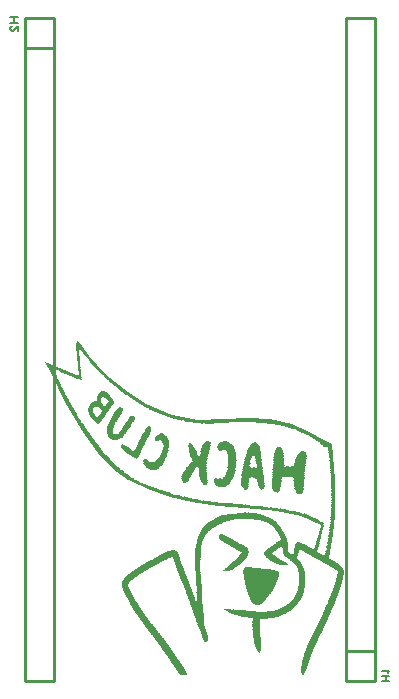
<source format=gbo>
G04 Layer: BottomSilkscreenLayer*
G04 EasyEDA Pro v2.2.45.4, 2026-01-02 03:19:05*
G04 Gerber Generator version 0.3*
G04 Scale: 100 percent, Rotated: No, Reflected: No*
G04 Dimensions in millimeters*
G04 Leading zeros omitted, absolute positions, 4 integers and 5 decimals*
G04 Generated by one-click*
%FSLAX45Y45*%
%MOMM*%
%ADD10C,0.1524*%
%ADD11C,0.254*%
%ADD12C,0.2846*%
G75*


G04 Image Start*
G36*
G01X1387111Y58347D02*
G01X1386755Y51114D01*
G01X1338584Y50800D01*
G01X1337463Y52018D01*
G01X1334913Y52018D01*
G01X1334913Y55032D01*
G01X1332268Y55032D01*
G01X1331506Y61661D01*
G01X1326041Y61661D01*
G01X1326041Y64675D01*
G01X1323928Y64675D01*
G01X1323178Y70602D01*
G01X1317724Y71418D01*
G01X1317724Y77332D01*
G01X1314952Y77332D01*
G01X1314952Y80345D01*
G01X1312260Y80345D01*
G01X1311498Y86975D01*
G01X1308853Y86975D01*
G01X1308853Y89988D01*
G01X1303308Y89988D01*
G01X1303308Y96015D01*
G01X1300610Y96015D01*
G01X1300259Y99330D01*
G01X1297832Y99705D01*
G01X1297486Y102343D01*
G01X1294991Y102729D01*
G01X1294991Y105658D01*
G01X1291665Y105658D01*
G01X1291665Y112288D01*
G01X1288969Y112288D01*
G01X1288615Y115000D01*
G01X1286120Y115385D01*
G01X1286120Y118315D01*
G01X1283452Y118315D01*
G01X1282689Y124342D01*
G01X1280021Y124342D01*
G01X1280021Y127355D01*
G01X1277249Y127355D01*
G01X1277249Y130971D01*
G01X1274476Y130971D01*
G01X1274476Y136998D01*
G01X1271808Y136998D01*
G01X1271045Y143025D01*
G01X1268377Y143025D01*
G01X1268377Y145926D01*
G01X1262833Y146755D01*
G01X1262833Y152668D01*
G01X1260060Y152668D01*
G01X1260060Y155682D01*
G01X1257392Y155682D01*
G01X1256638Y161639D01*
G01X1254238Y162010D01*
G01X1253887Y165325D01*
G01X1251189Y165325D01*
G01X1251189Y171352D01*
G01X1248490Y171352D01*
G01X1248139Y174667D01*
G01X1245739Y175038D01*
G01X1244986Y180995D01*
G01X1242317Y180995D01*
G01X1242317Y184009D01*
G01X1239545Y184009D01*
G01X1239545Y190036D01*
G01X1236773Y190036D01*
G01X1236773Y193652D01*
G01X1231228Y193652D01*
G01X1231228Y199679D01*
G01X1228560Y199679D01*
G01X1227806Y205635D01*
G01X1225406Y206007D01*
G01X1225055Y209322D01*
G01X1222357Y209322D01*
G01X1222357Y215349D01*
G01X1219584Y215349D01*
G01X1219584Y218362D01*
G01X1216886Y218362D01*
G01X1216535Y221677D01*
G01X1214068Y222058D01*
G01X1213342Y228005D01*
G01X1210713Y228005D01*
G01X1210713Y231019D01*
G01X1207941Y231019D01*
G01X1207941Y236966D01*
G01X1204891Y237347D01*
G01X1204544Y239997D01*
G01X1199712Y240784D01*
G01X1198974Y246619D01*
G01X1196574Y246990D01*
G01X1196223Y250305D01*
G01X1193525Y250305D01*
G01X1193525Y255649D01*
G01X1190475Y256031D01*
G01X1190124Y259346D01*
G01X1187980Y259346D01*
G01X1187980Y262359D01*
G01X1185281Y262359D01*
G01X1184930Y265674D01*
G01X1181881Y266055D01*
G01X1181881Y272002D01*
G01X1179109Y272002D01*
G01X1179109Y278029D01*
G01X1176336Y278029D01*
G01X1176336Y280963D01*
G01X1173287Y281344D01*
G01X1172936Y284659D01*
G01X1170237Y284659D01*
G01X1170237Y287672D01*
G01X1167465Y287672D01*
G01X1167465Y293586D01*
G01X1161977Y294406D01*
G01X1161643Y300027D01*
G01X1159148Y300413D01*
G01X1159148Y303342D01*
G01X1155821Y303342D01*
G01X1155821Y306958D01*
G01X1153049Y306958D01*
G01X1153049Y312383D01*
G01X1150276Y312383D01*
G01X1150276Y315999D01*
G01X1147608Y315999D01*
G01X1146846Y322026D01*
G01X1144732Y322026D01*
G01X1144732Y325039D01*
G01X1141405Y325039D01*
G01X1141405Y328053D01*
G01X1138633Y328053D01*
G01X1138633Y331669D01*
G01X1135860Y331669D01*
G01X1135860Y334682D01*
G01X1133088Y334682D01*
G01X1133088Y340709D01*
G01X1130389Y340709D01*
G01X1130038Y344024D01*
G01X1126989Y344406D01*
G01X1126989Y347339D01*
G01X1124217Y347339D01*
G01X1124217Y350353D01*
G01X1121518Y350353D01*
G01X1121167Y353667D01*
G01X1118740Y354043D01*
G01X1118395Y356681D01*
G01X1115995Y357052D01*
G01X1115241Y363009D01*
G01X1112573Y363009D01*
G01X1112573Y366023D01*
G01X1109801Y366023D01*
G01X1109801Y369036D01*
G01X1107028Y369036D01*
G01X1107028Y372652D01*
G01X1104256Y372652D01*
G01X1104256Y375666D01*
G01X1101484Y375666D01*
G01X1101484Y381693D01*
G01X1098157Y381693D01*
G01X1098157Y384706D01*
G01X1095385Y384706D01*
G01X1095385Y388322D01*
G01X1092612Y388322D01*
G01X1092612Y391336D01*
G01X1089944Y391336D01*
G01X1089181Y397363D01*
G01X1086513Y397363D01*
G01X1086513Y400376D01*
G01X1083741Y400376D01*
G01X1083741Y403992D01*
G01X1080968Y403992D01*
G01X1080968Y407006D01*
G01X1078196Y407006D01*
G01X1078196Y413033D01*
G01X1074869Y413033D01*
G01X1074869Y416046D01*
G01X1072097Y416046D01*
G01X1072097Y419662D01*
G01X1069325Y419662D01*
G01X1069325Y422676D01*
G01X1066552Y422676D01*
G01X1066552Y425689D01*
G01X1063838Y425689D01*
G01X1063503Y432018D01*
G01X1061076Y432393D01*
G01X1060731Y435031D01*
G01X1057681Y435413D01*
G01X1057681Y438346D01*
G01X1054909Y438346D01*
G01X1054909Y444260D01*
G01X1049429Y445079D01*
G01X1049087Y447688D01*
G01X1046620Y448069D01*
G01X1045894Y454016D01*
G01X1043265Y454016D01*
G01X1043265Y457030D01*
G01X1040493Y457030D01*
G01X1040493Y460043D01*
G01X1037720Y460043D01*
G01X1037720Y463057D01*
G01X1034948Y463057D01*
G01X1034948Y466673D01*
G01X1032280Y466673D01*
G01X1031517Y472700D01*
G01X1028849Y472700D01*
G01X1028849Y475713D01*
G01X1026077Y475713D01*
G01X1026077Y479329D01*
G01X1023304Y479329D01*
G01X1023304Y482343D01*
G01X1020636Y482343D01*
G01X1019873Y488370D01*
G01X1017205Y488370D01*
G01X1017205Y491383D01*
G01X1014433Y491383D01*
G01X1014433Y494999D01*
G01X1011661Y494999D01*
G01X1011661Y501026D01*
G01X1008888Y501026D01*
G01X1008888Y504040D01*
G01X1006116Y504040D01*
G01X1006116Y507053D01*
G01X1003417Y507053D01*
G01X1003066Y510368D01*
G01X1000017Y510750D01*
G01X1000017Y516094D01*
G01X997244Y516094D01*
G01X997244Y519710D01*
G01X994615Y519710D01*
G01X993896Y525604D01*
G01X988957Y526409D01*
G01X988230Y532366D01*
G01X985601Y532366D01*
G01X985601Y535380D01*
G01X982902Y535380D01*
G01X982551Y538695D01*
G01X980056Y539080D01*
G01X980056Y542010D01*
G01X977388Y542010D01*
G01X976625Y548037D01*
G01X973957Y548037D01*
G01X973957Y550966D01*
G01X971462Y551351D01*
G01X971124Y557077D01*
G01X968486Y557077D01*
G01X968135Y560392D01*
G01X965640Y560777D01*
G01X965640Y563707D01*
G01X962972Y563707D01*
G01X962218Y569663D01*
G01X959818Y570035D01*
G01X959464Y572747D01*
G01X956769Y572747D01*
G01X956769Y576363D01*
G01X953996Y576363D01*
G01X953996Y582390D01*
G01X951298Y582390D01*
G01X950947Y585705D01*
G01X948547Y586077D01*
G01X947793Y592033D01*
G01X945125Y592033D01*
G01X945125Y598060D01*
G01X942353Y598060D01*
G01X942353Y601074D01*
G01X939580Y601074D01*
G01X939580Y604690D01*
G01X936912Y604690D01*
G01X936149Y610717D01*
G01X933481Y610717D01*
G01X933481Y616631D01*
G01X927937Y617460D01*
G01X927937Y623373D01*
G01X925164Y623373D01*
G01X925164Y626387D01*
G01X922543Y626387D01*
G01X921837Y631979D01*
G01X921837Y636030D01*
G01X919620Y636030D01*
G01X919620Y639044D01*
G01X916293Y639044D01*
G01X916293Y642057D01*
G01X913520Y642057D01*
G01X913520Y645673D01*
G01X910748Y645673D01*
G01X910748Y654714D01*
G01X908080Y654714D01*
G01X907326Y660670D01*
G01X904926Y661042D01*
G01X904575Y664357D01*
G01X902469Y664357D01*
G01X901734Y670384D01*
G01X899208Y670384D01*
G01X898446Y676411D01*
G01X896475Y676411D01*
G01X895749Y682358D01*
G01X893283Y682739D01*
G01X892932Y686054D01*
G01X890892Y686054D01*
G01X890138Y692010D01*
G01X887738Y692382D01*
G01X887403Y698710D01*
G01X884688Y698710D01*
G01X884688Y704737D01*
G01X881990Y704737D01*
G01X881639Y708052D01*
G01X879239Y708424D01*
G01X878485Y714380D01*
G01X875817Y714380D01*
G01X875817Y720407D01*
G01X873045Y720407D01*
G01X873045Y724024D01*
G01X870272Y724024D01*
G01X870272Y730051D01*
G01X867500Y730051D01*
G01X867500Y733064D01*
G01X864728Y733064D01*
G01X864715Y737584D01*
G01X864038Y742040D01*
G01X861678Y742406D01*
G01X861327Y745721D01*
G01X858629Y745721D01*
G01X858629Y755364D01*
G01X855856Y755364D01*
G01X855856Y758377D01*
G01X853188Y758377D01*
G01X852425Y764404D01*
G01X850416Y764404D01*
G01X849660Y770376D01*
G01X850306Y771512D01*
G01X849606Y777061D01*
G01X846985Y777061D01*
G01X846985Y780074D01*
G01X844213Y780074D01*
G01X844213Y789717D01*
G01X841591Y789717D01*
G01X840886Y795310D01*
G01X840886Y798758D01*
G01X838668Y798758D01*
G01X838656Y803881D01*
G01X837968Y808401D01*
G01X835896Y808401D01*
G01X835896Y818044D01*
G01X837968Y818044D01*
G01X838656Y822564D01*
G01X838668Y836728D01*
G01X841440Y836728D01*
G01X841440Y842755D01*
G01X844213Y842755D01*
G01X844213Y849384D01*
G01X846985Y849384D01*
G01X846985Y852398D01*
G01X849684Y852398D01*
G01X850034Y855713D01*
G01X852472Y856090D01*
G01X853197Y861342D01*
G01X858629Y862154D01*
G01X858629Y868068D01*
G01X861401Y868068D01*
G01X861401Y871081D01*
G01X864728Y871081D01*
G01X864728Y874095D01*
G01X867500Y874095D01*
G01X867500Y877711D01*
G01X870272Y877711D01*
G01X870272Y880724D01*
G01X873045Y880724D01*
G01X873045Y883738D01*
G01X876371Y883738D01*
G01X876371Y886614D01*
G01X881302Y887418D01*
G01X882029Y892682D01*
G01X887461Y893494D01*
G01X887461Y896394D01*
G01X890787Y896394D01*
G01X890787Y899408D01*
G01X893560Y899408D01*
G01X893560Y902421D01*
G01X899104Y902421D01*
G01X899104Y905435D01*
G01X901877Y905435D01*
G01X901877Y909051D01*
G01X905204Y909051D01*
G01X905204Y911388D01*
G01X910194Y912201D01*
G01X910194Y914939D01*
G01X916225Y915758D01*
G01X916570Y918393D01*
G01X919065Y918778D01*
G01X919065Y921025D01*
G01X922115Y921406D01*
G01X922465Y924087D01*
G01X927937Y924876D01*
G01X927937Y927735D01*
G01X933481Y927735D01*
G01X933481Y930748D01*
G01X936808Y930748D01*
G01X936808Y933648D01*
G01X942353Y934477D01*
G01X942353Y937378D01*
G01X945125Y937378D01*
G01X945125Y940391D01*
G01X951224Y940391D01*
G01X951224Y943405D01*
G01X953996Y943405D01*
G01X953996Y946418D01*
G01X956769Y946418D01*
G01X956769Y949319D01*
G01X962249Y950138D01*
G01X962590Y952746D01*
G01X968412Y953111D01*
G01X968412Y956061D01*
G01X971185Y956061D01*
G01X971185Y959075D01*
G01X977284Y959075D01*
G01X977284Y962088D01*
G01X980056Y962088D01*
G01X980056Y965102D01*
G01X984215Y965115D01*
G01X988373Y965862D01*
G01X988373Y968718D01*
G01X991068Y968718D01*
G01X991423Y971430D01*
G01X997244Y971794D01*
G01X997244Y974745D01*
G01X1000017Y974745D01*
G01X1000017Y977603D01*
G01X1005561Y978403D01*
G01X1005561Y980633D01*
G01X1011661Y981461D01*
G01X1011661Y983672D01*
G01X1017205Y984501D01*
G01X1017205Y987401D01*
G01X1023304Y987401D01*
G01X1023304Y990415D01*
G01X1028849Y990415D01*
G01X1028849Y993428D01*
G01X1031621Y993428D01*
G01X1031621Y996442D01*
G01X1037720Y996442D01*
G01X1037720Y1000058D01*
G01X1046037Y1000058D01*
G01X1046037Y1003072D01*
G01X1052136Y1003072D01*
G01X1052136Y1005972D01*
G01X1057681Y1006801D01*
G01X1057681Y1009098D01*
G01X1061008Y1009098D01*
G01X1061008Y1011975D01*
G01X1065928Y1012777D01*
G01X1066275Y1015427D01*
G01X1072097Y1015791D01*
G01X1072097Y1018742D01*
G01X1078196Y1018742D01*
G01X1078196Y1021601D01*
G01X1082375Y1022327D01*
G01X1086513Y1021597D01*
G01X1086513Y1024769D01*
G01X1089285Y1024769D01*
G01X1089285Y1027782D01*
G01X1093012Y1027782D01*
G01X1098157Y1028549D01*
G01X1098157Y1031398D01*
G01X1100929Y1031398D01*
G01X1100929Y1034412D01*
G01X1107028Y1034412D01*
G01X1107028Y1037425D01*
G01X1112573Y1037425D01*
G01X1112573Y1040439D01*
G01X1118672Y1040439D01*
G01X1118672Y1043294D01*
G01X1122830Y1044042D01*
G01X1126989Y1044055D01*
G01X1126989Y1047068D01*
G01X1129761Y1047068D01*
G01X1129761Y1050082D01*
G01X1138633Y1050082D01*
G01X1138633Y1053095D01*
G01X1141959Y1053095D01*
G01X1141959Y1055972D01*
G01X1146880Y1056774D01*
G01X1147227Y1059424D01*
G01X1153049Y1059788D01*
G01X1153049Y1062738D01*
G01X1159148Y1062738D01*
G01X1159148Y1065752D01*
G01X1164692Y1065752D01*
G01X1164692Y1068765D01*
G01X1168851Y1068779D01*
G01X1173009Y1069526D01*
G01X1173009Y1071716D01*
G01X1178831Y1072080D01*
G01X1179182Y1075395D01*
G01X1184653Y1075395D01*
G01X1184653Y1078408D01*
G01X1190752Y1078408D01*
G01X1190752Y1081422D01*
G01X1196297Y1081422D01*
G01X1196297Y1084435D01*
G01X1201148Y1084435D01*
G01X1204614Y1085189D01*
G01X1204614Y1087449D01*
G01X1207941Y1087449D01*
G01X1207941Y1090298D01*
G01X1213086Y1091065D01*
G01X1216812Y1091065D01*
G01X1216812Y1094078D01*
G01X1222357Y1094078D01*
G01X1222357Y1097092D01*
G01X1231228Y1097092D01*
G01X1231228Y1100063D01*
G01X1242595Y1100407D01*
G01X1242949Y1103119D01*
G01X1251189Y1103119D01*
G01X1251189Y1106132D01*
G01X1253961Y1106132D01*
G01X1253961Y1103722D01*
G01X1256733Y1103722D01*
G01X1256733Y1105973D01*
G01X1274753Y1106538D01*
G01X1288338Y1105970D01*
G01X1288338Y1103885D01*
G01X1293483Y1103119D01*
G01X1297209Y1103119D01*
G01X1297209Y1100821D01*
G01X1302754Y1099992D01*
G01X1302754Y1097092D01*
G01X1308853Y1097092D01*
G01X1308853Y1091065D01*
G01X1311625Y1091065D01*
G01X1311625Y1088132D01*
G01X1314675Y1087750D01*
G01X1315026Y1084435D01*
G01X1317724Y1084435D01*
G01X1317724Y1078408D01*
G01X1320497Y1078408D01*
G01X1320497Y1071779D01*
G01X1323269Y1071779D01*
G01X1323281Y1064245D01*
G01X1323969Y1059725D01*
G01X1326041Y1059725D01*
G01X1326041Y1047148D01*
G01X1329091Y1046767D01*
G01X1329415Y1037425D01*
G01X1332140Y1037425D01*
G01X1332140Y1028385D01*
G01X1334913Y1028385D01*
G01X1334913Y1018742D01*
G01X1337685Y1018742D01*
G01X1337697Y1010605D01*
G01X1338385Y1006085D01*
G01X1341012Y1006085D01*
G01X1341012Y999455D01*
G01X1343169Y999455D01*
G01X1343507Y993730D01*
G01X1346556Y993348D01*
G01X1346556Y981374D01*
G01X1349329Y981374D01*
G01X1349329Y974745D01*
G01X1352054Y974745D01*
G01X1352378Y965403D01*
G01X1354778Y965031D01*
G01X1355532Y959075D01*
G01X1358200Y959075D01*
G01X1358200Y953132D01*
G01X1360695Y952746D01*
G01X1361019Y943405D01*
G01X1363745Y943405D01*
G01X1363745Y937378D01*
G01X1366517Y937378D01*
G01X1366517Y930748D01*
G01X1369147Y930748D01*
G01X1369882Y924721D01*
G01X1371917Y924721D01*
G01X1372604Y920201D01*
G01X1372616Y915078D01*
G01X1375389Y915078D01*
G01X1375389Y909051D01*
G01X1378114Y909051D01*
G01X1378438Y899709D01*
G01X1380933Y899324D01*
G01X1380933Y896394D01*
G01X1383555Y896394D01*
G01X1384260Y890802D01*
G01X1384260Y886751D01*
G01X1387032Y886751D01*
G01X1387032Y880724D01*
G01X1389805Y880724D01*
G01X1389805Y868068D01*
G01X1392577Y868068D01*
G01X1392577Y865054D01*
G01X1395206Y865054D01*
G01X1395942Y859027D01*
G01X1397994Y859027D01*
G01X1398756Y852398D01*
G01X1400749Y852398D01*
G01X1401436Y847877D01*
G01X1401448Y842755D01*
G01X1404221Y842755D01*
G01X1404221Y836728D01*
G01X1406993Y836728D01*
G01X1406993Y831454D01*
G01X1407686Y827687D01*
G01X1409638Y827687D01*
G01X1410400Y821058D01*
G01X1413092Y821058D01*
G01X1413092Y812101D01*
G01X1415587Y811716D01*
G01X1415911Y802374D01*
G01X1418637Y802374D01*
G01X1418637Y795744D01*
G01X1421409Y795744D01*
G01X1421409Y789797D01*
G01X1424459Y789416D01*
G01X1424813Y786704D01*
G01X1426954Y786704D01*
G01X1426954Y782653D01*
G01X1427659Y777061D01*
G01X1430280Y777061D01*
G01X1430280Y773445D01*
G01X1433053Y773445D01*
G01X1433053Y764404D01*
G01X1435825Y764404D01*
G01X1435825Y755364D01*
G01X1438539Y755364D01*
G01X1438875Y749035D01*
G01X1441255Y748667D01*
G01X1442039Y736748D01*
G01X1444419Y736379D01*
G01X1444743Y727037D01*
G01X1447469Y727037D01*
G01X1447469Y723421D01*
G01X1450241Y723421D01*
G01X1450253Y718901D01*
G01X1450941Y714380D01*
G01X1452956Y714380D01*
G01X1453291Y708052D01*
G01X1455650Y707686D01*
G01X1456328Y703231D01*
G01X1456340Y695697D01*
G01X1459113Y695697D01*
G01X1459113Y689670D01*
G01X1461885Y689670D01*
G01X1461885Y680027D01*
G01X1464599Y680027D01*
G01X1464934Y673699D01*
G01X1467294Y673333D01*
G01X1467972Y668877D01*
G01X1467984Y664357D01*
G01X1470122Y664357D01*
G01X1470884Y657727D01*
G01X1472894Y657727D01*
G01X1473656Y651097D01*
G01X1476301Y651097D01*
G01X1476486Y647783D01*
G01X1476180Y639044D01*
G01X1479073Y639044D01*
G01X1479073Y651700D01*
G01X1476301Y651700D01*
G01X1476301Y704737D01*
G01X1473529Y704737D01*
G01X1473516Y728544D01*
G01X1472829Y733064D01*
G01X1470858Y733064D01*
G01X1470479Y751446D01*
G01X1470878Y755364D01*
G01X1473529Y755364D01*
G01X1473516Y769527D01*
G01X1472829Y774047D01*
G01X1470756Y774047D01*
G01X1470756Y777061D01*
G01X1467430Y777061D01*
G01X1467430Y780074D01*
G01X1473529Y780074D01*
G01X1473529Y786704D01*
G01X1470756Y786704D01*
G01X1470756Y789717D01*
G01X1473529Y789717D01*
G01X1473529Y792731D01*
G01X1470784Y792731D01*
G01X1470479Y811716D01*
G01X1468155Y812077D01*
G01X1467430Y830290D01*
G01X1467430Y843357D01*
G01X1465212Y843357D01*
G01X1465212Y849384D01*
G01X1467430Y849384D01*
G01X1467430Y852398D01*
G01X1465212Y852398D01*
G01X1465212Y856448D01*
G01X1464507Y862041D01*
G01X1461808Y862041D01*
G01X1462162Y864753D01*
G01X1464657Y865138D01*
G01X1464657Y871081D01*
G01X1461811Y871081D01*
G01X1462162Y874396D01*
G01X1464657Y874781D01*
G01X1464657Y896394D01*
G01X1461885Y896394D01*
G01X1461885Y899408D01*
G01X1464657Y899408D01*
G01X1464657Y914994D01*
G01X1462162Y915379D01*
G01X1461871Y959075D01*
G01X1459113Y959075D01*
G01X1459113Y984388D01*
G01X1456340Y984388D01*
G01X1456340Y986715D01*
G01X1458835Y987100D01*
G01X1458835Y1012413D01*
G01X1456340Y1012798D01*
G01X1456340Y1047068D01*
G01X1453568Y1047068D01*
G01X1453568Y1050082D01*
G01X1456459Y1050082D01*
G01X1456197Y1068464D01*
G01X1456340Y1088052D01*
G01X1459113Y1088052D01*
G01X1459113Y1106735D01*
G01X1461885Y1106735D01*
G01X1461885Y1125419D01*
G01X1464657Y1125419D01*
G01X1464669Y1139582D01*
G01X1465357Y1144102D01*
G01X1467430Y1144102D01*
G01X1467436Y1153444D01*
G01X1468148Y1163388D01*
G01X1470063Y1163388D01*
G01X1470756Y1167155D01*
G01X1470756Y1179059D01*
G01X1473529Y1179059D01*
G01X1473529Y1191715D01*
G01X1476301Y1191715D01*
G01X1476301Y1203769D01*
G01X1479073Y1203769D01*
G01X1479085Y1208289D01*
G01X1479763Y1212745D01*
G01X1482123Y1213111D01*
G01X1482458Y1219439D01*
G01X1485172Y1219439D01*
G01X1485172Y1229082D01*
G01X1487945Y1229082D01*
G01X1487945Y1232096D01*
G01X1490659Y1232096D01*
G01X1490994Y1238424D01*
G01X1493489Y1238809D01*
G01X1493489Y1247766D01*
G01X1496158Y1247766D01*
G01X1496911Y1253722D01*
G01X1499311Y1254094D01*
G01X1499646Y1260422D01*
G01X1502361Y1260422D01*
G01X1502361Y1263436D01*
G01X1505133Y1263436D01*
G01X1505133Y1269463D01*
G01X1507905Y1269463D01*
G01X1507905Y1273079D01*
G01X1510678Y1273079D01*
G01X1510678Y1279106D01*
G01X1514004Y1279106D01*
G01X1514004Y1282119D01*
G01X1516777Y1282119D01*
G01X1516777Y1288146D01*
G01X1519421Y1288146D01*
G01X1520183Y1294776D01*
G01X1522876Y1294776D01*
G01X1522876Y1297789D01*
G01X1525648Y1297789D01*
G01X1525648Y1300690D01*
G01X1531193Y1301519D01*
G01X1531193Y1304419D01*
G01X1533888Y1304419D01*
G01X1534242Y1307131D01*
G01X1537292Y1307513D01*
G01X1537292Y1310446D01*
G01X1539510Y1310446D01*
G01X1539510Y1313380D01*
G01X1542559Y1313761D01*
G01X1542910Y1317076D01*
G01X1548320Y1317076D01*
G01X1548658Y1322801D01*
G01X1551708Y1323183D01*
G01X1551708Y1326050D01*
G01X1556975Y1326418D01*
G01X1557309Y1332039D01*
G01X1562797Y1332859D01*
G01X1562797Y1335759D01*
G01X1566124Y1335759D01*
G01X1566124Y1338773D01*
G01X1571669Y1338773D01*
G01X1571669Y1341786D01*
G01X1574441Y1341786D01*
G01X1574441Y1344644D01*
G01X1579986Y1345444D01*
G01X1579986Y1347674D01*
G01X1586085Y1348503D01*
G01X1586085Y1351429D01*
G01X1592184Y1351429D01*
G01X1592184Y1354443D01*
G01X1600501Y1354443D01*
G01X1600501Y1357456D01*
G01X1603273Y1357456D01*
G01X1603273Y1360407D01*
G01X1609095Y1360771D01*
G01X1609437Y1363380D01*
G01X1614917Y1364199D01*
G01X1614917Y1367099D01*
G01X1620461Y1367099D01*
G01X1620461Y1370113D01*
G01X1623788Y1370113D01*
G01X1623788Y1373126D01*
G01X1629333Y1373126D01*
G01X1629333Y1375985D01*
G01X1634804Y1376774D01*
G01X1635155Y1379455D01*
G01X1638204Y1379836D01*
G01X1638204Y1382770D01*
G01X1643749Y1382770D01*
G01X1643749Y1385783D01*
G01X1649848Y1385783D01*
G01X1649848Y1388796D01*
G01X1655393Y1388796D01*
G01X1655393Y1391759D01*
G01X1663987Y1392111D01*
G01X1664323Y1394676D01*
G01X1668423Y1395413D01*
G01X1672581Y1395426D01*
G01X1672581Y1398440D01*
G01X1681452Y1398440D01*
G01X1681452Y1401453D01*
G01X1693096Y1401453D01*
G01X1693096Y1404467D01*
G01X1707512Y1404467D01*
G01X1707512Y1407480D01*
G01X1718324Y1407487D01*
G01X1727473Y1408261D01*
G01X1727473Y1410353D01*
G01X1750760Y1411237D01*
G01X1750760Y1414110D01*
G01X1758384Y1414110D01*
G01X1761850Y1413356D01*
G01X1761850Y1411096D01*
G01X1765176Y1411096D01*
G01X1765176Y1413349D01*
G01X1769335Y1414096D01*
G01X1787909Y1414110D01*
G01X1787909Y1417123D01*
G01X1796781Y1417123D01*
G01X1796781Y1414110D01*
G01X1799553Y1414110D01*
G01X1799553Y1417093D01*
G01X1817019Y1417425D01*
G01X1817373Y1420137D01*
G01X1831545Y1420137D01*
G01X1840029Y1420916D01*
G01X1840029Y1423002D01*
G01X1868029Y1423681D01*
G01X1871911Y1423451D01*
G01X1872277Y1426935D01*
G01X1880672Y1426164D01*
G01X1883277Y1426164D01*
G01X1883277Y1423753D01*
G01X1888745Y1423753D01*
G01X1889099Y1426465D01*
G01X1892149Y1426846D01*
G01X1892149Y1423753D01*
G01X1903792Y1423753D01*
G01X1903792Y1426164D01*
G01X1914882Y1426164D01*
G01X1914882Y1423753D01*
G01X1923476Y1423617D01*
G01X1944545Y1423307D01*
G01X1967556Y1423150D01*
G01X1967556Y1420914D01*
G01X1975041Y1420145D01*
G01X1984190Y1420137D01*
G01X1984190Y1417123D01*
G01X1995833Y1417123D01*
G01X1995833Y1414110D01*
G01X2003319Y1414096D01*
G01X2007477Y1413349D01*
G01X2007477Y1411096D01*
G01X2011636Y1411083D01*
G01X2015735Y1410346D01*
G01X2016071Y1407781D01*
G01X2021893Y1407417D01*
G01X2021893Y1405185D01*
G01X2033537Y1404323D01*
G01X2033537Y1401453D01*
G01X2042408Y1401453D01*
G01X2042408Y1398440D01*
G01X2047953Y1398440D01*
G01X2047953Y1395426D01*
G01X2054052Y1395426D01*
G01X2054052Y1398440D01*
G01X2056270Y1398440D01*
G01X2056270Y1395426D01*
G01X2062369Y1395426D01*
G01X2062369Y1392570D01*
G01X2066527Y1391823D01*
G01X2071240Y1391810D01*
G01X2071240Y1389557D01*
G01X2075399Y1388810D01*
G01X2079557Y1388796D01*
G01X2079557Y1385783D01*
G01X2082884Y1385783D01*
G01X2082884Y1382770D01*
G01X2091201Y1382770D01*
G01X2091201Y1379819D01*
G01X2097023Y1379455D01*
G01X2097374Y1376774D01*
G01X2102845Y1375985D01*
G01X2102845Y1373887D01*
G01X2107003Y1373140D01*
G01X2111058Y1373126D01*
G01X2111820Y1367099D01*
G01X2113934Y1367099D01*
G01X2113934Y1370113D01*
G01X2117261Y1370113D01*
G01X2117261Y1367099D01*
G01X2120033Y1367099D01*
G01X2120033Y1364166D01*
G01X2123083Y1363785D01*
G01X2123433Y1361103D01*
G01X2128905Y1360315D01*
G01X2128905Y1357456D01*
G01X2131677Y1357456D01*
G01X2131677Y1354443D01*
G01X2134449Y1354443D01*
G01X2134449Y1351585D01*
G01X2139920Y1350796D01*
G01X2140271Y1348115D01*
G01X2143321Y1347733D01*
G01X2143321Y1344800D01*
G01X2146093Y1344800D01*
G01X2146093Y1341786D01*
G01X2148865Y1341786D01*
G01X2148865Y1338773D01*
G01X2151534Y1338773D01*
G01X2152287Y1332816D01*
G01X2154687Y1332444D01*
G01X2155038Y1329130D01*
G01X2157737Y1329130D01*
G01X2157737Y1326116D01*
G01X2160509Y1326116D01*
G01X2160509Y1323103D01*
G01X2166054Y1323103D01*
G01X2166054Y1320089D01*
G01X2168752Y1320089D01*
G01X2169103Y1316774D01*
G01X2172153Y1316393D01*
G01X2172153Y1313460D01*
G01X2174925Y1313460D01*
G01X2174925Y1307433D01*
G01X2178252Y1307433D01*
G01X2178252Y1304419D01*
G01X2180396Y1304419D01*
G01X2180747Y1301104D01*
G01X2183796Y1300723D01*
G01X2183796Y1294776D01*
G01X2186569Y1294776D01*
G01X2186569Y1291763D01*
G01X2189341Y1291763D01*
G01X2189341Y1288749D01*
G01X2191971Y1288749D01*
G01X2192696Y1282802D01*
G01X2195163Y1282421D01*
G01X2195514Y1279106D01*
G01X2197554Y1279106D01*
G01X2198317Y1273079D01*
G01X2200985Y1273079D01*
G01X2200985Y1269463D01*
G01X2203757Y1269463D01*
G01X2203757Y1263436D01*
G01X2206425Y1263436D01*
G01X2207188Y1257409D01*
G01X2209228Y1257409D01*
G01X2209579Y1254094D01*
G01X2211979Y1253722D01*
G01X2212733Y1247766D01*
G01X2215401Y1247766D01*
G01X2215401Y1241739D01*
G01X2218173Y1241739D01*
G01X2218173Y1235109D01*
G01X2220803Y1235109D01*
G01X2221538Y1229082D01*
G01X2223614Y1229082D01*
G01X2224367Y1223126D01*
G01X2226767Y1222754D01*
G01X2227100Y1215823D01*
G01X2229224Y1215823D01*
G01X2229960Y1209796D01*
G01X2232589Y1209796D01*
G01X2232589Y1201509D01*
G01X2233282Y1197742D01*
G01X2235234Y1197742D01*
G01X2235996Y1191112D01*
G01X2238134Y1191112D01*
G01X2238146Y1179963D01*
G01X2238833Y1175442D01*
G01X2241461Y1175442D01*
G01X2241461Y1150732D01*
G01X2244233Y1150732D01*
G01X2244233Y1100105D01*
G01X2247005Y1100105D01*
G01X2247005Y1094078D01*
G01X2249778Y1094078D01*
G01X2249778Y1091145D01*
G01X2252827Y1090764D01*
G01X2253178Y1088082D01*
G01X2258649Y1087294D01*
G01X2258649Y1084435D01*
G01X2261421Y1084435D01*
G01X2261421Y1081422D01*
G01X2264748Y1081422D01*
G01X2264748Y1078408D01*
G01X2266966Y1078408D01*
G01X2266966Y1075534D01*
G01X2273065Y1074706D01*
G01X2273065Y1072495D01*
G01X2278545Y1071675D01*
G01X2278887Y1069067D01*
G01X2281937Y1068685D01*
G01X2281937Y1065752D01*
G01X2290207Y1065752D01*
G01X2290531Y1075094D01*
G01X2293026Y1075479D01*
G01X2293026Y1079446D01*
G01X2293731Y1085038D01*
G01X2295798Y1085038D01*
G01X2295798Y1087449D01*
G01X2293580Y1087449D01*
G01X2293580Y1091065D01*
G01X2295653Y1091065D01*
G01X2296340Y1095585D01*
G01X2296353Y1103722D01*
G01X2299125Y1103722D01*
G01X2299125Y1128432D01*
G01X2301872Y1128432D01*
G01X2302174Y1150430D01*
G01X2304670Y1150816D01*
G01X2304670Y1159772D01*
G01X2307996Y1159772D01*
G01X2307996Y1163388D01*
G01X2310137Y1163388D01*
G01X2310491Y1166101D01*
G01X2313541Y1166482D01*
G01X2313541Y1169415D01*
G01X2319086Y1169415D01*
G01X2319086Y1172429D01*
G01X2327957Y1172429D01*
G01X2327957Y1175442D01*
G01X2330729Y1175442D01*
G01X2330729Y1172429D01*
G01X2345145Y1172429D01*
G01X2345145Y1169415D01*
G01X2349858Y1169402D01*
G01X2354017Y1168655D01*
G01X2354017Y1166402D01*
G01X2360948Y1166389D01*
G01X2365047Y1165652D01*
G01X2365383Y1163087D01*
G01X2368433Y1162706D01*
G01X2368433Y1160533D01*
G01X2372591Y1159786D01*
G01X2377304Y1159772D01*
G01X2377304Y1156759D01*
G01X2385621Y1156759D01*
G01X2385621Y1153825D01*
G01X2388671Y1153444D01*
G01X2389018Y1150795D01*
G01X2394215Y1150430D01*
G01X2394552Y1147866D01*
G01X2398651Y1147129D01*
G01X2402810Y1147116D01*
G01X2402810Y1144102D01*
G01X2406136Y1144102D01*
G01X2406136Y1141089D01*
G01X2411681Y1141089D01*
G01X2411681Y1138075D01*
G01X2417226Y1138075D01*
G01X2417226Y1135219D01*
G01X2421384Y1134472D01*
G01X2426097Y1134459D01*
G01X2426097Y1131446D01*
G01X2428869Y1131446D01*
G01X2428869Y1128432D01*
G01X2434414Y1128432D01*
G01X2434414Y1125419D01*
G01X2440513Y1125419D01*
G01X2440513Y1122405D01*
G01X2446058Y1122405D01*
G01X2446058Y1119472D01*
G01X2449107Y1119090D01*
G01X2449445Y1116516D01*
G01X2452850Y1115776D01*
G01X2457701Y1115776D01*
G01X2457701Y1112762D01*
G01X2461028Y1112762D01*
G01X2461028Y1109683D01*
G01X2466217Y1110050D01*
G01X2524983Y1315903D01*
G01X2523825Y1317162D01*
G01X2353185Y1397909D01*
G01X2150806Y1438813D01*
G01X1879119Y1463497D01*
G01X1653651Y1479834D01*
G01X1436657Y1512360D01*
G01X1247977Y1553369D01*
G01X1059067Y1627332D01*
G01X896438Y1699683D01*
G01X893858Y1701184D01*
G01X767658Y1798024D01*
G01X639622Y1929016D01*
G01X512051Y2108463D01*
G01X369466Y2344973D01*
G01X227532Y2627777D01*
G01X261498Y2627777D01*
G01X262041Y2626821D01*
G01X265907Y2625434D01*
G01X265907Y2624886D01*
G01X264251Y2620578D01*
G01X264811Y2619593D01*
G01X268200Y2618784D01*
G01X268748Y2617230D01*
G01X267097Y2612935D01*
G01X271174Y2611520D01*
G01X272032Y2610673D01*
G01X270278Y2606111D01*
G01X270620Y2605912D01*
G01X278010Y2602022D01*
G01X279214Y2602022D01*
G01X279214Y2601567D01*
G01X277515Y2597147D01*
G01X278121Y2596083D01*
G01X281986Y2594696D01*
G01X281986Y2594339D01*
G01X280395Y2589435D01*
G01X285210Y2587436D01*
G01X283650Y2583377D01*
G01X283650Y2582264D01*
G01X288086Y2580335D01*
G01X288086Y2579870D01*
G01X286357Y2575373D01*
G01X286699Y2575027D01*
G01X290979Y2573099D01*
G01X290226Y2570983D01*
G01X289652Y2567893D01*
G01X294168Y2565964D01*
G01X292486Y2561588D01*
G01X293091Y2560524D01*
G01X296957Y2559137D01*
G01X296957Y2558173D01*
G01X295278Y2553804D01*
G01X299828Y2551825D01*
G01X299264Y2549286D01*
G01X298501Y2546616D01*
G01X303056Y2544635D01*
G01X303056Y2544125D01*
G01X301393Y2539797D01*
G01X301393Y2539390D01*
G01X305828Y2537946D01*
G01X305828Y2537124D01*
G01X310264Y2535533D01*
G01X310264Y2535084D01*
G01X308601Y2530757D01*
G01X308601Y2530292D01*
G01X313125Y2528324D01*
G01X312473Y2525781D01*
G01X311806Y2523063D01*
G01X316086Y2521134D01*
G01X316378Y2520843D01*
G01X314700Y2516478D01*
G01X314700Y2515968D01*
G01X319136Y2514038D01*
G01X319136Y2512970D01*
G01X317457Y2508604D01*
G01X318446Y2508604D01*
G01X322409Y2506804D01*
G01X320799Y2502616D01*
G01X320799Y2501420D01*
G01X325235Y2499976D01*
G01X325235Y2498922D01*
G01X323610Y2494696D01*
G01X326621Y2493465D01*
G01X332527Y2490337D01*
G01X331799Y2487811D01*
G01X331235Y2485273D01*
G01X335785Y2483294D01*
G01X334106Y2478925D01*
G01X334106Y2478060D01*
G01X338542Y2476469D01*
G01X338542Y2475603D01*
G01X336834Y2471159D01*
G01X341411Y2469205D01*
G01X340837Y2466114D01*
G01X340072Y2463965D01*
G01X344641Y2462014D01*
G01X344641Y2461139D01*
G01X343039Y2456972D01*
G01X350616Y2453156D01*
G01X351849Y2453156D01*
G01X351849Y2451912D01*
G01X350239Y2447724D01*
G01X354202Y2445924D01*
G01X355176Y2445924D01*
G01X355176Y2445468D01*
G01X353477Y2441049D01*
G01X354082Y2439985D01*
G01X357948Y2438598D01*
G01X357948Y2437633D01*
G01X356326Y2433414D01*
G01X361235Y2431376D01*
G01X359473Y2426588D01*
G01X359889Y2426215D01*
G01X368421Y2421803D01*
G01X366754Y2417467D01*
G01X367453Y2416693D01*
G01X370978Y2415359D01*
G01X370857Y2413077D01*
G01X370035Y2409801D01*
G01X374502Y2407858D01*
G01X372907Y2402945D01*
G01X373196Y2402657D01*
G01X377484Y2400724D01*
G01X376710Y2398010D01*
G01X376181Y2395599D01*
G01X384074Y2391681D01*
G01X385060Y2391681D01*
G01X383453Y2387501D01*
G01X383453Y2386388D01*
G01X387889Y2384459D01*
G01X387889Y2383808D01*
G01X386226Y2379480D01*
G01X386226Y2379025D01*
G01X387199Y2379025D01*
G01X391162Y2377225D01*
G01X389552Y2373037D01*
G01X389552Y2371985D01*
G01X393988Y2370394D01*
G01X393988Y2369343D01*
G01X392378Y2365155D01*
G01X395929Y2363482D01*
G01X401300Y2360838D01*
G01X400552Y2358232D01*
G01X399981Y2355651D01*
G01X403953Y2354226D01*
G01X404516Y2353237D01*
G01X402815Y2348812D01*
G01X407386Y2346861D01*
G01X406741Y2344068D01*
G01X406057Y2341055D01*
G01X407420Y2341055D01*
G01X414936Y2337270D01*
G01X413394Y2333259D01*
G01X413394Y2332208D01*
G01X417906Y2330589D01*
G01X417249Y2328097D01*
G01X416624Y2325010D01*
G01X421157Y2323384D01*
G01X421157Y2322935D01*
G01X419493Y2318608D01*
G01X419493Y2318143D01*
G01X424028Y2316171D01*
G01X423464Y2313632D01*
G01X422754Y2311184D01*
G01X430458Y2307304D01*
G01X431692Y2307304D01*
G01X431692Y2306849D01*
G01X430028Y2302521D01*
G01X430028Y2301870D01*
G01X434464Y2299941D01*
G01X434464Y2298828D01*
G01X432892Y2294739D01*
G01X436959Y2292938D01*
G01X442160Y2290404D01*
G01X440563Y2286248D01*
G01X440563Y2285195D01*
G01X444999Y2283751D01*
G01X444999Y2282741D01*
G01X443356Y2278466D01*
G01X448326Y2276403D01*
G01X448326Y2276111D01*
G01X446597Y2271615D01*
G01X446939Y2271258D01*
G01X454452Y2267526D01*
G01X455534Y2267526D01*
G01X455534Y2266468D01*
G01X453863Y2262121D01*
G01X457887Y2260294D01*
G01X458811Y2260294D01*
G01X457197Y2255321D01*
G01X457197Y2255000D01*
G01X461633Y2253071D01*
G01X461633Y2251817D01*
G01X460026Y2247637D01*
G01X461050Y2247637D01*
G01X468314Y2244021D01*
G01X469395Y2244021D01*
G01X469395Y2243566D01*
G01X467667Y2239069D01*
G01X468366Y2238295D01*
G01X471890Y2236961D01*
G01X471769Y2234679D01*
G01X470943Y2231383D01*
G01X474108Y2230097D01*
G01X478617Y2227748D01*
G01X479881Y2227748D01*
G01X478267Y2222775D01*
G01X478267Y2222314D01*
G01X482791Y2220347D01*
G01X482139Y2217804D01*
G01X481477Y2215110D01*
G01X484643Y2213824D01*
G01X489152Y2211476D01*
G01X490465Y2211476D01*
G01X490465Y2211020D01*
G01X488801Y2206693D01*
G01X488801Y2206042D01*
G01X493319Y2204077D01*
G01X492526Y2200928D01*
G01X492405Y2198647D01*
G01X495930Y2197312D01*
G01X496576Y2196596D01*
G01X494950Y2191587D01*
G01X495936Y2191587D01*
G01X503842Y2187723D01*
G01X503209Y2185258D01*
G01X502552Y2182585D01*
G01X507099Y2180607D01*
G01X507099Y2179680D01*
G01X505420Y2175314D01*
G01X506471Y2175314D01*
G01X514391Y2171443D01*
G01X513691Y2168383D01*
G01X513475Y2166101D01*
G01X517289Y2164684D01*
G01X517692Y2163372D01*
G01X516027Y2159041D01*
G01X517051Y2159041D01*
G01X524315Y2155425D01*
G01X525396Y2155425D01*
G01X525396Y2154969D01*
G01X523668Y2150473D01*
G01X524367Y2149699D01*
G01X527891Y2148365D01*
G01X527770Y2146083D01*
G01X526996Y2143013D01*
G01X534896Y2139152D01*
G01X535931Y2139152D01*
G01X535931Y2138511D01*
G01X534267Y2134183D01*
G01X534267Y2133828D01*
G01X539258Y2131756D01*
G01X539258Y2131464D01*
G01X537594Y2127137D01*
G01X537594Y2126544D01*
G01X542030Y2125099D01*
G01X542030Y2124276D01*
G01X546466Y2122831D01*
G01X546466Y2121635D01*
G01X544894Y2117546D01*
G01X548961Y2115745D01*
G01X554162Y2113212D01*
G01X552529Y2108964D01*
G01X553135Y2107900D01*
G01X557107Y2106475D01*
G01X556385Y2103292D01*
G01X556169Y2100988D01*
G01X564486Y2097308D01*
G01X564902Y2097013D01*
G01X563125Y2092186D01*
G01X568066Y2089810D01*
G01X566553Y2085148D01*
G01X574255Y2081293D01*
G01X575427Y2081293D01*
G01X574059Y2075266D01*
G01X575575Y2075255D01*
G01X581120Y2072291D01*
G01X582440Y2072253D01*
G01X583053Y2071176D01*
G01X581370Y2066798D01*
G01X586414Y2064448D01*
G01X584709Y2060014D01*
G01X585297Y2059375D01*
G01X593318Y2055513D01*
G01X593197Y2053268D01*
G01X592395Y2050079D01*
G01X596475Y2048616D01*
G01X599417Y2046947D01*
G01X600738Y2046940D01*
G01X601393Y2045787D01*
G01X599694Y2041368D01*
G01X599694Y2040913D01*
G01X600770Y2040913D01*
G01X606625Y2038041D01*
G01X609106Y2037220D01*
G01X607457Y2032931D01*
G01X607457Y2031972D01*
G01X612405Y2029918D01*
G01X610783Y2025698D01*
G01X610783Y2024721D01*
G01X613278Y2023885D01*
G01X619655Y2020820D01*
G01X619655Y2019780D01*
G01X618073Y2015664D01*
G01X622150Y2014237D01*
G01X623259Y2013346D01*
G01X627417Y2011890D01*
G01X627417Y2011342D01*
G01X625754Y2007015D01*
G01X625754Y2006690D01*
G01X629912Y2004860D01*
G01X635146Y2002399D01*
G01X633451Y1997991D01*
G01X634046Y1997344D01*
G01X642111Y1993328D01*
G01X641894Y1991190D01*
G01X641189Y1988101D01*
G01X645804Y1986445D01*
G01X645099Y1983355D01*
G01X644883Y1981188D01*
G01X653200Y1977155D01*
G01X653022Y1975520D01*
G01X652230Y1971603D01*
G01X653616Y1971603D01*
G01X660408Y1968379D01*
G01X661315Y1967543D01*
G01X659610Y1963106D01*
G01X664844Y1960646D01*
G01X668922Y1958850D01*
G01X667339Y1953973D01*
G01X667339Y1953615D01*
G01X671497Y1952159D01*
G01X672606Y1951268D01*
G01X676746Y1949819D01*
G01X675101Y1945540D01*
G01X675101Y1944712D01*
G01X684055Y1940597D01*
G01X683508Y1938153D01*
G01X682792Y1935680D01*
G01X689240Y1932579D01*
G01X691843Y1931706D01*
G01X691270Y1929113D01*
G01X690530Y1926537D01*
G01X696920Y1923357D01*
G01X699599Y1922626D01*
G01X699033Y1920072D01*
G01X698259Y1917358D01*
G01X702547Y1915422D01*
G01X709432Y1911936D01*
G01X710310Y1911918D01*
G01X711717Y1910947D01*
G01X710082Y1905909D01*
G01X711108Y1905909D01*
G01X717169Y1902896D01*
G01X718072Y1902877D01*
G01X719540Y1901865D01*
G01X717795Y1897324D01*
G01X717795Y1896962D01*
G01X721953Y1895506D01*
G01X723062Y1894615D01*
G01X727221Y1893159D01*
G01X727221Y1892194D01*
G01X725599Y1887976D01*
G01X733849Y1884212D01*
G01X735112Y1884212D01*
G01X734368Y1880897D01*
G01X734152Y1878639D01*
G01X747205Y1872493D01*
G01X746549Y1870651D01*
G01X745982Y1867597D01*
G01X755029Y1863537D01*
G01X754381Y1861008D01*
G01X753764Y1858510D01*
G01X765988Y1852872D01*
G01X767271Y1852872D01*
G01X766527Y1849557D01*
G01X766310Y1847280D01*
G01X773518Y1843911D01*
G01X775448Y1843345D01*
G01X773834Y1838374D01*
G01X780033Y1835394D01*
G01X780520Y1835394D01*
G01X786581Y1832380D01*
G01X787657Y1832380D01*
G01X787657Y1831739D01*
G01X785979Y1827374D01*
G01X786271Y1827062D01*
G01X799024Y1821441D01*
G01X799931Y1820485D01*
G01X798228Y1816054D01*
G01X800133Y1815322D01*
G01X812469Y1809736D01*
G01X810742Y1805031D01*
G01X811776Y1804593D01*
G01X824529Y1798827D01*
G01X824123Y1795917D01*
G01X823975Y1793590D01*
G01X832846Y1789544D01*
G01X835413Y1788383D01*
G01X836173Y1788365D01*
G01X837584Y1787391D01*
G01X835831Y1782829D01*
G01X836173Y1782565D01*
G01X854619Y1774413D01*
G01X852911Y1769687D01*
G01X853361Y1769332D01*
G01X867041Y1763440D01*
G01X866469Y1760358D01*
G01X865780Y1758424D01*
G01X887183Y1749023D01*
G01X889124Y1748465D01*
G01X889124Y1748150D01*
G01X887396Y1743654D01*
G01X887738Y1743291D01*
G01X906035Y1735195D01*
G01X910748Y1733246D01*
G01X910748Y1732471D01*
G01X909182Y1728421D01*
G01X934867Y1717208D01*
G01X937437Y1716059D01*
G01X936616Y1713348D01*
G01X936531Y1711086D01*
G01X953165Y1703951D01*
G01X983414Y1691048D01*
G01X982739Y1688637D01*
G01X982171Y1686077D01*
G01X986987Y1684222D01*
G01X1011383Y1673789D01*
G01X1055186Y1655638D01*
G01X1076656Y1646750D01*
G01X1076910Y1646750D01*
G01X1078305Y1651346D01*
G01X1116177Y1635814D01*
G01X1131702Y1629400D01*
G01X1164415Y1615870D01*
G01X1177515Y1610588D01*
G01X1179020Y1610588D01*
G01X1179748Y1614191D01*
G01X1180587Y1614754D01*
G01X1227624Y1595405D01*
G01X1237847Y1591337D01*
G01X1239180Y1596174D01*
G01X1240931Y1595440D01*
G01X1284179Y1578006D01*
G01X1286690Y1576855D01*
G01X1288421Y1581559D01*
G01X1296932Y1578184D01*
G01X1316893Y1570128D01*
G01X1322147Y1567870D01*
G01X1324101Y1572564D01*
G01X1354042Y1560492D01*
G01X1361747Y1557590D01*
G01X1361902Y1557853D01*
G01X1363468Y1562187D01*
G01X1382319Y1554522D01*
G01X1390082Y1551637D01*
G01X1392029Y1550790D01*
G01X1393701Y1555140D01*
G01X1394464Y1555140D01*
G01X1408379Y1549596D01*
G01X1418914Y1545456D01*
G01X1421461Y1544292D01*
G01X1422503Y1544292D01*
G01X1424125Y1548511D01*
G01X1424504Y1548511D01*
G01X1439984Y1542382D01*
G01X1447746Y1539479D01*
G01X1448008Y1539470D01*
G01X1449630Y1543689D01*
G01X1450723Y1543689D01*
G01X1453845Y1542360D01*
G01X1473149Y1534649D01*
G01X1473860Y1534649D01*
G01X1475264Y1538868D01*
G01X1476070Y1538868D01*
G01X1491549Y1532739D01*
G01X1499151Y1529904D01*
G01X1500835Y1534563D01*
G01X1509846Y1530929D01*
G01X1520146Y1526906D01*
G01X1521913Y1531704D01*
G01X1523708Y1530938D01*
G01X1542005Y1523734D01*
G01X1544552Y1522595D01*
G01X1545665Y1522595D01*
G01X1547287Y1526814D01*
G01X1548104Y1526799D01*
G01X1561411Y1521392D01*
G01X1562171Y1521389D01*
G01X1563575Y1525608D01*
G01X1564354Y1525608D01*
G01X1571946Y1522736D01*
G01X1582861Y1518414D01*
G01X1584557Y1523107D01*
G01X1600224Y1517066D01*
G01X1607940Y1514192D01*
G01X1608828Y1515664D01*
G01X1609492Y1518376D01*
G01X1610885Y1518376D01*
G01X1622402Y1513703D01*
G01X1624716Y1512933D01*
G01X1626078Y1517872D01*
G01X1627947Y1517065D01*
G01X1644568Y1510541D01*
G01X1645341Y1510541D01*
G01X1646744Y1514760D01*
G01X1647589Y1514760D01*
G01X1661769Y1509285D01*
G01X1665966Y1507608D01*
G01X1667711Y1512349D01*
G01X1668073Y1512349D01*
G01X1671195Y1511023D01*
G01X1681655Y1506925D01*
G01X1682339Y1506925D01*
G01X1683742Y1511144D01*
G01X1684539Y1511144D01*
G01X1696700Y1506434D01*
G01X1698454Y1505668D01*
G01X1700197Y1510491D01*
G01X1706126Y1508211D01*
G01X1718801Y1503324D01*
G01X1719343Y1503914D01*
G01X1721097Y1507983D01*
G01X1735352Y1502178D01*
G01X1737086Y1506976D01*
G01X1738839Y1506177D01*
G01X1743275Y1504622D01*
G01X1755991Y1499692D01*
G01X1756261Y1499692D01*
G01X1757603Y1504564D01*
G01X1759355Y1503800D01*
G01X1771368Y1499090D01*
G01X1772370Y1499090D01*
G01X1773991Y1503309D01*
G01X1774362Y1503309D01*
G01X1787078Y1498410D01*
G01X1792989Y1496231D01*
G01X1793421Y1497583D01*
G01X1794578Y1501020D01*
G01X1796504Y1500183D01*
G01X1808665Y1495474D01*
G01X1809358Y1495474D01*
G01X1810675Y1500252D01*
G01X1813692Y1498967D01*
G01X1823672Y1494975D01*
G01X1825424Y1494218D01*
G01X1826766Y1499090D01*
G01X1827184Y1499090D01*
G01X1839752Y1494157D01*
G01X1844188Y1492605D01*
G01X1845936Y1491809D01*
G01X1847415Y1496679D01*
G01X1847669Y1496679D01*
G01X1861169Y1491255D01*
G01X1862193Y1491255D01*
G01X1863814Y1495474D01*
G01X1864564Y1495474D01*
G01X1876346Y1490745D01*
G01X1878254Y1489934D01*
G01X1880096Y1494939D01*
G01X1881891Y1494162D01*
G01X1898512Y1487639D01*
G01X1899181Y1487639D01*
G01X1900485Y1492368D01*
G01X1909060Y1488960D01*
G01X1915093Y1486462D01*
G01X1915320Y1486734D01*
G01X1917023Y1491203D01*
G01X1934565Y1484490D01*
G01X1936103Y1484324D01*
G01X1937482Y1488543D01*
G01X1939001Y1488171D01*
G01X1951008Y1483420D01*
G01X1952499Y1483420D01*
G01X1953780Y1487639D01*
G01X1954266Y1487639D01*
G01X1967833Y1482365D01*
G01X1971160Y1481132D01*
G01X1972911Y1480356D01*
G01X1974254Y1485228D01*
G01X1974549Y1485228D01*
G01X1988044Y1479803D01*
G01X1989165Y1479803D01*
G01X1990787Y1484022D01*
G01X1991159Y1484022D01*
G01X1997219Y1481693D01*
G01X2009733Y1476868D01*
G01X2011479Y1481612D01*
G01X2011732Y1481588D01*
G01X2024943Y1476190D01*
G01X2026385Y1476187D01*
G01X2028048Y1480512D01*
G01X2029933Y1479699D01*
G01X2044903Y1473902D01*
G01X2046881Y1473029D01*
G01X2048650Y1477924D01*
G01X2052666Y1476265D01*
G01X2066846Y1470763D01*
G01X2067828Y1470763D01*
G01X2069109Y1474982D01*
G01X2069992Y1474982D01*
G01X2074844Y1473065D01*
G01X2088485Y1467811D01*
G01X2088950Y1469256D01*
G01X2090051Y1472533D01*
G01X2094251Y1470871D01*
G01X2108462Y1465339D01*
G01X2109427Y1465339D01*
G01X2110830Y1469558D01*
G01X2111584Y1469558D01*
G01X2119201Y1466402D01*
G01X2130118Y1462367D01*
G01X2131806Y1467040D01*
G01X2139162Y1463998D01*
G01X2151052Y1459491D01*
G01X2152273Y1463514D01*
G01X2153139Y1464096D01*
G01X2161341Y1460694D01*
G01X2171710Y1456822D01*
G01X2171961Y1457202D01*
G01X2173396Y1461120D01*
G01X2174237Y1461120D01*
G01X2190727Y1454591D01*
G01X2192635Y1453773D01*
G01X2194409Y1458594D01*
G01X2203480Y1454964D01*
G01X2213752Y1450890D01*
G01X2215424Y1455701D01*
G01X2215678Y1455687D01*
G01X2239315Y1446181D01*
G01X2240352Y1449144D01*
G01X2240352Y1450200D01*
G01X2241329Y1450857D01*
G01X2264042Y1441834D01*
G01X2265217Y1441834D01*
G01X2266472Y1446053D01*
G01X2266726Y1446053D01*
G01X2278887Y1441346D01*
G01X2295137Y1434772D01*
G01X2296870Y1439567D01*
G01X2298848Y1438725D01*
G01X2326016Y1427921D01*
G01X2330033Y1426235D01*
G01X2331751Y1430991D01*
G01X2334888Y1429686D01*
G01X2372037Y1414681D01*
G01X2374578Y1413510D01*
G01X2376473Y1418263D01*
G01X2413067Y1403209D01*
G01X2462414Y1382631D01*
G01X2497900Y1367642D01*
G01X2509339Y1362644D01*
G01X2508703Y1360168D01*
G01X2508120Y1357758D01*
G01X2528950Y1348873D01*
G01X2545769Y1341654D01*
G01X2544213Y1336861D01*
G01X2548633Y1334974D01*
G01X2548633Y1333581D01*
G01X2543717Y1319185D01*
G01X2548087Y1317122D01*
G01X2546488Y1312556D01*
G01X2542077Y1299296D01*
G01X2539222Y1291057D01*
G01X2543518Y1289223D01*
G01X2541330Y1282421D01*
G01X2534098Y1261326D01*
G01X2531539Y1253139D01*
G01X2535728Y1251317D01*
G01X2527646Y1227575D01*
G01X2523289Y1214919D01*
G01X2527287Y1213218D01*
G01X2527651Y1212916D01*
G01X2511891Y1167306D01*
G01X2511438Y1166005D01*
G01X2515876Y1164560D01*
G01X2511582Y1151636D01*
G01X2500870Y1120898D01*
G01X2493832Y1100407D01*
G01X2492672Y1097127D01*
G01X2497068Y1095696D01*
G01X2497068Y1095245D01*
G01X2495499Y1091163D01*
G01X2496144Y1090462D01*
G01X2500950Y1090462D01*
G01X2500950Y1088190D01*
G01X2507049Y1087362D01*
G01X2507049Y1085151D01*
G01X2512593Y1084322D01*
G01X2512593Y1081422D01*
G01X2518138Y1081422D01*
G01X2518138Y1078408D01*
G01X2524237Y1078408D01*
G01X2524237Y1075508D01*
G01X2529782Y1074679D01*
G01X2529782Y1071779D01*
G01X2535881Y1071779D01*
G01X2535881Y1068765D01*
G01X2538653Y1068765D01*
G01X2538653Y1065752D01*
G01X2544198Y1065752D01*
G01X2544198Y1062801D01*
G01X2550020Y1062437D01*
G01X2550374Y1059725D01*
G01X2550374Y1059725D01*
G01X2555729Y1059725D01*
G01X2562617Y1079915D01*
G01X2565822Y1089442D01*
G01X2565822Y1090369D01*
G01X2561941Y1091761D01*
G01X2561941Y1092652D01*
G01X2571204Y1119693D01*
G01X2574063Y1128408D01*
G01X2569703Y1129828D01*
G01X2569703Y1130082D01*
G01X2577033Y1151636D01*
G01X2580127Y1161078D01*
G01X2575890Y1163087D01*
G01X2584658Y1189003D01*
G01X2582798Y1190510D01*
G01X2581412Y1190510D01*
G01X2580741Y1191691D01*
G01X2582516Y1197441D01*
G01X2589109Y1216842D01*
G01X2589109Y1217583D01*
G01X2584859Y1218967D01*
G01X2587895Y1228178D01*
G01X2592984Y1243650D01*
G01X2593642Y1244808D01*
G01X2589062Y1246763D01*
G01X2589747Y1248670D01*
G01X2597426Y1271418D01*
G01X2597426Y1272538D01*
G01X2593545Y1274301D01*
G01X2593546Y1275188D01*
G01X2595881Y1281818D01*
G01X2600168Y1294944D01*
G01X2599631Y1295889D01*
G01X2596317Y1296680D01*
G01X2596317Y1298431D01*
G01X2599555Y1307734D01*
G01X2602319Y1316172D01*
G01X2603016Y1318072D01*
G01X2598535Y1319679D01*
G01X2598535Y1320065D01*
G01X2600121Y1324609D01*
G01X2605265Y1339959D01*
G01X2604622Y1341091D01*
G01X2601308Y1341882D01*
G01X2601308Y1343516D01*
G01X2602527Y1346909D01*
G01X2606298Y1358279D01*
G01X2606298Y1358568D01*
G01X2602416Y1359961D01*
G01X2602416Y1361528D01*
G01X2608076Y1378852D01*
G01X2608617Y1380844D01*
G01X2604634Y1382409D01*
G01X2604634Y1383896D01*
G01X2605857Y1387290D01*
G01X2609610Y1398456D01*
G01X2605126Y1400406D01*
G01X2605861Y1402357D01*
G01X2611778Y1420804D01*
G01X2610456Y1421306D01*
G01X2607427Y1422509D01*
G01X2611965Y1436108D01*
G01X2612527Y1438220D01*
G01X2608516Y1440042D01*
G01X2608516Y1440970D01*
G01X2612954Y1454610D01*
G01X2613563Y1455681D01*
G01X2609070Y1457635D01*
G01X2609070Y1458004D01*
G01X2613983Y1473236D01*
G01X2611216Y1474379D01*
G01X2610244Y1474379D01*
G01X2609670Y1475390D01*
G01X2612947Y1484926D01*
G01X2612951Y1486337D01*
G01X2609637Y1487129D01*
G01X2608997Y1488255D01*
G01X2613109Y1501199D01*
G01X2614039Y1503187D01*
G01X2609624Y1505107D01*
G01X2609624Y1505617D01*
G01X2614500Y1520734D01*
G01X2610749Y1522080D01*
G01X2610245Y1522965D01*
G01X2615051Y1538133D01*
G01X2610733Y1539976D01*
G01X2614060Y1550222D01*
G01X2614060Y1550873D01*
G01X2609755Y1552275D01*
G01X2614571Y1567386D01*
G01X2614045Y1568312D01*
G01X2610262Y1569669D01*
G01X2613449Y1579264D01*
G01X2614053Y1580326D01*
G01X2609624Y1582252D01*
G01X2609656Y1583166D01*
G01X2614412Y1597811D01*
G01X2610179Y1599330D01*
G01X2610179Y1600308D01*
G01X2613506Y1610144D01*
G01X2613506Y1610398D01*
G01X2609070Y1611842D01*
G01X2609070Y1612135D01*
G01X2613971Y1627512D01*
G01X2609624Y1629403D01*
G01X2609624Y1629689D01*
G01X2612936Y1639659D01*
G01X2612331Y1640723D01*
G01X2611360Y1640723D01*
G01X2608561Y1641880D01*
G01X2611842Y1651757D01*
G01X2611842Y1652684D01*
G01X2607961Y1654076D01*
G01X2607961Y1655020D01*
G01X2611807Y1667646D01*
G01X2612503Y1669616D01*
G01X2608053Y1671551D01*
G01X2611288Y1681289D01*
G01X2611288Y1682231D01*
G01X2607407Y1683757D01*
G01X2607407Y1685251D01*
G01X2610179Y1693605D01*
G01X2610179Y1694872D01*
G01X2606298Y1696265D01*
G01X2606298Y1697116D01*
G01X2610733Y1710748D01*
G01X2610733Y1711825D01*
G01X2606852Y1713588D01*
G01X2606852Y1714669D01*
G01X2610066Y1724344D01*
G01X2605743Y1725752D01*
G01X2605743Y1726723D01*
G01X2609025Y1736600D01*
G01X2606225Y1737757D01*
G01X2605254Y1737757D01*
G01X2604578Y1738947D01*
G01X2607309Y1747099D01*
G01X2608006Y1748999D01*
G01X2603525Y1750607D01*
G01X2603547Y1751318D01*
G01X2606801Y1761347D01*
G01X2602694Y1763197D01*
G01X2602413Y1763476D01*
G01X2605747Y1773513D01*
G01X2605466Y1773792D01*
G01X2601420Y1775614D01*
G01X2606189Y1790851D01*
G01X2601862Y1792733D01*
G01X2601862Y1792994D01*
G01X2604518Y1801341D01*
G01X2605234Y1803242D01*
G01X2600753Y1804849D01*
G01X2600775Y1805560D01*
G01X2604019Y1815560D01*
G01X2601235Y1816710D01*
G01X2600264Y1816710D01*
G01X2599692Y1817716D01*
G01X2602315Y1826052D01*
G01X2603062Y1828083D01*
G01X2598535Y1829558D01*
G01X2601803Y1840251D01*
G01X2597363Y1842182D01*
G01X2598082Y1844133D01*
G01X2600745Y1852570D01*
G01X2596317Y1854270D01*
G01X2599507Y1864624D01*
G01X2599077Y1865436D01*
G01X2595776Y1866224D01*
G01X2595276Y1867102D01*
G01X2598484Y1877064D01*
G01X2594377Y1878914D01*
G01X2594102Y1879187D01*
G01X2596755Y1887527D01*
G01X2597502Y1889515D01*
G01X2593560Y1890930D01*
G01X2593070Y1891792D01*
G01X2596141Y1901636D01*
G01X2591882Y1903488D01*
G01X2591882Y1903949D01*
G01X2593545Y1909074D01*
G01X2593545Y1909477D01*
G01X2589109Y1910894D01*
G01X2589109Y1911148D01*
G01X2592436Y1921162D01*
G01X2592436Y1921448D01*
G01X2588101Y1923334D01*
G01X2590120Y1930318D01*
G01X2591306Y1933652D01*
G01X2586891Y1935572D01*
G01X2590101Y1946137D01*
G01X2585783Y1947543D01*
G01X2585783Y1948739D01*
G01X2587446Y1953066D01*
G01X2587446Y1953391D01*
G01X2583115Y1955275D01*
G01X2585676Y1964299D01*
G01X2586306Y1965406D01*
G01X2581763Y1967346D01*
G01X2582545Y1970096D01*
G01X2583132Y1972765D01*
G01X2578624Y1974726D01*
G01X2580377Y1979488D01*
G01X2579961Y1979865D01*
G01X2566749Y1985465D01*
G01X2565908Y1985465D01*
G01X2564632Y1981263D01*
G01X2563722Y1980651D01*
G01X2559741Y1982459D01*
G01X2558059Y1978085D01*
G01X2558059Y1977027D01*
G01X2557550Y1977027D01*
G01X2544815Y1983054D01*
G01X2543643Y1983054D01*
G01X2543643Y1983695D01*
G01X2545332Y1988089D01*
G01X2544033Y1988961D01*
G01X2536158Y1992329D01*
G01X2535708Y1992684D01*
G01X2537416Y1997410D01*
G01X2529504Y2000957D01*
G01X2523206Y2003732D01*
G01X2524930Y2008417D01*
G01X2524514Y2008738D01*
G01X2512084Y2014394D01*
G01X2510930Y2014394D01*
G01X2510930Y2015452D01*
G01X2512552Y2019671D01*
G01X2494019Y2027862D01*
G01X2493727Y2028071D01*
G01X2495405Y2032436D01*
G01X2495405Y2032960D01*
G01X2491801Y2034317D01*
G01X2472395Y2042920D01*
G01X2472103Y2043138D01*
G01X2473846Y2047673D01*
G01X2473504Y2047986D01*
G01X2450216Y2057966D01*
G01X2449766Y2058378D01*
G01X2451513Y2063212D01*
G01X2450355Y2063212D01*
G01X2444117Y2066191D01*
G01X2411404Y2080229D01*
G01X2408948Y2081247D01*
G01X2410637Y2085642D01*
G01X2410183Y2086136D01*
G01X2398651Y2091038D01*
G01X2350413Y2111311D01*
G01X2307719Y2129043D01*
G01X2288867Y2136655D01*
G01X2287038Y2137427D01*
G01X2285732Y2133125D01*
G01X2284432Y2133133D01*
G01X2237602Y2152202D01*
G01X2236390Y2148209D01*
G01X2235515Y2147622D01*
G01X2204589Y2160097D01*
G01X2202274Y2160868D01*
G01X2200952Y2156071D01*
G01X2198114Y2157244D01*
G01X2176866Y2165753D01*
G01X2172685Y2167479D01*
G01X2172168Y2167479D01*
G01X2170546Y2163260D01*
G01X2169601Y2163260D01*
G01X2146925Y2172283D01*
G01X2146270Y2172300D01*
G01X2144863Y2167666D01*
G01X2133063Y2172414D01*
G01X2121017Y2177122D01*
G01X2120763Y2177122D01*
G01X2119447Y2172348D01*
G01X2107558Y2177005D01*
G01X2100017Y2180008D01*
G01X2098289Y2175314D01*
G01X2098018Y2175314D01*
G01X2079857Y2182546D01*
G01X2079018Y2182546D01*
G01X2077396Y2178327D01*
G01X2076694Y2178327D01*
G01X2061537Y2184254D01*
G01X2058401Y2185566D01*
G01X2056638Y2180687D01*
G01X2054884Y2181459D01*
G01X2039359Y2187492D01*
G01X2037526Y2188080D01*
G01X2036057Y2183663D01*
G01X2033814Y2184203D01*
G01X2021297Y2189156D01*
G01X2020817Y2187669D01*
G01X2019660Y2184232D01*
G01X2017735Y2185089D01*
G01X2000808Y2191569D01*
G01X1999084Y2186886D01*
G01X1986685Y2191736D01*
G01X1984311Y2192305D01*
G01X1982995Y2187970D01*
G01X1982183Y2187970D01*
G01X1968540Y2193395D01*
G01X1968286Y2193395D01*
G01X1966957Y2188573D01*
G01X1966687Y2188573D01*
G01X1953971Y2193526D01*
G01X1952277Y2194068D01*
G01X1950850Y2189778D01*
G01X1949445Y2189778D01*
G01X1937010Y2194600D01*
G01X1936037Y2194600D01*
G01X1934756Y2190381D01*
G01X1933973Y2190381D01*
G01X1921812Y2195090D01*
G01X1920061Y2195855D01*
G01X1918686Y2190865D01*
G01X1916822Y2191456D01*
G01X1904239Y2196357D01*
G01X1902497Y2191535D01*
G01X1900743Y2192316D01*
G01X1893063Y2195203D01*
G01X1892326Y2195203D01*
G01X1890874Y2190421D01*
G01X1890041Y2190981D01*
G01X1877493Y2195805D01*
G01X1876567Y2195805D01*
G01X1874945Y2191587D01*
G01X1874127Y2191587D01*
G01X1860546Y2196855D01*
G01X1859260Y2192189D01*
G01X1858358Y2192189D01*
G01X1849263Y2195797D01*
G01X1849017Y2195504D01*
G01X1847317Y2191044D01*
G01X1833288Y2196327D01*
G01X1831596Y2191888D01*
G01X1831339Y2191582D01*
G01X1822156Y2195187D01*
G01X1821258Y2194583D01*
G01X1820022Y2190512D01*
G01X1805966Y2195805D01*
G01X1805697Y2195805D01*
G01X1804520Y2190977D01*
G01X1804266Y2190988D01*
G01X1795395Y2194596D01*
G01X1794095Y2194600D01*
G01X1792814Y2190381D01*
G01X1791513Y2190386D01*
G01X1782872Y2193895D01*
G01X1781100Y2189080D01*
G01X1779315Y2189660D01*
G01X1766954Y2194390D01*
G01X1765553Y2189778D01*
G01X1764702Y2189778D01*
G01X1755687Y2193246D01*
G01X1753967Y2188573D01*
G01X1753444Y2188573D01*
G01X1744201Y2192119D01*
G01X1742410Y2187253D01*
G01X1740503Y2188080D01*
G01X1732797Y2190945D01*
G01X1732580Y2190683D01*
G01X1730911Y2186304D01*
G01X1717007Y2191447D01*
G01X1715241Y2186650D01*
G01X1713334Y2187509D01*
G01X1707235Y2189637D01*
G01X1705366Y2190480D01*
G01X1704010Y2185560D01*
G01X1703663Y2185560D01*
G01X1694547Y2189176D01*
G01X1694196Y2189176D01*
G01X1692396Y2184286D01*
G01X1690601Y2185063D01*
G01X1683018Y2188065D01*
G01X1682678Y2187669D01*
G01X1680970Y2183188D01*
G01X1671897Y2186749D01*
G01X1670999Y2186146D01*
G01X1669750Y2182033D01*
G01X1660767Y2185560D01*
G01X1659900Y2185560D01*
G01X1658497Y2181341D01*
G01X1657281Y2181341D01*
G01X1644269Y2186093D01*
G01X1642559Y2181447D01*
G01X1633023Y2184951D01*
G01X1632776Y2184656D01*
G01X1631086Y2180221D01*
G01X1622402Y2183747D01*
G01X1621102Y2183752D01*
G01X1619821Y2179533D01*
G01X1618521Y2179537D01*
G01X1609859Y2183055D01*
G01X1609405Y2181642D01*
G01X1608244Y2178192D01*
G01X1606323Y2178812D01*
G01X1593846Y2183585D01*
G01X1592563Y2178930D01*
G01X1591661Y2178930D01*
G01X1582546Y2182546D01*
G01X1582248Y2182546D01*
G01X1581034Y2177725D01*
G01X1580780Y2177725D01*
G01X1568065Y2182677D01*
G01X1566323Y2183233D01*
G01X1564943Y2178228D01*
G01X1563075Y2179013D01*
G01X1552540Y2183037D01*
G01X1550632Y2183867D01*
G01X1548867Y2179070D01*
G01X1534833Y2184354D01*
G01X1534535Y2184354D01*
G01X1532913Y2180135D01*
G01X1531918Y2180135D01*
G01X1522777Y2183724D01*
G01X1521072Y2179007D01*
G01X1504301Y2185427D01*
G01X1502394Y2186277D01*
G01X1500552Y2181273D01*
G01X1498757Y2182073D01*
G01X1486786Y2186765D01*
G01X1485950Y2186765D01*
G01X1484546Y2182546D01*
G01X1483642Y2182546D01*
G01X1467152Y2189075D01*
G01X1465398Y2189830D01*
G01X1463633Y2184945D01*
G01X1453291Y2189053D01*
G01X1450169Y2190381D01*
G01X1448738Y2190381D01*
G01X1447685Y2186464D01*
G01X1445528Y2186614D01*
G01X1430003Y2192674D01*
G01X1428249Y2193446D01*
G01X1426450Y2188468D01*
G01X1425385Y2189183D01*
G01X1411152Y2194731D01*
G01X1403560Y2197614D01*
G01X1402643Y2197614D01*
G01X1401362Y2193395D01*
G01X1400617Y2193395D01*
G01X1394518Y2195933D01*
G01X1382357Y2200627D01*
G01X1381574Y2200627D01*
G01X1380293Y2196408D01*
G01X1379477Y2196408D01*
G01X1354042Y2206507D01*
G01X1351587Y2207324D01*
G01X1349940Y2203038D01*
G01X1349531Y2203038D01*
G01X1339071Y2207123D01*
G01X1323991Y2213215D01*
G01X1321167Y2213985D01*
G01X1319824Y2209561D01*
G01X1318002Y2210119D01*
G01X1286506Y2222927D01*
G01X1285637Y2222927D01*
G01X1284234Y2218708D01*
G01X1283400Y2218708D01*
G01X1280853Y2219878D01*
G01X1239268Y2236715D01*
G01X1231702Y2239825D01*
G01X1230016Y2235161D01*
G01X1214317Y2241461D01*
G01X1148336Y2268850D01*
G01X1082355Y2296549D01*
G01X1063891Y2304481D01*
G01X1065408Y2309155D01*
G01X1062948Y2310311D01*
G01X1035780Y2321831D01*
G01X1014156Y2330957D01*
G01X1013298Y2331801D01*
G01X1015010Y2336254D01*
G01X1011938Y2337500D01*
G01X989205Y2347259D01*
G01X977561Y2352295D01*
G01X977741Y2354616D01*
G01X978506Y2357260D01*
G01X974234Y2359203D01*
G01X952056Y2368750D01*
G01X945857Y2371529D01*
G01X947347Y2376207D01*
G01X947066Y2376421D01*
G01X923778Y2386468D01*
G01X923362Y2386810D01*
G01X925057Y2391414D01*
G01X900491Y2402158D01*
G01X896940Y2403727D01*
G01X898626Y2408113D01*
G01X897718Y2408937D01*
G01X879662Y2416693D01*
G01X880261Y2419104D01*
G01X880871Y2421570D01*
G01X875540Y2424127D01*
G01X858351Y2431647D01*
G01X857861Y2432092D01*
G01X859304Y2436430D01*
G01X857979Y2437320D01*
G01X840455Y2444948D01*
G01X842007Y2449728D01*
G01X841717Y2449999D01*
G01X827301Y2456339D01*
G01X823252Y2458114D01*
G01X824806Y2462158D01*
G01X824806Y2463200D01*
G01X821202Y2464486D01*
G01X806786Y2471051D01*
G01X807192Y2473949D01*
G01X807341Y2476257D01*
G01X794146Y2482064D01*
G01X793618Y2482638D01*
G01X795411Y2487510D01*
G01X794319Y2487510D01*
G01X776603Y2495474D01*
G01X778224Y2499692D01*
G01X777719Y2500580D01*
G01X764279Y2506354D01*
G01X764933Y2508906D01*
G01X765552Y2511414D01*
G01X752449Y2517234D01*
G01X751541Y2518089D01*
G01X753227Y2522474D01*
G01X749122Y2524369D01*
G01X739319Y2528663D01*
G01X739884Y2531205D01*
G01X740589Y2533636D01*
G01X730825Y2538062D01*
G01X726666Y2539883D01*
G01X726666Y2540400D01*
G01X728352Y2544786D01*
G01X725509Y2545961D01*
G01X714384Y2550980D01*
G01X715112Y2553505D01*
G01X715655Y2555928D01*
G01X705874Y2560411D01*
G01X702168Y2561798D01*
G01X702885Y2564956D01*
G01X703102Y2567175D01*
G01X689598Y2573288D01*
G01X691319Y2577964D01*
G01X690903Y2578310D01*
G01X681755Y2582353D01*
G01X681755Y2583191D01*
G01X683324Y2587273D01*
G01X669570Y2593283D01*
G01X669557Y2594226D01*
G01X671181Y2598452D01*
G01X668170Y2599644D01*
G01X657339Y2604713D01*
G01X657990Y2606542D01*
G01X658563Y2609627D01*
G01X649198Y2613734D01*
G01X650705Y2617653D01*
G01X650705Y2618767D01*
G01X646546Y2620597D01*
G01X641313Y2623058D01*
G01X643007Y2627466D01*
G01X642665Y2627824D01*
G01X636566Y2630767D01*
G01X629188Y2634096D01*
G01X630744Y2638145D01*
G01X630744Y2639389D01*
G01X629610Y2639389D01*
G01X621408Y2643131D01*
G01X622993Y2648015D01*
G01X622704Y2648208D01*
G01X613833Y2652170D01*
G01X613491Y2652518D01*
G01X615219Y2657015D01*
G01X615219Y2657377D01*
G01X611061Y2658833D01*
G01X609952Y2659733D01*
G01X607361Y2660598D01*
G01X601434Y2663548D01*
G01X603097Y2667874D01*
G01X602189Y2668711D01*
G01X595536Y2671777D01*
G01X593570Y2672510D01*
G01X595284Y2676970D01*
G01X594427Y2677852D01*
G01X585935Y2681698D01*
G01X587496Y2685758D01*
G01X587488Y2686701D01*
G01X578119Y2690785D01*
G01X579733Y2694984D01*
G01X579733Y2695823D01*
G01X570766Y2699847D01*
G01X571327Y2702371D01*
G01X572038Y2704822D01*
G01X563017Y2708967D01*
G01X563564Y2711411D01*
G01X564334Y2714109D01*
G01X562268Y2714902D01*
G01X556413Y2717740D01*
G01X555217Y2717740D01*
G01X556048Y2721054D01*
G01X556169Y2723222D01*
G01X548406Y2726916D01*
G01X547499Y2727827D01*
G01X549184Y2732212D01*
G01X545079Y2734110D01*
G01X540644Y2736002D01*
G01X539736Y2736867D01*
G01X541490Y2741430D01*
G01X541198Y2741613D01*
G01X533323Y2744980D01*
G01X532024Y2745853D01*
G01X533713Y2750246D01*
G01X533713Y2750794D01*
G01X529554Y2752250D01*
G01X528446Y2753141D01*
G01X524368Y2754568D01*
G01X525950Y2758684D01*
G01X525950Y2759783D01*
G01X517079Y2763764D01*
G01X517079Y2764789D01*
G01X518665Y2768914D01*
G01X516415Y2769690D01*
G01X509341Y2773289D01*
G01X510973Y2777534D01*
G01X510481Y2778399D01*
G01X505990Y2780010D01*
G01X505990Y2780268D01*
G01X507554Y2785086D01*
G01X501277Y2788103D01*
G01X498665Y2788979D01*
G01X499435Y2792775D01*
G01X499613Y2794444D01*
G01X491851Y2798015D01*
G01X490943Y2798945D01*
G01X492617Y2803298D01*
G01X487692Y2805665D01*
G01X487692Y2806189D01*
G01X489381Y2810582D01*
G01X487415Y2811335D01*
G01X482425Y2813736D01*
G01X475771Y2816523D01*
G01X475069Y2816582D01*
G01X474489Y2814472D01*
G01X470069Y2801063D01*
G01X474385Y2799658D01*
G01X474385Y2798525D01*
G01X472881Y2793981D01*
G01X471613Y2789676D01*
G01X471613Y2788874D01*
G01X475494Y2787111D01*
G01X475494Y2785991D01*
G01X473831Y2781664D01*
G01X473831Y2781215D01*
G01X478311Y2779608D01*
G01X477582Y2777708D01*
G01X475624Y2771078D01*
G01X474877Y2769127D01*
G01X479275Y2767214D01*
G01X477256Y2760230D01*
G01X476054Y2756851D01*
G01X480207Y2754980D01*
G01X480449Y2754744D01*
G01X477813Y2746368D01*
G01X477082Y2744379D01*
G01X481023Y2742965D01*
G01X481525Y2742082D01*
G01X478333Y2732166D01*
G01X482702Y2730265D01*
G01X480031Y2721657D01*
G01X479330Y2719753D01*
G01X483811Y2718294D01*
G01X483789Y2717438D01*
G01X480590Y2707579D01*
G01X484989Y2705665D01*
G01X484225Y2702974D01*
G01X481695Y2695332D01*
G01X485752Y2693505D01*
G01X486100Y2693152D01*
G01X482745Y2682818D01*
G01X487138Y2681387D01*
G01X487138Y2680616D01*
G01X483934Y2670666D01*
G01X488247Y2668790D01*
G01X488247Y2668163D01*
G01X485475Y2659809D01*
G01X485475Y2658166D01*
G01X489356Y2656774D01*
G01X489356Y2655847D01*
G01X486112Y2646083D01*
G01X489988Y2644692D01*
G01X490467Y2643307D01*
G01X487207Y2633839D01*
G01X491574Y2631974D01*
G01X491574Y2631195D01*
G01X488391Y2621310D01*
G01X492683Y2619912D01*
G01X492683Y2619157D01*
G01X489939Y2610158D01*
G01X489910Y2609193D01*
G01X493792Y2607430D01*
G01X493792Y2606484D01*
G01X490650Y2596728D01*
G01X494900Y2595344D01*
G01X494900Y2594032D01*
G01X492128Y2585677D01*
G01X492128Y2584560D01*
G01X496009Y2582797D01*
G01X496009Y2581707D01*
G01X493237Y2573399D01*
G01X493237Y2571981D01*
G01X497118Y2570588D01*
G01X497118Y2569736D01*
G01X494375Y2560737D01*
G01X494346Y2559911D01*
G01X498227Y2558386D01*
G01X498223Y2557121D01*
G01X494969Y2547653D01*
G01X494623Y2547348D01*
G01X461910Y2561035D01*
G01X461198Y2561039D01*
G01X460534Y2558327D01*
G01X459534Y2556656D01*
G01X423097Y2571824D01*
G01X384285Y2587988D01*
G01X316999Y2616134D01*
G01X318607Y2620316D01*
G01X317749Y2621185D01*
G01X269511Y2641245D01*
G01X266873Y2642448D01*
G01X266653Y2642101D01*
G01X265138Y2637882D01*
G01X264416Y2637280D01*
G01X261498Y2627777D01*
G01X227532Y2627777D01*
G01X190500Y2701564D01*
G01X190500Y2703275D01*
G01X191886Y2703286D01*
G01X473319Y2582541D01*
G01X474308Y2583640D01*
G01X451910Y2835081D01*
G01X459174Y2882568D01*
G01X460801Y2882900D01*
G01X504242Y2835566D01*
G01X556529Y2754203D01*
G01X706428Y2591048D01*
G01X887738Y2443153D01*
G01X1045307Y2345296D01*
G01X1262985Y2255542D01*
G01X1481014Y2206489D01*
G01X1904624Y2222800D01*
G01X2089815Y2214622D01*
G01X2276669Y2174045D01*
G01X2426929Y2108820D01*
G01X2546138Y2044071D01*
G01X2614337Y2002876D01*
G01X2615292Y2001845D01*
G01X2645088Y1702499D01*
G01X2645099Y1404165D01*
G01X2630218Y1242643D01*
G01X2591846Y1040740D01*
G01X2591239Y1037425D01*
G01X2593545Y1037425D01*
G01X2593545Y1034412D01*
G01X2601862Y1034412D01*
G01X2601862Y1031461D01*
G01X2607684Y1031097D01*
G01X2608026Y1028488D01*
G01X2613506Y1027669D01*
G01X2613506Y1025458D01*
G01X2619605Y1024630D01*
G01X2619605Y1021755D01*
G01X2622377Y1021755D01*
G01X2622377Y1018742D01*
G01X2631249Y1018742D01*
G01X2631249Y1015728D01*
G01X2636793Y1015728D01*
G01X2636793Y1012112D01*
G01X2642261Y1012112D01*
G01X2642615Y1009400D01*
G01X2647813Y1009035D01*
G01X2648160Y1006386D01*
G01X2651209Y1006005D01*
G01X2651209Y1003152D01*
G01X2654259Y1002770D01*
G01X2654613Y1000058D01*
G01X2661467Y1000045D01*
G01X2665625Y999298D01*
G01X2665625Y996442D01*
G01X2668320Y996442D01*
G01X2668675Y993730D01*
G01X2673942Y993362D01*
G01X2673942Y990415D01*
G01X2677269Y990415D01*
G01X2677269Y987401D01*
G01X2680041Y987401D01*
G01X2680041Y984388D01*
G01X2682740Y984388D01*
G01X2683091Y981073D01*
G01X2686140Y980692D01*
G01X2686140Y977758D01*
G01X2688913Y977758D01*
G01X2688913Y974745D01*
G01X2694457Y974745D01*
G01X2694457Y971731D01*
G01X2697230Y971731D01*
G01X2697230Y968798D01*
G01X2700279Y968417D01*
G01X2700625Y965779D01*
G01X2703052Y965403D01*
G01X2703402Y962088D01*
G01X2706101Y962088D01*
G01X2706101Y959075D01*
G01X2708873Y959075D01*
G01X2708873Y955459D01*
G01X2711646Y955459D01*
G01X2711658Y950938D01*
G01X2712345Y946418D01*
G01X2714314Y946418D01*
G01X2715068Y940461D01*
G01X2717468Y940090D01*
G01X2717800Y905736D01*
G01X2717111Y899408D01*
G01X2715118Y899408D01*
G01X2714430Y894888D01*
G01X2714418Y877795D01*
G01X2711923Y877410D01*
G01X2711588Y871081D01*
G01X2709428Y871081D01*
G01X2709428Y868068D01*
G01X2711646Y868068D01*
G01X2711646Y865054D01*
G01X2708873Y865054D01*
G01X2708873Y855411D01*
G01X2706140Y855411D01*
G01X2705824Y843056D01*
G01X2703329Y842671D01*
G01X2703329Y833714D01*
G01X2700556Y833714D01*
G01X2700544Y829194D01*
G01X2699867Y824738D01*
G01X2697507Y824372D01*
G01X2697185Y814428D01*
G01X2694457Y814428D01*
G01X2694457Y805387D01*
G01X2691685Y805387D01*
G01X2691685Y798758D01*
G01X2688913Y798758D01*
G01X2688901Y791224D01*
G01X2688213Y786704D01*
G01X2686268Y786704D01*
G01X2685506Y780074D01*
G01X2683513Y780074D01*
G01X2682826Y775554D01*
G01X2682814Y771034D01*
G01X2680041Y771034D01*
G01X2680041Y765007D01*
G01X2677269Y765007D01*
G01X2677269Y756117D01*
G01X2676576Y752350D01*
G01X2674624Y752350D01*
G01X2673862Y745721D01*
G01X2671828Y745721D01*
G01X2671075Y739764D01*
G01X2668675Y739392D01*
G01X2668351Y730051D01*
G01X2665625Y730051D01*
G01X2665625Y721010D01*
G01X2662853Y721010D01*
G01X2662853Y714380D01*
G01X2660139Y714380D01*
G01X2659803Y708052D01*
G01X2657444Y707686D01*
G01X2656766Y703231D01*
G01X2656754Y698710D01*
G01X2653982Y698710D01*
G01X2653982Y692081D01*
G01X2651209Y692081D01*
G01X2651209Y686054D01*
G01X2648437Y686054D01*
G01X2648437Y680780D01*
G01X2647744Y677013D01*
G01X2645815Y677013D01*
G01X2645110Y671421D01*
G01X2645110Y667370D01*
G01X2642338Y667370D01*
G01X2642338Y664441D01*
G01X2639843Y664055D01*
G01X2639519Y654714D01*
G01X2636793Y654714D01*
G01X2636793Y648687D01*
G01X2634079Y648687D01*
G01X2633744Y642358D01*
G01X2631304Y641981D01*
G01X2630971Y635729D01*
G01X2628612Y635363D01*
G01X2627934Y630907D01*
G01X2627922Y626387D01*
G01X2625149Y626387D01*
G01X2625149Y620360D01*
G01X2622377Y620360D01*
G01X2622377Y616744D01*
G01X2619605Y616744D01*
G01X2619605Y607703D01*
G01X2616978Y607703D01*
G01X2616290Y603183D01*
G01X2616278Y598060D01*
G01X2613506Y598060D01*
G01X2613506Y592033D01*
G01X2610733Y592033D01*
G01X2610733Y585404D01*
G01X2607961Y585404D01*
G01X2607961Y579377D01*
G01X2605189Y579377D01*
G01X2605189Y573350D01*
G01X2602496Y573350D01*
G01X2601734Y566720D01*
G01X2599789Y566720D01*
G01X2599102Y562200D01*
G01X2599090Y557077D01*
G01X2596317Y557077D01*
G01X2596317Y554064D01*
G01X2593545Y554064D01*
G01X2593545Y545023D01*
G01X2590846Y545023D01*
G01X2590495Y541708D01*
G01X2588000Y541323D01*
G01X2588000Y537959D01*
G01X2587295Y532366D01*
G01X2585373Y532366D01*
G01X2584686Y527846D01*
G01X2584674Y523326D01*
G01X2581901Y523326D01*
G01X2581901Y519710D01*
G01X2579129Y519710D01*
G01X2579129Y510750D01*
G01X2576079Y510368D01*
G01X2575729Y507053D01*
G01X2573688Y507053D01*
G01X2572926Y501026D01*
G01X2570957Y501026D01*
G01X2570270Y496506D01*
G01X2570258Y491383D01*
G01X2567485Y491383D01*
G01X2567485Y485356D01*
G01X2564713Y485356D01*
G01X2564713Y479329D01*
G01X2562014Y479329D01*
G01X2561663Y476014D01*
G01X2558614Y475633D01*
G01X2558614Y469770D01*
G01X2556119Y469385D01*
G01X2555784Y463057D01*
G01X2553069Y463057D01*
G01X2553069Y457030D01*
G01X2550297Y457030D01*
G01X2550297Y451003D01*
G01X2547598Y451003D01*
G01X2547247Y447688D01*
G01X2544198Y447306D01*
G01X2544198Y441360D01*
G01X2541425Y441360D01*
G01X2541425Y432319D01*
G01X2538653Y432319D01*
G01X2538653Y425689D01*
G01X2535881Y425689D01*
G01X2535881Y422676D01*
G01X2533236Y422676D01*
G01X2532474Y416046D01*
G01X2529782Y416046D01*
G01X2529782Y410019D01*
G01X2527009Y410019D01*
G01X2527009Y406403D01*
G01X2524237Y406403D01*
G01X2524237Y400376D01*
G01X2521465Y400376D01*
G01X2521465Y394349D01*
G01X2518772Y394349D01*
G01X2518010Y387720D01*
G01X2516024Y387720D01*
G01X2515262Y381693D01*
G01X2513221Y381693D01*
G01X2512871Y378378D01*
G01X2509821Y377996D01*
G01X2509821Y369036D01*
G01X2507153Y369036D01*
G01X2506390Y363009D01*
G01X2504350Y363009D01*
G01X2503999Y359694D01*
G01X2500950Y359313D01*
G01X2500950Y356379D01*
G01X2498870Y356379D01*
G01X2498177Y352613D01*
G01X2498177Y344326D01*
G01X2495548Y344326D01*
G01X2494822Y338378D01*
G01X2492355Y337997D01*
G01X2492005Y334682D01*
G01X2489964Y334682D01*
G01X2489202Y328655D01*
G01X2486534Y328655D01*
G01X2486534Y322026D01*
G01X2483761Y322026D01*
G01X2483761Y315999D01*
G01X2480989Y315999D01*
G01X2480989Y312383D01*
G01X2478321Y312383D01*
G01X2477558Y306356D01*
G01X2475444Y306356D01*
G01X2475432Y301836D01*
G01X2474754Y297380D01*
G01X2472395Y297014D01*
G01X2472060Y290686D01*
G01X2469345Y290686D01*
G01X2469345Y284659D01*
G01X2466573Y284659D01*
G01X2466573Y278029D01*
G01X2463801Y278029D01*
G01X2463801Y272002D01*
G01X2461108Y272002D01*
G01X2460346Y265372D01*
G01X2458401Y265372D01*
G01X2457714Y260852D01*
G01X2457701Y256332D01*
G01X2454929Y256332D01*
G01X2454929Y247292D01*
G01X2452285Y247292D01*
G01X2451523Y240662D01*
G01X2449464Y240662D01*
G01X2448702Y234032D01*
G01X2446716Y234032D01*
G01X2445954Y228005D01*
G01X2443285Y228005D01*
G01X2443285Y221376D01*
G01X2440513Y221376D01*
G01X2440513Y212335D01*
G01X2437787Y212335D01*
G01X2437464Y202994D01*
G01X2435104Y202628D01*
G01X2434426Y198172D01*
G01X2434414Y193652D01*
G01X2432341Y193652D01*
G01X2431654Y189132D01*
G01X2431642Y184695D01*
G01X2429147Y184310D01*
G01X2428823Y174968D01*
G01X2426097Y174968D01*
G01X2426097Y168339D01*
G01X2423371Y168339D01*
G01X2423047Y158997D01*
G01X2420552Y158612D01*
G01X2420540Y154175D01*
G01X2419853Y149655D01*
G01X2417925Y149655D01*
G01X2417238Y145135D01*
G01X2417226Y140615D01*
G01X2414453Y140615D01*
G01X2414453Y130971D01*
G01X2411824Y130971D01*
G01X2411088Y124944D01*
G01X2408909Y124944D01*
G01X2408896Y119219D01*
G01X2408209Y114699D01*
G01X2406240Y114699D01*
G01X2405478Y108672D01*
G01X2402810Y108672D01*
G01X2402810Y99631D01*
G01X2400037Y99631D01*
G01X2400037Y93002D01*
G01X2397265Y93002D01*
G01X2397265Y86975D01*
G01X2394620Y86975D01*
G01X2393858Y80345D01*
G01X2391720Y80345D01*
G01X2391720Y77332D01*
G01X2388948Y77332D01*
G01X2388948Y74318D01*
G01X2385621Y74318D01*
G01X2385621Y64675D01*
G01X2382849Y64675D01*
G01X2382849Y61661D01*
G01X2380135Y61661D01*
G01X2379799Y55333D01*
G01X2377431Y54966D01*
G01X2376808Y51584D01*
G01X2372591Y50826D01*
G01X2363428Y50813D01*
G01X2361502Y51930D01*
G01X2359561Y52583D01*
G01X2359561Y68291D01*
G01X2356789Y68291D01*
G01X2356789Y105658D01*
G01X2354017Y105658D01*
G01X2354017Y111685D01*
G01X2356789Y111685D01*
G01X2356789Y124342D01*
G01X2359561Y124342D01*
G01X2359561Y127958D01*
G01X2356789Y127958D01*
G01X2356789Y130369D01*
G01X2359561Y130369D01*
G01X2359574Y148148D01*
G01X2360261Y152668D01*
G01X2362334Y152668D01*
G01X2362346Y157189D01*
G01X2363024Y161644D01*
G01X2365383Y162010D01*
G01X2365698Y174968D01*
G01X2368433Y174968D01*
G01X2368433Y180995D01*
G01X2371205Y180995D01*
G01X2371205Y193652D01*
G01X2373931Y193652D01*
G01X2374255Y202994D01*
G01X2376750Y203379D01*
G01X2376750Y212335D01*
G01X2379377Y212335D01*
G01X2380064Y216856D01*
G01X2380077Y221376D01*
G01X2382849Y221376D01*
G01X2382849Y234032D01*
G01X2385621Y234032D01*
G01X2385621Y240662D01*
G01X2388394Y240662D01*
G01X2388394Y249622D01*
G01X2391443Y250004D01*
G01X2391778Y255654D01*
G01X2394215Y256031D01*
G01X2394539Y265372D01*
G01X2397265Y265372D01*
G01X2397265Y268989D01*
G01X2400037Y268989D01*
G01X2400037Y277276D01*
G01X2400718Y280977D01*
G01X2403087Y281344D01*
G01X2403441Y284056D01*
G01X2405431Y284056D01*
G01X2406136Y289649D01*
G01X2406136Y293699D01*
G01X2408909Y293699D01*
G01X2408909Y300329D01*
G01X2411681Y300329D01*
G01X2411681Y306356D01*
G01X2414453Y306356D01*
G01X2414453Y315396D01*
G01X2417226Y315396D01*
G01X2417226Y319012D01*
G01X2419918Y319012D01*
G01X2420680Y325642D01*
G01X2422632Y325642D01*
G01X2423325Y329409D01*
G01X2423325Y334682D01*
G01X2426097Y334682D01*
G01X2426097Y337696D01*
G01X2428869Y337696D01*
G01X2428869Y341312D01*
G01X2431642Y341312D01*
G01X2431654Y345832D01*
G01X2432341Y350353D01*
G01X2434334Y350353D01*
G01X2435096Y356982D01*
G01X2437148Y356982D01*
G01X2437884Y363009D01*
G01X2440513Y363009D01*
G01X2440513Y369036D01*
G01X2443285Y369036D01*
G01X2443285Y375063D01*
G01X2445930Y375063D01*
G01X2446684Y381619D01*
G01X2449107Y381994D01*
G01X2449453Y384632D01*
G01X2451880Y385008D01*
G01X2452215Y391336D01*
G01X2454929Y391336D01*
G01X2454929Y397965D01*
G01X2457701Y397965D01*
G01X2457701Y400376D01*
G01X2460474Y400376D01*
G01X2460474Y407006D01*
G01X2463801Y407006D01*
G01X2463801Y413636D01*
G01X2465980Y413636D01*
G01X2466716Y419662D01*
G01X2469345Y419662D01*
G01X2469345Y422676D01*
G01X2472118Y422676D01*
G01X2472118Y427950D01*
G01X2472811Y431716D01*
G01X2474762Y431716D01*
G01X2475524Y438346D01*
G01X2478217Y438346D01*
G01X2478217Y441360D01*
G01X2480989Y441360D01*
G01X2480989Y447386D01*
G01X2483761Y447386D01*
G01X2483761Y454016D01*
G01X2487088Y454016D01*
G01X2487088Y460043D01*
G01X2489232Y460043D01*
G01X2489583Y463358D01*
G01X2491943Y463724D01*
G01X2492620Y468179D01*
G01X2492633Y472700D01*
G01X2495405Y472700D01*
G01X2495405Y478727D01*
G01X2498177Y478727D01*
G01X2498177Y482343D01*
G01X2500950Y482343D01*
G01X2500950Y488290D01*
G01X2503999Y488671D01*
G01X2504334Y494321D01*
G01X2506771Y494698D01*
G01X2507122Y498013D01*
G01X2509821Y498013D01*
G01X2509821Y504040D01*
G01X2512593Y504040D01*
G01X2512593Y510669D01*
G01X2515262Y510669D01*
G01X2516024Y516696D01*
G01X2517993Y516696D01*
G01X2518680Y521217D01*
G01X2518692Y525653D01*
G01X2521188Y526038D01*
G01X2521538Y529353D01*
G01X2524237Y529353D01*
G01X2524237Y538393D01*
G01X2527009Y538393D01*
G01X2527009Y542010D01*
G01X2529705Y542010D01*
G01X2530059Y544722D01*
G01X2532419Y545088D01*
G01X2533096Y549543D01*
G01X2533108Y554064D01*
G01X2535881Y554064D01*
G01X2535881Y560693D01*
G01X2538653Y560693D01*
G01X2538653Y569734D01*
G01X2541425Y569734D01*
G01X2541425Y576363D01*
G01X2544094Y576363D01*
G01X2544856Y582390D01*
G01X2547525Y582390D01*
G01X2547525Y588417D01*
G01X2550297Y588417D01*
G01X2550297Y592033D01*
G01X2553069Y592033D01*
G01X2553069Y601074D01*
G01X2555841Y601074D01*
G01X2555841Y607703D01*
G01X2558614Y607703D01*
G01X2558614Y613650D01*
G01X2561663Y614032D01*
G01X2561987Y623373D01*
G01X2564713Y623373D01*
G01X2564713Y626990D01*
G01X2567485Y626990D01*
G01X2567485Y635427D01*
G01X2570130Y635427D01*
G01X2570892Y642057D01*
G01X2572926Y642057D01*
G01X2573679Y648014D01*
G01X2576079Y648385D01*
G01X2576415Y654714D01*
G01X2581901Y654714D01*
G01X2581901Y667370D01*
G01X2584674Y667370D01*
G01X2584686Y671890D01*
G01X2585364Y676346D01*
G01X2587723Y676712D01*
G01X2588058Y683040D01*
G01X2590773Y683040D01*
G01X2590773Y689067D01*
G01X2593545Y689067D01*
G01X2593545Y695697D01*
G01X2596317Y695697D01*
G01X2596317Y704737D01*
G01X2599032Y704737D01*
G01X2599367Y711066D01*
G01X2601767Y711437D01*
G01X2602520Y717394D01*
G01X2605189Y717394D01*
G01X2605189Y726434D01*
G01X2607961Y726434D01*
G01X2607961Y730051D01*
G01X2610733Y730051D01*
G01X2610733Y739694D01*
G01X2613506Y739694D01*
G01X2613506Y745721D01*
G01X2616127Y745721D01*
G01X2616832Y751313D01*
G01X2616832Y755364D01*
G01X2619605Y755364D01*
G01X2619605Y764404D01*
G01X2622377Y764404D01*
G01X2622377Y770431D01*
G01X2625149Y770431D01*
G01X2625162Y775554D01*
G01X2625849Y780074D01*
G01X2627794Y780074D01*
G01X2628556Y786704D01*
G01X2630549Y786704D01*
G01X2631236Y791224D01*
G01X2631249Y795744D01*
G01X2634021Y795744D01*
G01X2634021Y805387D01*
G01X2636793Y805387D01*
G01X2636793Y812017D01*
G01X2639565Y812017D01*
G01X2639565Y821058D01*
G01X2642338Y821058D01*
G01X2642350Y828591D01*
G01X2643037Y833111D01*
G01X2644982Y833111D01*
G01X2645744Y839741D01*
G01X2647737Y839741D01*
G01X2648425Y844261D01*
G01X2648437Y852398D01*
G01X2651209Y852398D01*
G01X2651209Y861438D01*
G01X2653982Y861438D01*
G01X2653994Y866561D01*
G01X2654681Y871081D01*
G01X2656603Y871081D01*
G01X2657308Y876674D01*
G01X2657308Y880724D01*
G01X2660114Y880724D01*
G01X2659843Y886450D01*
G01X2660081Y896394D01*
G01X2662853Y896394D01*
G01X2662853Y902421D01*
G01X2665625Y902421D01*
G01X2665625Y927735D01*
G01X2662853Y927735D01*
G01X2662853Y930668D01*
G01X2659803Y931049D01*
G01X2659458Y933687D01*
G01X2657031Y934063D01*
G01X2656686Y936701D01*
G01X2654259Y937076D01*
G01X2653917Y939685D01*
G01X2648437Y940504D01*
G01X2648437Y943405D01*
G01X2645110Y943405D01*
G01X2645110Y946281D01*
G01X2640190Y947083D01*
G01X2639843Y949733D01*
G01X2634091Y950095D01*
G01X2633744Y952746D01*
G01X2628476Y953114D01*
G01X2628476Y956061D01*
G01X2625149Y956061D01*
G01X2625149Y959075D01*
G01X2616832Y959075D01*
G01X2616832Y961933D01*
G01X2611288Y962732D01*
G01X2611288Y965102D01*
G01X2607961Y965102D01*
G01X2607961Y968002D01*
G01X2602416Y968831D01*
G01X2602416Y971731D01*
G01X2596872Y971731D01*
G01X2596872Y974745D01*
G01X2592991Y974745D01*
G01X2592991Y977692D01*
G01X2587723Y978060D01*
G01X2587387Y980625D01*
G01X2583287Y981361D01*
G01X2579129Y981374D01*
G01X2579129Y983672D01*
G01X2573649Y984491D01*
G01X2573307Y987100D01*
G01X2567485Y987464D01*
G01X2567485Y990415D01*
G01X2561941Y990415D01*
G01X2561941Y993365D01*
G01X2556119Y993730D01*
G01X2555768Y997045D01*
G01X2553069Y997045D01*
G01X2553069Y999298D01*
G01X2548911Y1000045D01*
G01X2544752Y1000058D01*
G01X2544752Y1003072D01*
G01X2538653Y1003072D01*
G01X2538653Y1006085D01*
G01X2535881Y1006085D01*
G01X2535881Y1009035D01*
G01X2530059Y1009400D01*
G01X2529717Y1012008D01*
G01X2524237Y1012828D01*
G01X2524237Y1015728D01*
G01X2521542Y1015728D01*
G01X2521188Y1018440D01*
G01X2512593Y1018792D01*
G01X2512593Y1021675D01*
G01X2509544Y1022056D01*
G01X2509189Y1024769D01*
G01X2505108Y1024782D01*
G01X2500950Y1025529D01*
G01X2500950Y1030665D01*
G01X2489860Y1031528D01*
G01X2489860Y1034412D01*
G01X2483761Y1034412D01*
G01X2483761Y1037425D01*
G01X2480989Y1037425D01*
G01X2480989Y1040439D01*
G01X2476830Y1040452D01*
G01X2472731Y1041189D01*
G01X2472395Y1043753D01*
G01X2469345Y1044135D01*
G01X2469345Y1047068D01*
G01X2463801Y1047068D01*
G01X2463801Y1050082D01*
G01X2454929Y1050082D01*
G01X2454929Y1053095D01*
G01X2449384Y1053095D01*
G01X2449384Y1056029D01*
G01X2446335Y1056410D01*
G01X2445993Y1059019D01*
G01X2440513Y1059838D01*
G01X2440513Y1062049D01*
G01X2434414Y1062877D01*
G01X2434414Y1065752D01*
G01X2428869Y1065752D01*
G01X2428869Y1068765D01*
G01X2423325Y1068765D01*
G01X2423325Y1071640D01*
G01X2417226Y1072468D01*
G01X2417226Y1074751D01*
G01X2411681Y1075550D01*
G01X2411681Y1078408D01*
G01X2406136Y1078408D01*
G01X2406136Y1081422D01*
G01X2402810Y1081422D01*
G01X2402810Y1084435D01*
G01X2397265Y1084435D01*
G01X2397265Y1087336D01*
G01X2391785Y1088155D01*
G01X2391443Y1090764D01*
G01X2385621Y1091128D01*
G01X2385621Y1093389D01*
G01X2379522Y1094217D01*
G01X2379522Y1097092D01*
G01X2374532Y1097092D01*
G01X2374532Y1100105D01*
G01X2368433Y1100105D01*
G01X2368433Y1102980D01*
G01X2362334Y1103808D01*
G01X2362334Y1106019D01*
G01X2356789Y1106848D01*
G01X2356789Y1108988D01*
G01X2352631Y1109735D01*
G01X2347918Y1109749D01*
G01X2347918Y1112762D01*
G01X2342373Y1112762D01*
G01X2342373Y1115776D01*
G01X2339601Y1115776D01*
G01X2339589Y1101612D01*
G01X2338901Y1097092D01*
G01X2336973Y1097092D01*
G01X2336286Y1092572D01*
G01X2336274Y1085122D01*
G01X2333779Y1084737D01*
G01X2333455Y1075395D01*
G01X2330729Y1075395D01*
G01X2330729Y1065752D01*
G01X2327957Y1065752D01*
G01X2327957Y1056109D01*
G01X2325185Y1056109D01*
G01X2325185Y1050082D01*
G01X2322470Y1050082D01*
G01X2322135Y1043753D01*
G01X2319640Y1043368D01*
G01X2319640Y1037425D01*
G01X2321858Y1037425D01*
G01X2321858Y1034412D01*
G01X2325185Y1034412D01*
G01X2325185Y1031398D01*
G01X2327957Y1031398D01*
G01X2327957Y1028498D01*
G01X2333502Y1027669D01*
G01X2333502Y1021755D01*
G01X2336274Y1021755D01*
G01X2336274Y1018742D01*
G01X2339046Y1018742D01*
G01X2339046Y1015728D01*
G01X2342373Y1015728D01*
G01X2342373Y1012715D01*
G01X2345145Y1012715D01*
G01X2345145Y1009701D01*
G01X2347918Y1009701D01*
G01X2347918Y1006085D01*
G01X2351244Y1006085D01*
G01X2351244Y1000171D01*
G01X2356789Y999342D01*
G01X2356789Y993428D01*
G01X2359561Y993428D01*
G01X2359561Y990415D01*
G01X2362276Y990415D01*
G01X2362611Y984087D01*
G01X2365078Y983705D01*
G01X2365803Y977758D01*
G01X2367774Y977758D01*
G01X2368537Y971731D01*
G01X2371205Y971731D01*
G01X2371205Y965704D01*
G01X2373933Y965704D01*
G01X2374255Y955760D01*
G01X2376635Y955391D01*
G01X2377424Y943405D01*
G01X2380077Y943405D01*
G01X2380077Y937462D01*
G01X2382572Y937076D01*
G01X2382896Y927735D01*
G01X2385621Y927735D01*
G01X2385621Y924118D01*
G01X2382849Y924118D01*
G01X2382849Y921708D01*
G01X2385621Y921708D01*
G01X2385621Y912065D01*
G01X2388394Y912065D01*
G01X2388406Y888258D01*
G01X2389093Y883738D01*
G01X2391062Y883738D01*
G01X2391443Y855110D01*
G01X2391054Y830098D01*
G01X2389117Y830098D01*
G01X2388399Y816537D01*
G01X2388394Y799361D01*
G01X2385621Y799361D01*
G01X2385621Y783690D01*
G01X2382849Y783690D01*
G01X2382849Y767418D01*
G01X2380077Y767418D01*
G01X2380077Y761573D01*
G01X2379364Y752412D01*
G01X2377027Y752049D01*
G01X2376703Y742707D01*
G01X2373977Y742707D01*
G01X2373977Y733667D01*
G01X2371205Y733667D01*
G01X2371205Y726434D01*
G01X2368433Y726434D01*
G01X2368433Y720407D01*
G01X2365806Y720407D01*
G01X2365118Y715887D01*
G01X2365106Y711367D01*
G01X2362334Y711367D01*
G01X2362334Y705424D01*
G01X2359839Y705039D01*
G01X2359503Y698710D01*
G01X2354063Y698710D01*
G01X2353740Y689369D01*
G01X2351313Y688993D01*
G01X2350967Y686355D01*
G01X2347918Y685974D01*
G01X2347918Y680027D01*
G01X2345145Y680027D01*
G01X2345145Y676411D01*
G01X2342373Y676411D01*
G01X2342373Y673397D01*
G01X2339601Y673397D01*
G01X2339601Y667370D01*
G01X2336274Y667370D01*
G01X2336274Y664441D01*
G01X2333779Y664055D01*
G01X2333428Y660741D01*
G01X2330729Y660741D01*
G01X2330729Y657727D01*
G01X2327957Y657727D01*
G01X2327957Y654714D01*
G01X2325328Y654714D01*
G01X2324592Y648687D01*
G01X2321858Y648687D01*
G01X2321858Y645673D01*
G01X2319086Y645673D01*
G01X2319086Y642057D01*
G01X2316313Y642057D01*
G01X2316313Y639044D01*
G01X2310842Y639044D01*
G01X2310491Y635729D01*
G01X2308113Y635360D01*
G01X2307384Y630079D01*
G01X2304947Y629702D01*
G01X2304596Y627021D01*
G01X2299125Y626232D01*
G01X2299125Y623373D01*
G01X2295798Y623373D01*
G01X2295798Y620426D01*
G01X2290531Y620059D01*
G01X2290197Y614438D01*
G01X2284709Y613617D01*
G01X2284709Y610717D01*
G01X2281937Y610717D01*
G01X2281937Y607703D01*
G01X2278610Y607703D01*
G01X2278610Y604690D01*
G01X2275837Y604690D01*
G01X2275837Y601676D01*
G01X2273065Y601676D01*
G01X2273065Y598776D01*
G01X2267520Y597947D01*
G01X2267520Y595047D01*
G01X2261976Y595047D01*
G01X2261976Y592033D01*
G01X2258649Y592033D01*
G01X2258649Y589175D01*
G01X2253178Y588386D01*
G01X2252827Y585705D01*
G01X2249778Y585324D01*
G01X2249778Y583106D01*
G01X2244233Y582277D01*
G01X2244233Y579377D01*
G01X2238688Y579377D01*
G01X2238688Y576363D01*
G01X2235362Y576363D01*
G01X2235362Y573350D01*
G01X2231203Y573337D01*
G01X2227045Y572589D01*
G01X2227045Y570416D01*
G01X2223995Y570035D01*
G01X2223641Y567323D01*
G01X2220546Y567323D01*
G01X2215401Y566556D01*
G01X2215401Y563707D01*
G01X2207084Y563707D01*
G01X2207084Y560693D01*
G01X2200985Y560693D01*
G01X2200985Y557844D01*
G01X2195840Y557077D01*
G01X2192668Y557077D01*
G01X2192668Y554805D01*
G01X2186569Y553977D01*
G01X2186569Y551050D01*
G01X2174925Y551050D01*
G01X2174925Y548037D01*
G01X2169380Y548037D01*
G01X2169380Y545023D01*
G01X2164667Y545010D01*
G01X2160509Y544263D01*
G01X2160509Y542010D01*
G01X2150251Y541996D01*
G01X2146093Y541249D01*
G01X2146093Y539047D01*
G01X2137499Y538695D01*
G01X2137148Y535380D01*
G01X2114489Y535380D01*
G01X2114489Y532366D01*
G01X2097300Y532366D01*
G01X2097300Y529377D01*
G01X2073735Y529052D01*
G01X2073381Y526340D01*
G01X2027161Y526183D01*
G01X2004705Y526385D01*
G01X2004705Y435333D01*
G01X2007477Y435333D01*
G01X2007477Y410019D01*
G01X2010249Y410019D01*
G01X2010249Y407006D01*
G01X2007477Y407006D01*
G01X2007477Y403390D01*
G01X2010249Y403390D01*
G01X2010462Y384405D01*
G01X2010132Y375666D01*
G01X2012857Y375666D01*
G01X2013570Y365721D01*
G01X2013576Y356379D01*
G01X2015625Y356379D01*
G01X2016343Y342819D01*
G01X2016348Y334682D01*
G01X2019121Y334682D01*
G01X2019109Y282549D01*
G01X2018421Y278029D01*
G01X2016395Y278029D01*
G01X2016071Y268687D01*
G01X2013712Y268321D01*
G01X2013034Y263866D01*
G01X2013022Y256332D01*
G01X2010908Y256332D01*
G01X2010145Y250305D01*
G01X2007477Y250305D01*
G01X2007477Y243675D01*
G01X2004705Y243675D01*
G01X2004705Y240662D01*
G01X1996388Y240662D01*
G01X1996388Y243675D01*
G01X1993061Y243675D01*
G01X1993061Y246689D01*
G01X1990289Y246689D01*
G01X1990289Y249702D01*
G01X1987644Y249702D01*
G01X1986882Y256332D01*
G01X1984190Y256332D01*
G01X1984190Y259346D01*
G01X1981417Y259346D01*
G01X1981417Y265372D01*
G01X1978645Y265372D01*
G01X1978645Y268989D01*
G01X1975873Y268989D01*
G01X1975873Y272002D01*
G01X1973100Y272002D01*
G01X1973088Y279536D01*
G01X1972401Y284056D01*
G01X1970479Y284056D01*
G01X1969774Y289649D01*
G01X1969774Y293699D01*
G01X1967001Y293699D01*
G01X1967001Y300329D01*
G01X1964229Y300329D01*
G01X1964229Y312383D01*
G01X1961457Y312383D01*
G01X1961457Y324286D01*
G01X1960763Y328053D01*
G01X1958835Y328053D01*
G01X1958130Y333645D01*
G01X1958130Y341312D01*
G01X1956075Y341312D01*
G01X1955357Y350534D01*
G01X1955357Y359996D01*
G01X1953278Y359996D01*
G01X1952585Y363762D01*
G01X1952585Y375666D01*
G01X1949813Y375666D01*
G01X1949813Y381693D01*
G01X1952585Y381693D01*
G01X1952585Y384706D01*
G01X1949813Y384706D01*
G01X1949813Y407006D01*
G01X1947041Y407006D01*
G01X1946823Y425991D01*
G01X1946763Y432018D01*
G01X1944268Y432403D01*
G01X1944268Y441360D01*
G01X1946486Y441360D01*
G01X1946486Y444373D01*
G01X1944268Y444373D01*
G01X1944268Y451003D01*
G01X1947118Y451003D01*
G01X1946763Y453715D01*
G01X1944268Y454100D01*
G01X1944268Y466673D01*
G01X1946486Y466673D01*
G01X1946486Y469083D01*
G01X1944268Y469083D01*
G01X1944268Y485356D01*
G01X1946486Y485356D01*
G01X1946486Y488370D01*
G01X1944268Y488370D01*
G01X1944268Y494999D01*
G01X1946486Y494999D01*
G01X1946486Y497410D01*
G01X1944268Y497410D01*
G01X1944268Y504643D01*
G01X1946323Y504643D01*
G01X1947041Y513865D01*
G01X1947041Y529353D01*
G01X1944268Y529353D01*
G01X1944268Y532366D01*
G01X1926525Y532366D01*
G01X1926525Y535380D01*
G01X1903792Y535380D01*
G01X1903792Y538393D01*
G01X1891194Y538393D01*
G01X1886050Y539160D01*
G01X1886050Y541407D01*
G01X1883000Y541616D01*
G01X1875237Y541718D01*
G01X1863317Y542010D01*
G01X1863317Y545023D01*
G01X1848900Y545023D01*
G01X1848900Y548037D01*
G01X1831158Y548037D01*
G01X1831158Y551050D01*
G01X1820068Y551050D01*
G01X1820068Y554064D01*
G01X1812583Y554077D01*
G01X1808425Y554824D01*
G01X1808425Y556919D01*
G01X1804266Y557666D01*
G01X1796781Y557680D01*
G01X1796781Y560693D01*
G01X1787909Y560693D01*
G01X1787909Y563707D01*
G01X1776820Y563707D01*
G01X1776820Y566657D01*
G01X1770998Y567021D01*
G01X1770656Y569630D01*
G01X1765176Y570449D01*
G01X1765176Y572747D01*
G01X1761450Y572747D01*
G01X1756305Y573514D01*
G01X1756305Y576363D01*
G01X1747988Y576363D01*
G01X1747988Y579377D01*
G01X1742443Y579377D01*
G01X1742443Y582390D01*
G01X1739190Y582390D01*
G01X1738839Y585705D01*
G01X1735790Y586086D01*
G01X1735790Y588333D01*
G01X1733295Y588719D01*
G01X1732958Y591283D01*
G01X1728859Y592020D01*
G01X1724701Y592033D01*
G01X1724701Y594984D01*
G01X1718879Y595348D01*
G01X1718524Y598060D01*
G01X1713057Y598060D01*
G01X1713057Y601074D01*
G01X1709330Y601074D01*
G01X1704185Y601840D01*
G01X1704185Y604690D01*
G01X1701413Y604690D01*
G01X1701413Y607703D01*
G01X1710285Y607703D01*
G01X1710285Y604690D01*
G01X1713057Y604690D01*
G01X1713057Y607703D01*
G01X1753533Y607703D01*
G01X1753533Y604690D01*
G01X1759632Y604690D01*
G01X1759632Y607101D01*
G01X1761850Y607101D01*
G01X1761850Y604690D01*
G01X1779038Y604690D01*
G01X1779038Y607030D01*
G01X1779929Y607628D01*
G01X1788464Y606927D01*
G01X1788464Y604690D01*
G01X1817019Y604439D01*
G01X1825613Y604811D01*
G01X1825613Y601676D01*
G01X1839752Y601669D01*
G01X1848900Y600895D01*
G01X1848900Y598663D01*
G01X1851673Y598663D01*
G01X1851673Y601074D01*
G01X1866089Y601074D01*
G01X1866089Y598821D01*
G01X1870247Y598074D01*
G01X1886604Y598060D01*
G01X1886604Y595650D01*
G01X1888822Y595650D01*
G01X1888822Y598060D01*
G01X1892149Y598060D01*
G01X1892149Y595807D01*
G01X1896307Y595060D01*
G01X1917654Y595047D01*
G01X1917654Y592033D01*
G01X1943714Y592033D01*
G01X1943714Y589061D01*
G01X1955635Y588719D01*
G01X1955989Y586006D01*
G01X1958130Y586006D01*
G01X1958130Y588417D01*
G01X1964229Y588417D01*
G01X1964229Y586006D01*
G01X1967001Y586006D01*
G01X1967001Y588417D01*
G01X1973100Y588417D01*
G01X1973100Y586138D01*
G01X1990011Y585651D01*
G01X2050448Y585800D01*
G01X2065141Y586006D01*
G01X2065141Y588228D01*
G01X2082607Y589016D01*
G01X2099518Y589020D01*
G01X2099518Y592033D01*
G01X2117261Y592033D01*
G01X2117261Y595047D01*
G01X2131677Y595047D01*
G01X2131677Y598060D01*
G01X2141934Y598074D01*
G01X2146093Y598821D01*
G01X2146093Y600916D01*
G01X2150251Y601663D01*
G01X2154333Y601676D01*
G01X2154687Y604389D01*
G01X2163281Y604741D01*
G01X2163281Y607703D01*
G01X2171598Y607703D01*
G01X2171598Y610717D01*
G01X2180470Y610717D01*
G01X2180470Y613667D01*
G01X2186292Y614032D01*
G01X2186639Y616683D01*
G01X2192391Y617045D01*
G01X2192741Y619726D01*
G01X2198213Y620515D01*
G01X2198213Y623373D01*
G01X2204312Y623373D01*
G01X2204312Y626334D01*
G01X2212351Y626688D01*
G01X2212706Y629400D01*
G01X2215401Y629400D01*
G01X2215401Y632301D01*
G01X2220881Y633120D01*
G01X2221223Y635729D01*
G01X2226490Y636096D01*
G01X2226490Y639044D01*
G01X2229817Y639044D01*
G01X2229817Y642057D01*
G01X2235916Y642057D01*
G01X2235916Y644987D01*
G01X2238411Y645372D01*
G01X2238753Y647981D01*
G01X2244233Y648800D01*
G01X2244233Y651700D01*
G01X2247005Y651700D01*
G01X2247005Y654714D01*
G01X2250332Y654714D01*
G01X2250332Y657727D01*
G01X2253104Y657727D01*
G01X2253104Y660741D01*
G01X2258649Y660741D01*
G01X2258649Y664357D01*
G01X2261421Y664357D01*
G01X2261421Y667370D01*
G01X2264748Y667370D01*
G01X2264748Y670384D01*
G01X2267520Y670384D01*
G01X2267520Y673397D01*
G01X2270293Y673397D01*
G01X2270293Y676298D01*
G01X2275781Y677118D01*
G01X2276115Y682739D01*
G01X2281382Y683106D01*
G01X2281382Y685974D01*
G01X2284432Y686355D01*
G01X2284770Y692081D01*
G01X2287481Y692081D01*
G01X2287481Y694939D01*
G01X2293026Y695738D01*
G01X2293038Y700217D01*
G01X2293725Y704737D01*
G01X2296353Y704737D01*
G01X2296353Y707751D01*
G01X2299125Y707751D01*
G01X2299125Y711367D01*
G01X2301897Y711367D01*
G01X2301897Y714380D01*
G01X2304670Y714380D01*
G01X2304670Y720327D01*
G01X2307719Y720709D01*
G01X2308064Y723347D01*
G01X2310491Y723722D01*
G01X2310827Y730051D01*
G01X2313541Y730051D01*
G01X2313541Y733667D01*
G01X2316313Y733667D01*
G01X2316313Y742104D01*
G01X2319086Y742104D01*
G01X2319086Y745721D01*
G01X2321738Y745721D01*
G01X2322528Y757707D01*
G01X2324907Y758076D01*
G01X2325239Y764299D01*
G01X2330729Y765120D01*
G01X2330729Y771034D01*
G01X2327957Y771034D01*
G01X2327957Y774047D01*
G01X2330729Y774047D01*
G01X2330729Y783690D01*
G01X2333463Y783690D01*
G01X2333779Y796046D01*
G01X2336274Y796431D01*
G01X2336274Y799361D01*
G01X2334056Y799361D01*
G01X2334056Y801771D01*
G01X2336110Y801771D01*
G01X2336822Y811716D01*
G01X2336828Y818044D01*
G01X2339601Y818044D01*
G01X2339601Y843357D01*
G01X2342373Y843357D01*
G01X2342373Y892778D01*
G01X2339625Y892778D01*
G01X2339323Y915379D01*
G01X2336876Y915758D01*
G01X2336551Y924420D01*
G01X2334056Y924805D01*
G01X2334056Y931785D01*
G01X2333351Y937378D01*
G01X2330729Y937378D01*
G01X2330729Y950034D01*
G01X2328018Y950034D01*
G01X2327680Y955760D01*
G01X2325185Y956145D01*
G01X2325185Y959075D01*
G01X2322555Y959075D01*
G01X2321829Y965022D01*
G01X2319363Y965403D01*
G01X2319028Y971731D01*
G01X2316313Y971731D01*
G01X2316313Y974745D01*
G01X2313541Y974745D01*
G01X2313541Y977758D01*
G01X2310769Y977758D01*
G01X2310769Y980772D01*
G01X2308070Y980772D01*
G01X2307719Y984087D01*
G01X2304670Y984468D01*
G01X2304670Y987401D01*
G01X2301897Y987401D01*
G01X2301897Y990415D01*
G01X2299125Y990415D01*
G01X2299125Y993428D01*
G01X2296426Y993428D01*
G01X2296075Y996743D01*
G01X2293648Y997119D01*
G01X2293303Y999757D01*
G01X2287481Y1000121D01*
G01X2287481Y1003072D01*
G01X2284709Y1003072D01*
G01X2284709Y1006085D01*
G01X2282010Y1006085D01*
G01X2281659Y1009400D01*
G01X2279232Y1009775D01*
G01X2278887Y1012413D01*
G01X2275837Y1012795D01*
G01X2275837Y1015012D01*
G01X2270293Y1015841D01*
G01X2270293Y1018742D01*
G01X2264748Y1018742D01*
G01X2264748Y1021755D01*
G01X2261421Y1021755D01*
G01X2261421Y1024769D01*
G01X2258649Y1024769D01*
G01X2258649Y1028385D01*
G01X2255877Y1028385D01*
G01X2255877Y1030638D01*
G01X2251718Y1031385D01*
G01X2247005Y1031398D01*
G01X2247005Y1034412D01*
G01X2241461Y1034412D01*
G01X2241461Y1037425D01*
G01X2238762Y1037425D01*
G01X2238411Y1040740D01*
G01X2235984Y1041115D01*
G01X2235639Y1043753D01*
G01X2232589Y1044135D01*
G01X2232589Y1046466D01*
G01X2229817Y1046466D01*
G01X2229817Y1050082D01*
G01X2226490Y1050082D01*
G01X2226490Y1053095D01*
G01X2223718Y1053095D01*
G01X2223718Y1055996D01*
G01X2218173Y1056824D01*
G01X2218173Y1059725D01*
G01X2215401Y1059725D01*
G01X2215401Y1062738D01*
G01X2212733Y1062738D01*
G01X2211970Y1068765D01*
G01X2209302Y1068765D01*
G01X2209302Y1071779D01*
G01X2207164Y1071779D01*
G01X2206402Y1078408D01*
G01X2203757Y1078408D01*
G01X2203757Y1085038D01*
G01X2200985Y1085038D01*
G01X2200985Y1087449D01*
G01X2203757Y1087449D01*
G01X2203757Y1091065D01*
G01X2200985Y1091065D01*
G01X2200985Y1109749D01*
G01X2198213Y1109749D01*
G01X2198213Y1112762D01*
G01X2200985Y1112762D01*
G01X2200985Y1115776D01*
G01X2198213Y1115776D01*
G01X2198213Y1118705D01*
G01X2200708Y1119090D01*
G01X2201058Y1122405D01*
G01X2198213Y1122405D01*
G01X2198213Y1134459D01*
G01X2201058Y1134459D01*
G01X2200708Y1137774D01*
G01X2198213Y1138159D01*
G01X2198213Y1147116D01*
G01X2194886Y1147116D01*
G01X2194886Y1144102D01*
G01X2192113Y1144102D01*
G01X2192113Y1141089D01*
G01X2186569Y1141089D01*
G01X2186569Y1138075D01*
G01X2183870Y1138075D01*
G01X2183519Y1134760D01*
G01X2180470Y1134379D01*
G01X2180470Y1132048D01*
G01X2177697Y1132048D01*
G01X2177697Y1128432D01*
G01X2174925Y1128432D01*
G01X2174925Y1125419D01*
G01X2169380Y1125419D01*
G01X2169380Y1122544D01*
G01X2163281Y1121716D01*
G01X2163281Y1116536D01*
G01X2159123Y1115789D01*
G01X2154964Y1115776D01*
G01X2154964Y1112762D01*
G01X2151638Y1112762D01*
G01X2151638Y1109749D01*
G01X2148865Y1109749D01*
G01X2148865Y1106735D01*
G01X2146093Y1106735D01*
G01X2146093Y1103835D01*
G01X2140613Y1103015D01*
G01X2140271Y1100407D01*
G01X2135004Y1100039D01*
G01X2135004Y1097092D01*
G01X2128905Y1097092D01*
G01X2128905Y1091065D01*
G01X2124746Y1091052D01*
G01X2120647Y1090315D01*
G01X2120310Y1087750D01*
G01X2117261Y1087369D01*
G01X2117261Y1084435D01*
G01X2111716Y1084435D01*
G01X2111716Y1081422D01*
G01X2108244Y1081422D01*
G01X2108932Y1076902D01*
G01X2108944Y1075461D01*
G01X2114211Y1075094D01*
G01X2114562Y1071779D01*
G01X2117261Y1071779D01*
G01X2117261Y1068765D01*
G01X2122805Y1068765D01*
G01X2122805Y1065752D01*
G01X2126132Y1065752D01*
G01X2126132Y1062738D01*
G01X2131677Y1062738D01*
G01X2131677Y1059838D01*
G01X2137222Y1059009D01*
G01X2137222Y1056109D01*
G01X2140548Y1056109D01*
G01X2140548Y1053095D01*
G01X2146093Y1053095D01*
G01X2146093Y1050082D01*
G01X2148865Y1050082D01*
G01X2148865Y1047207D01*
G01X2154964Y1046379D01*
G01X2154964Y1044168D01*
G01X2160509Y1043339D01*
G01X2160509Y1040439D01*
G01X2166054Y1040439D01*
G01X2166054Y1037425D01*
G01X2172153Y1037425D01*
G01X2172153Y1034412D01*
G01X2174925Y1034412D01*
G01X2174925Y1031461D01*
G01X2180747Y1031097D01*
G01X2181089Y1028488D01*
G01X2186569Y1027669D01*
G01X2186569Y1024769D01*
G01X2189341Y1024769D01*
G01X2189341Y1021755D01*
G01X2194886Y1021755D01*
G01X2194886Y1018897D01*
G01X2200357Y1018108D01*
G01X2200708Y1015427D01*
G01X2203757Y1015045D01*
G01X2203757Y1012801D01*
G01X2209856Y1011973D01*
G01X2209856Y1009743D01*
G01X2215401Y1008943D01*
G01X2215401Y1006085D01*
G01X2220946Y1006085D01*
G01X2220946Y1003072D01*
G01X2224272Y1003072D01*
G01X2224272Y1000058D01*
G01X2229817Y1000058D01*
G01X2229817Y997125D01*
G01X2232866Y996743D01*
G01X2233212Y994105D01*
G01X2235639Y993730D01*
G01X2235990Y990415D01*
G01X2241461Y990415D01*
G01X2241461Y987401D01*
G01X2244233Y987401D01*
G01X2244233Y984388D01*
G01X2240075Y984375D01*
G01X2235916Y983628D01*
G01X2235916Y981374D01*
G01X2232589Y981374D01*
G01X2232589Y983785D01*
G01X2229817Y983785D01*
G01X2229817Y980650D01*
G01X2221223Y981023D01*
G01X2209856Y980772D01*
G01X2209856Y978361D01*
G01X2206529Y978361D01*
G01X2206529Y980772D01*
G01X2193500Y980785D01*
G01X2189341Y981532D01*
G01X2189341Y983785D01*
G01X2186569Y983785D01*
G01X2186569Y981374D01*
G01X2180470Y981374D01*
G01X2180470Y984388D01*
G01X2168826Y984388D01*
G01X2168826Y986648D01*
G01X2165361Y987401D01*
G01X2160509Y987401D01*
G01X2160509Y990415D01*
G01X2151638Y990415D01*
G01X2151638Y993428D01*
G01X2144014Y993428D01*
G01X2140548Y994182D01*
G01X2140548Y996355D01*
G01X2134449Y997183D01*
G01X2134449Y1000058D01*
G01X2128905Y1000058D01*
G01X2128905Y1003072D01*
G01X2122805Y1003072D01*
G01X2122805Y1006085D01*
G01X2117261Y1006085D01*
G01X2117261Y1008943D01*
G01X2111790Y1009732D01*
G01X2111439Y1012413D01*
G01X2106241Y1012778D01*
G01X2105894Y1015427D01*
G01X2102845Y1015808D01*
G01X2102845Y1018742D01*
G01X2096746Y1018742D01*
G01X2096746Y1021755D01*
G01X2091201Y1021755D01*
G01X2091201Y1025371D01*
G01X2088506Y1025371D01*
G01X2088151Y1028083D01*
G01X2085102Y1028465D01*
G01X2085102Y1030645D01*
G01X2081637Y1031398D01*
G01X2076785Y1031398D01*
G01X2076785Y1037425D01*
G01X2071240Y1037425D01*
G01X2071240Y1040439D01*
G01X2067914Y1040439D01*
G01X2067914Y1043339D01*
G01X2062369Y1044168D01*
G01X2062369Y1047068D01*
G01X2059597Y1047068D01*
G01X2059597Y1050082D01*
G01X2056928Y1050082D01*
G01X2056174Y1056047D01*
G01X2051002Y1056410D01*
G01X2050664Y1062136D01*
G01X2047953Y1062136D01*
G01X2047953Y1065752D01*
G01X2045181Y1065752D01*
G01X2045181Y1090462D01*
G01X2047953Y1090462D01*
G01X2047953Y1097092D01*
G01X2050652Y1097092D01*
G01X2051002Y1100407D01*
G01X2053429Y1100782D01*
G01X2053775Y1103420D01*
G01X2056202Y1103796D01*
G01X2056547Y1106434D01*
G01X2059597Y1106815D01*
G01X2059597Y1109749D01*
G01X2062369Y1109749D01*
G01X2062369Y1112762D01*
G01X2067914Y1112762D01*
G01X2067914Y1115620D01*
G01X2073458Y1116420D01*
G01X2073458Y1118789D01*
G01X2076785Y1118789D01*
G01X2076785Y1122405D01*
G01X2079480Y1122405D01*
G01X2079835Y1125117D01*
G01X2085102Y1125485D01*
G01X2085102Y1128432D01*
G01X2091201Y1128432D01*
G01X2091201Y1131446D01*
G01X2093973Y1131446D01*
G01X2093973Y1134379D01*
G01X2097023Y1134760D01*
G01X2097374Y1137442D01*
G01X2102845Y1138231D01*
G01X2102845Y1141089D01*
G01X2106172Y1141089D01*
G01X2106172Y1144049D01*
G01X2114211Y1144404D01*
G01X2114557Y1147042D01*
G01X2116984Y1147417D01*
G01X2117325Y1150026D01*
G01X2122805Y1150845D01*
G01X2122805Y1153745D01*
G01X2126132Y1153745D01*
G01X2126132Y1156759D01*
G01X2131677Y1156759D01*
G01X2131677Y1159772D01*
G01X2134449Y1159772D01*
G01X2134449Y1162630D01*
G01X2139920Y1163419D01*
G01X2140271Y1166101D01*
G01X2143321Y1166482D01*
G01X2143321Y1168813D01*
G01X2146093Y1168813D01*
G01X2146093Y1172429D01*
G01X2149420Y1172429D01*
G01X2149420Y1175376D01*
G01X2154687Y1175744D01*
G01X2155041Y1178456D01*
G01X2159123Y1178469D01*
G01X2163281Y1179216D01*
G01X2163281Y1185085D01*
G01X2168826Y1185085D01*
G01X2168826Y1188099D01*
G01X2174925Y1188099D01*
G01X2174925Y1193968D01*
G01X2179084Y1194715D01*
G01X2183165Y1194729D01*
G01X2183519Y1197441D01*
G01X2186569Y1197822D01*
G01X2186569Y1200756D01*
G01X2183796Y1200756D01*
G01X2183784Y1205276D01*
G01X2183097Y1209796D01*
G01X2181104Y1209796D01*
G01X2180342Y1216426D01*
G01X2177697Y1216426D01*
G01X2177697Y1225466D01*
G01X2174925Y1225466D01*
G01X2174925Y1229082D01*
G01X2172153Y1229082D01*
G01X2172153Y1235109D01*
G01X2169454Y1235109D01*
G01X2169103Y1238424D01*
G01X2166666Y1238801D01*
G01X2165937Y1244082D01*
G01X2163559Y1244451D01*
G01X2163223Y1250779D01*
G01X2160509Y1250779D01*
G01X2160509Y1257409D01*
G01X2157737Y1257409D01*
G01X2157737Y1260422D01*
G01X2154964Y1260422D01*
G01X2154964Y1263436D01*
G01X2152192Y1263436D01*
G01X2152192Y1266369D01*
G01X2149142Y1266751D01*
G01X2148804Y1272476D01*
G01X2146093Y1272476D01*
G01X2146093Y1276092D01*
G01X2143321Y1276092D01*
G01X2143321Y1279106D01*
G01X2140548Y1279106D01*
G01X2140548Y1282039D01*
G01X2137499Y1282421D01*
G01X2137165Y1288042D01*
G01X2131677Y1288862D01*
G01X2131677Y1291763D01*
G01X2128905Y1291763D01*
G01X2128905Y1294776D01*
G01X2126206Y1294776D01*
G01X2125855Y1298091D01*
G01X2123417Y1298468D01*
G01X2122683Y1303793D01*
G01X2117261Y1304574D01*
G01X2117261Y1307433D01*
G01X2114489Y1307433D01*
G01X2114489Y1310446D01*
G01X2111716Y1310446D01*
G01X2111716Y1313460D01*
G01X2108389Y1313460D01*
G01X2108389Y1316360D01*
G01X2102845Y1317189D01*
G01X2102845Y1323103D01*
G01X2096746Y1323103D01*
G01X2096746Y1326116D01*
G01X2093973Y1326116D01*
G01X2093973Y1329130D01*
G01X2089815Y1329143D01*
G01X2085716Y1329880D01*
G01X2085379Y1332444D01*
G01X2082330Y1332826D01*
G01X2082330Y1335759D01*
G01X2073458Y1335759D01*
G01X2073458Y1338773D01*
G01X2065141Y1338773D01*
G01X2065141Y1341786D01*
G01X2059597Y1341786D01*
G01X2059597Y1344644D01*
G01X2054052Y1345444D01*
G01X2054052Y1347649D01*
G01X2048907Y1348416D01*
G01X2045181Y1348416D01*
G01X2045181Y1350669D01*
G01X2041022Y1351416D01*
G01X2036309Y1351429D01*
G01X2036309Y1354443D01*
G01X2025220Y1354443D01*
G01X2025220Y1357456D01*
G01X2016348Y1357456D01*
G01X2016348Y1360470D01*
G01X2007200Y1360701D01*
G01X2001655Y1360820D01*
G01X1996465Y1361072D01*
G01X1996111Y1363785D01*
G01X1990566Y1363849D01*
G01X1969774Y1364086D01*
G01X1969774Y1366497D01*
G01X1964229Y1366497D01*
G01X1964229Y1364086D01*
G01X1961457Y1364086D01*
G01X1961457Y1367099D01*
G01X1949258Y1367099D01*
G01X1949258Y1370113D01*
G01X1920981Y1370113D01*
G01X1920981Y1373126D01*
G01X1906565Y1373126D01*
G01X1906565Y1370113D01*
G01X1901020Y1370113D01*
G01X1901020Y1373126D01*
G01X1888822Y1373126D01*
G01X1888822Y1370113D01*
G01X1871633Y1370113D01*
G01X1871633Y1373126D01*
G01X1868861Y1373126D01*
G01X1868861Y1370113D01*
G01X1799553Y1370113D01*
G01X1799553Y1367099D01*
G01X1786523Y1367086D01*
G01X1782365Y1366339D01*
G01X1782365Y1364086D01*
G01X1774880Y1364080D01*
G01X1762459Y1363303D01*
G01X1762127Y1360771D01*
G01X1753533Y1360419D01*
G01X1753533Y1357456D01*
G01X1741889Y1357456D01*
G01X1741889Y1354443D01*
G01X1733018Y1354443D01*
G01X1733018Y1351465D01*
G01X1718879Y1351128D01*
G01X1718524Y1348416D01*
G01X1714443Y1348403D01*
G01X1710285Y1347655D01*
G01X1710285Y1344800D01*
G01X1706958Y1344800D01*
G01X1706958Y1341786D01*
G01X1695869Y1341786D01*
G01X1695869Y1338773D01*
G01X1690324Y1338773D01*
G01X1690324Y1335759D01*
G01X1686997Y1335759D01*
G01X1686997Y1332862D01*
G01X1675353Y1331999D01*
G01X1675353Y1329130D01*
G01X1669809Y1329130D01*
G01X1669809Y1326116D01*
G01X1660937Y1326116D01*
G01X1660937Y1323103D01*
G01X1652620Y1323103D01*
G01X1652620Y1320228D01*
G01X1646521Y1319400D01*
G01X1646521Y1317189D01*
G01X1640977Y1316360D01*
G01X1640977Y1313460D01*
G01X1634878Y1313460D01*
G01X1634878Y1310446D01*
G01X1632105Y1310446D01*
G01X1632105Y1307433D01*
G01X1626561Y1307433D01*
G01X1626561Y1304419D01*
G01X1623788Y1304419D01*
G01X1623788Y1301545D01*
G01X1617689Y1300716D01*
G01X1617689Y1298505D01*
G01X1612145Y1297676D01*
G01X1612145Y1294776D01*
G01X1608818Y1294776D01*
G01X1608818Y1291829D01*
G01X1603550Y1291461D01*
G01X1603208Y1288853D01*
G01X1597728Y1288033D01*
G01X1597728Y1285133D01*
G01X1595033Y1285133D01*
G01X1594679Y1282421D01*
G01X1591629Y1282039D01*
G01X1591629Y1279106D01*
G01X1588857Y1279106D01*
G01X1588857Y1276092D01*
G01X1583312Y1276092D01*
G01X1583312Y1273159D01*
G01X1580263Y1272778D01*
G01X1579912Y1269463D01*
G01X1577213Y1269463D01*
G01X1577213Y1267094D01*
G01X1571669Y1266294D01*
G01X1571669Y1260422D01*
G01X1568896Y1260422D01*
G01X1568896Y1257409D01*
G01X1565570Y1257409D01*
G01X1565570Y1254509D01*
G01X1560025Y1253680D01*
G01X1560025Y1247766D01*
G01X1554480Y1247766D01*
G01X1554480Y1244752D01*
G01X1551812Y1244752D01*
G01X1551065Y1238848D01*
G01X1546292Y1238070D01*
G01X1545609Y1234356D01*
G01X1545609Y1229195D01*
G01X1540121Y1228375D01*
G01X1539787Y1222754D01*
G01X1537387Y1222382D01*
G01X1536642Y1216496D01*
G01X1534242Y1216124D01*
G01X1533892Y1212809D01*
G01X1531193Y1212809D01*
G01X1531193Y1203769D01*
G01X1528494Y1203769D01*
G01X1528143Y1200454D01*
G01X1525695Y1200076D01*
G01X1525371Y1191414D01*
G01X1523011Y1191048D01*
G01X1522334Y1186592D01*
G01X1522321Y1182072D01*
G01X1519549Y1182072D01*
G01X1519549Y1175442D01*
G01X1516777Y1175442D01*
G01X1516777Y1168813D01*
G01X1514004Y1168813D01*
G01X1514004Y1166402D01*
G01X1516777Y1166402D01*
G01X1516777Y1162786D01*
G01X1514004Y1162786D01*
G01X1513812Y1156457D01*
G01X1513727Y1147417D01*
G01X1511232Y1147032D01*
G01X1511011Y1134158D01*
G01X1510876Y1129336D01*
G01X1510678Y1124816D01*
G01X1508557Y1124816D01*
G01X1507815Y1120039D01*
G01X1508525Y1118789D01*
G01X1510678Y1118789D01*
G01X1510678Y1116462D01*
G01X1508183Y1116077D01*
G01X1507850Y1109146D01*
G01X1505688Y1109146D01*
G01X1505688Y1106735D01*
G01X1507905Y1106735D01*
G01X1507905Y1097092D01*
G01X1505833Y1097092D01*
G01X1505145Y1092572D01*
G01X1505133Y1037425D01*
G01X1502361Y1037425D01*
G01X1502361Y1028385D01*
G01X1505133Y1028385D01*
G01X1505133Y1022358D01*
G01X1502361Y1022358D01*
G01X1502361Y968115D01*
G01X1499588Y968115D01*
G01X1499588Y949432D01*
G01X1502361Y949432D01*
G01X1502361Y943405D01*
G01X1499588Y943405D01*
G01X1499588Y937378D01*
G01X1502361Y937378D01*
G01X1502361Y918091D01*
G01X1505133Y918091D01*
G01X1505133Y912065D01*
G01X1502361Y912065D01*
G01X1502361Y906038D01*
G01X1505133Y906038D01*
G01X1505133Y883738D01*
G01X1507905Y883738D01*
G01X1507905Y871081D01*
G01X1505133Y871081D01*
G01X1505133Y868068D01*
G01X1507905Y868068D01*
G01X1507905Y861620D01*
G01X1508623Y852398D01*
G01X1510504Y852398D01*
G01X1511228Y833413D01*
G01X1511232Y818128D01*
G01X1513727Y817743D01*
G01X1513806Y812318D01*
G01X1514004Y777061D01*
G01X1516777Y777061D01*
G01X1516777Y771034D01*
G01X1514004Y771034D01*
G01X1514004Y768020D01*
G01X1516777Y768020D01*
G01X1516777Y733064D01*
G01X1519549Y733064D01*
G01X1519549Y727037D01*
G01X1516777Y727037D01*
G01X1516777Y714380D01*
G01X1519549Y714380D01*
G01X1519549Y692683D01*
G01X1516777Y692683D01*
G01X1516777Y689067D01*
G01X1519549Y689067D01*
G01X1519549Y679424D01*
G01X1516777Y679424D01*
G01X1516777Y677013D01*
G01X1519549Y677013D01*
G01X1519734Y660439D01*
G01X1519428Y651700D01*
G01X1522321Y651700D01*
G01X1522325Y639345D01*
G01X1523047Y620419D01*
G01X1525371Y620059D01*
G01X1525456Y611018D01*
G01X1525648Y604087D01*
G01X1527727Y604087D01*
G01X1528421Y600320D01*
G01X1528421Y595047D01*
G01X1525648Y595047D01*
G01X1525648Y592033D01*
G01X1528421Y592033D01*
G01X1528421Y575761D01*
G01X1531193Y575761D01*
G01X1531193Y560693D01*
G01X1533965Y560693D01*
G01X1533977Y555570D01*
G01X1534665Y551050D01*
G01X1536737Y551050D01*
G01X1536737Y545023D01*
G01X1533965Y545023D01*
G01X1533977Y536887D01*
G01X1534665Y532366D01*
G01X1536737Y532366D01*
G01X1536737Y529353D01*
G01X1534520Y529353D01*
G01X1534520Y526340D01*
G01X1536737Y526340D01*
G01X1536737Y522723D01*
G01X1533820Y522723D01*
G01X1534507Y518203D01*
G01X1534520Y513683D01*
G01X1536737Y513683D01*
G01X1536925Y491082D01*
G01X1537015Y466371D01*
G01X1539510Y465986D01*
G01X1539510Y462622D01*
G01X1540215Y457030D01*
G01X1542137Y457030D01*
G01X1542824Y452509D01*
G01X1542837Y447386D01*
G01X1545609Y447386D01*
G01X1545621Y442866D01*
G01X1546308Y438346D01*
G01X1548249Y438346D01*
G01X1549042Y425689D01*
G01X1551080Y425689D01*
G01X1551431Y422375D01*
G01X1553926Y421989D01*
G01X1553926Y419662D01*
G01X1551708Y419662D01*
G01X1551708Y416733D01*
G01X1554203Y416348D01*
G01X1554554Y413033D01*
G01X1556553Y413033D01*
G01X1557240Y408513D01*
G01X1557253Y403992D01*
G01X1560025Y403992D01*
G01X1560025Y397363D01*
G01X1562797Y397363D01*
G01X1562797Y390299D01*
G01X1563502Y384706D01*
G01X1565570Y384706D01*
G01X1565582Y380186D01*
G01X1566260Y375730D01*
G01X1568619Y375364D01*
G01X1568943Y366023D01*
G01X1571669Y366023D01*
G01X1571669Y343723D01*
G01X1568896Y343723D01*
G01X1568884Y339203D01*
G01X1568197Y334682D01*
G01X1563352Y334682D01*
G01X1563352Y331669D01*
G01X1560025Y331669D01*
G01X1560025Y328820D01*
G01X1549767Y328246D01*
G01X1542837Y328800D01*
G01X1542837Y330953D01*
G01X1537292Y331782D01*
G01X1537292Y334682D01*
G01X1533965Y334682D01*
G01X1533965Y340709D01*
G01X1531193Y340709D01*
G01X1531193Y344326D01*
G01X1528421Y344326D01*
G01X1528421Y346736D01*
G01X1566124Y346736D01*
G01X1566124Y344326D01*
G01X1568896Y344326D01*
G01X1568896Y346736D01*
G01X1568896Y346736D01*
G01X1566124Y346736D01*
G01X1528421Y346736D01*
G01X1528421Y356379D01*
G01X1525722Y356379D01*
G01X1525371Y359694D01*
G01X1522971Y360066D01*
G01X1522217Y366023D01*
G01X1520249Y366023D01*
G01X1519561Y370543D01*
G01X1519549Y378679D01*
G01X1516777Y378679D01*
G01X1516777Y384706D01*
G01X1514004Y384706D01*
G01X1514004Y394349D01*
G01X1511232Y394349D01*
G01X1511220Y398869D01*
G01X1510542Y403325D01*
G01X1508183Y403691D01*
G01X1507847Y410019D01*
G01X1505833Y410019D01*
G01X1505145Y414540D01*
G01X1505133Y419060D01*
G01X1502361Y419060D01*
G01X1502361Y422676D01*
G01X1499635Y422676D01*
G01X1499311Y432018D01*
G01X1496816Y432403D01*
G01X1496804Y436839D01*
G01X1496117Y441360D01*
G01X1494117Y441360D01*
G01X1493767Y444674D01*
G01X1491398Y445041D01*
G01X1490717Y448743D01*
G01X1490717Y454016D01*
G01X1487945Y454016D01*
G01X1487945Y460043D01*
G01X1485172Y460043D01*
G01X1485172Y469686D01*
G01X1482504Y469686D01*
G01X1481742Y475713D01*
G01X1479708Y475713D01*
G01X1478946Y482343D01*
G01X1476855Y482343D01*
G01X1476855Y485356D01*
G01X1479073Y485356D01*
G01X1479073Y488370D01*
G01X1476301Y488370D01*
G01X1476301Y491986D01*
G01X1473529Y491986D01*
G01X1473529Y501026D01*
G01X1470814Y501026D01*
G01X1470479Y507355D01*
G01X1468042Y507732D01*
G01X1467707Y513382D01*
G01X1465212Y513767D01*
G01X1465212Y517734D01*
G01X1464507Y523326D01*
G01X1462439Y523326D01*
G01X1462439Y532366D01*
G01X1459113Y532366D01*
G01X1459113Y537640D01*
G01X1458420Y541407D01*
G01X1456340Y541407D01*
G01X1456340Y548037D01*
G01X1453626Y548037D01*
G01X1453291Y554365D01*
G01X1450922Y554732D01*
G01X1450241Y558433D01*
G01X1450241Y563707D01*
G01X1447469Y563707D01*
G01X1447469Y576363D01*
G01X1444754Y576363D01*
G01X1444419Y582692D01*
G01X1441924Y583077D01*
G01X1441912Y590527D01*
G01X1441234Y594982D01*
G01X1438875Y595348D01*
G01X1438524Y598663D01*
G01X1436518Y598663D01*
G01X1435825Y602430D01*
G01X1435825Y607703D01*
G01X1433053Y607703D01*
G01X1433053Y613730D01*
G01X1430280Y613730D01*
G01X1430280Y623373D01*
G01X1427582Y623373D01*
G01X1427231Y626688D01*
G01X1424736Y627073D01*
G01X1424736Y630438D01*
G01X1424031Y636030D01*
G01X1421409Y636030D01*
G01X1421409Y645673D01*
G01X1418637Y645673D01*
G01X1418637Y654714D01*
G01X1415922Y654714D01*
G01X1415587Y661042D01*
G01X1413207Y661411D01*
G01X1412422Y673330D01*
G01X1410043Y673699D01*
G01X1409707Y679349D01*
G01X1407270Y679725D01*
G01X1406935Y686054D01*
G01X1404221Y686054D01*
G01X1404221Y692683D01*
G01X1401448Y692683D01*
G01X1401448Y698710D01*
G01X1398676Y698710D01*
G01X1398664Y703231D01*
G01X1397977Y707751D01*
G01X1395904Y707751D01*
G01X1395904Y711801D01*
G01X1395199Y717394D01*
G01X1392577Y717394D01*
G01X1392577Y726434D01*
G01X1389805Y726434D01*
G01X1389805Y733064D01*
G01X1387032Y733064D01*
G01X1387032Y739694D01*
G01X1384260Y739694D01*
G01X1384248Y744214D01*
G01X1383570Y748670D01*
G01X1381210Y749035D01*
G01X1380887Y758377D01*
G01X1378161Y758377D01*
G01X1378161Y767418D01*
G01X1375516Y767418D01*
G01X1374754Y774047D01*
G01X1372616Y774047D01*
G01X1372616Y780074D01*
G01X1369902Y780074D01*
G01X1369567Y786403D01*
G01X1367198Y786770D01*
G01X1366517Y790471D01*
G01X1366517Y795744D01*
G01X1363745Y795744D01*
G01X1363745Y799361D01*
G01X1360973Y799361D01*
G01X1360973Y802374D01*
G01X1363745Y802374D01*
G01X1363745Y805387D01*
G01X1360973Y805387D01*
G01X1360973Y808401D01*
G01X1358351Y808401D01*
G01X1357646Y813993D01*
G01X1357646Y817358D01*
G01X1355151Y817743D01*
G01X1354800Y821058D01*
G01X1352101Y821058D01*
G01X1352101Y830098D01*
G01X1349329Y830098D01*
G01X1349329Y833714D01*
G01X1346603Y833714D01*
G01X1346279Y843056D01*
G01X1343784Y843441D01*
G01X1343772Y847877D01*
G01X1343085Y852398D01*
G01X1341116Y852398D01*
G01X1340353Y858425D01*
G01X1337685Y858425D01*
G01X1337685Y865054D01*
G01X1334913Y865054D01*
G01X1334913Y874095D01*
G01X1332140Y874095D01*
G01X1332140Y880724D01*
G01X1329472Y880724D01*
G01X1328710Y886751D01*
G01X1326676Y886751D01*
G01X1325914Y893381D01*
G01X1323962Y893381D01*
G01X1323269Y897148D01*
G01X1323269Y900011D01*
G01X1320497Y900011D01*
G01X1320497Y902421D01*
G01X1323269Y902421D01*
G01X1323269Y905435D01*
G01X1320497Y905435D01*
G01X1320497Y912065D01*
G01X1317724Y912065D01*
G01X1317724Y915078D01*
G01X1314999Y915078D01*
G01X1314675Y924420D01*
G01X1312315Y924786D01*
G01X1311637Y929241D01*
G01X1311625Y933678D01*
G01X1309130Y934063D01*
G01X1308795Y940391D01*
G01X1306081Y940391D01*
G01X1306081Y949432D01*
G01X1303451Y949432D01*
G01X1302716Y955459D01*
G01X1300591Y955459D01*
G01X1300259Y962390D01*
G01X1297890Y962757D01*
G01X1297209Y966458D01*
G01X1297209Y971045D01*
G01X1294714Y971430D01*
G01X1294379Y977758D01*
G01X1291665Y977758D01*
G01X1291665Y986799D01*
G01X1289001Y986799D01*
G01X1288229Y994031D01*
G01X1286283Y994031D01*
G01X1285566Y1003253D01*
G01X1285566Y1009098D01*
G01X1282793Y1009098D01*
G01X1282793Y1012112D01*
G01X1280720Y1012112D01*
G01X1280033Y1016632D01*
G01X1280021Y1022358D01*
G01X1277249Y1022358D01*
G01X1277249Y1031398D01*
G01X1274476Y1031398D01*
G01X1274476Y1043452D01*
G01X1271704Y1043452D01*
G01X1271704Y1050082D01*
G01X1260060Y1050082D01*
G01X1260060Y1047068D01*
G01X1255347Y1047055D01*
G01X1251189Y1046308D01*
G01X1251189Y1044055D01*
G01X1247030Y1044042D01*
G01X1242931Y1043305D01*
G01X1242595Y1040740D01*
G01X1234000Y1040388D01*
G01X1234000Y1037425D01*
G01X1228456Y1037425D01*
G01X1228456Y1034412D01*
G01X1222357Y1034412D01*
G01X1222357Y1031398D01*
G01X1216812Y1031398D01*
G01X1216812Y1028549D01*
G01X1211667Y1027782D01*
G01X1207941Y1027782D01*
G01X1207941Y1024769D01*
G01X1204614Y1024769D01*
G01X1204614Y1022508D01*
G01X1201148Y1021755D01*
G01X1196297Y1021755D01*
G01X1196297Y1018742D01*
G01X1187980Y1018742D01*
G01X1187980Y1015728D01*
G01X1185208Y1015728D01*
G01X1185208Y1012854D01*
G01X1179109Y1012025D01*
G01X1179109Y1009859D01*
G01X1174950Y1009112D01*
G01X1170869Y1009098D01*
G01X1170514Y1006386D01*
G01X1164692Y1006022D01*
G01X1164692Y1003072D01*
G01X1161366Y1003072D01*
G01X1161366Y1000124D01*
G01X1156098Y999757D01*
G01X1155756Y997148D01*
G01X1150341Y996338D01*
G01X1149999Y993730D01*
G01X1144177Y993365D01*
G01X1144177Y990415D01*
G01X1138633Y990415D01*
G01X1138633Y987464D01*
G01X1132811Y987100D01*
G01X1132464Y984451D01*
G01X1127266Y984087D01*
G01X1126930Y981522D01*
G01X1122830Y980785D01*
G01X1118672Y980772D01*
G01X1118672Y977758D01*
G01X1115900Y977758D01*
G01X1115900Y974745D01*
G01X1107028Y974745D01*
G01X1107028Y971811D01*
G01X1103979Y971430D01*
G01X1103637Y968821D01*
G01X1098157Y968002D01*
G01X1098157Y965862D01*
G01X1093998Y965115D01*
G01X1089917Y965102D01*
G01X1089563Y962390D01*
G01X1083741Y962025D01*
G01X1083741Y959075D01*
G01X1078196Y959075D01*
G01X1078196Y956141D01*
G01X1075147Y955760D01*
G01X1074792Y953048D01*
G01X1069325Y953048D01*
G01X1069325Y950147D01*
G01X1063780Y949319D01*
G01X1063780Y946418D01*
G01X1057681Y946418D01*
G01X1057681Y943405D01*
G01X1052136Y943405D01*
G01X1052136Y940454D01*
G01X1046314Y940090D01*
G01X1045973Y937481D01*
G01X1040493Y936662D01*
G01X1040493Y933762D01*
G01X1034948Y933762D01*
G01X1034948Y930748D01*
G01X1029403Y930748D01*
G01X1029403Y927735D01*
G01X1026077Y927735D01*
G01X1026077Y924721D01*
G01X1019977Y924721D01*
G01X1019977Y921708D01*
G01X1017205Y921708D01*
G01X1017205Y918807D01*
G01X1011661Y917978D01*
G01X1011661Y915078D01*
G01X1005561Y915078D01*
G01X1005561Y912065D01*
G01X1002789Y912065D01*
G01X1002789Y909051D01*
G01X997244Y909051D01*
G01X997244Y906151D01*
G01X991764Y905331D01*
G01X991423Y902723D01*
G01X985601Y902358D01*
G01X985601Y899408D01*
G01X982828Y899408D01*
G01X982828Y896394D01*
G01X980056Y896394D01*
G01X980056Y893444D01*
G01X974234Y893080D01*
G01X973880Y890367D01*
G01X971185Y890367D01*
G01X971185Y887434D01*
G01X968135Y887053D01*
G01X967784Y883738D01*
G01X959541Y883738D01*
G01X959541Y880724D01*
G01X956769Y880724D01*
G01X956769Y877824D01*
G01X951224Y876995D01*
G01X951224Y874811D01*
G01X945704Y873985D01*
G01X944982Y868068D01*
G01X939580Y868068D01*
G01X939580Y865054D01*
G01X936253Y865054D01*
G01X936253Y862041D01*
G01X930709Y862041D01*
G01X930709Y858425D01*
G01X927937Y858425D01*
G01X927937Y855411D01*
G01X922392Y855411D01*
G01X922392Y852398D01*
G01X919693Y852398D01*
G01X919342Y849083D01*
G01X916293Y848701D01*
G01X916293Y846371D01*
G01X913520Y846371D01*
G01X913520Y843470D01*
G01X907976Y842641D01*
G01X907976Y839741D01*
G01X905204Y839741D01*
G01X905204Y836728D01*
G01X901877Y836728D01*
G01X901877Y830701D01*
G01X899104Y830701D01*
G01X899104Y827687D01*
G01X896406Y827687D01*
G01X896055Y824372D01*
G01X893560Y823987D01*
G01X893560Y821058D01*
G01X890933Y821058D01*
G01X890245Y816537D01*
G01X890245Y809908D01*
G01X890933Y805387D01*
G01X893005Y805387D01*
G01X893018Y800867D01*
G01X893695Y796412D01*
G01X896055Y796046D01*
G01X896390Y789717D01*
G01X898446Y789717D01*
G01X899208Y783690D01*
G01X901877Y783690D01*
G01X901877Y777061D01*
G01X904545Y777061D01*
G01X905308Y771034D01*
G01X907342Y771034D01*
G01X908104Y764404D01*
G01X910748Y764404D01*
G01X910748Y761391D01*
G01X913520Y761391D01*
G01X913520Y754761D01*
G01X916293Y754761D01*
G01X916293Y748734D01*
G01X919065Y748734D01*
G01X919065Y745721D01*
G01X921758Y745721D01*
G01X922520Y739091D01*
G01X924572Y739091D01*
G01X925307Y733064D01*
G01X927937Y733064D01*
G01X927937Y727037D01*
G01X930709Y727037D01*
G01X930709Y723421D01*
G01X933481Y723421D01*
G01X933481Y717394D01*
G01X936108Y717394D01*
G01X936796Y712874D01*
G01X936808Y708354D01*
G01X939580Y708354D01*
G01X939580Y704737D01*
G01X942353Y704737D01*
G01X942353Y701724D01*
G01X945125Y701724D01*
G01X945125Y695697D01*
G01X947897Y695697D01*
G01X947897Y692081D01*
G01X950565Y692081D01*
G01X951328Y686054D01*
G01X953996Y686054D01*
G01X953996Y680027D01*
G01X956769Y680027D01*
G01X956769Y676411D01*
G01X959541Y676411D01*
G01X959541Y670384D01*
G01X962209Y670384D01*
G01X962972Y664357D01*
G01X965012Y664357D01*
G01X965363Y661042D01*
G01X968412Y660661D01*
G01X968412Y657727D01*
G01X971185Y657727D01*
G01X971185Y651700D01*
G01X973957Y651700D01*
G01X973957Y645673D01*
G01X976656Y645673D01*
G01X977007Y642358D01*
G01X980056Y641977D01*
G01X980056Y636030D01*
G01X982828Y636030D01*
G01X982828Y632414D01*
G01X985601Y632414D01*
G01X985601Y626387D01*
G01X988373Y626387D01*
G01X988373Y623373D01*
G01X991041Y623373D01*
G01X991804Y617347D01*
G01X994472Y617347D01*
G01X994472Y614333D01*
G01X997244Y614333D01*
G01X997244Y607703D01*
G01X1000017Y607703D01*
G01X1000017Y604690D01*
G01X1002715Y604690D01*
G01X1003066Y601375D01*
G01X1005493Y601000D01*
G01X1005839Y598362D01*
G01X1008888Y597980D01*
G01X1008888Y595047D01*
G01X1011661Y595047D01*
G01X1011661Y588417D01*
G01X1014433Y588417D01*
G01X1014433Y585404D01*
G01X1017205Y585404D01*
G01X1017205Y579377D01*
G01X1020532Y579377D01*
G01X1020532Y576363D01*
G01X1023304Y576363D01*
G01X1023304Y572747D01*
G01X1026077Y572747D01*
G01X1026077Y566720D01*
G01X1028849Y566720D01*
G01X1028849Y563707D01*
G01X1031621Y563707D01*
G01X1031621Y560693D01*
G01X1034320Y560693D01*
G01X1034671Y557378D01*
G01X1037108Y557001D01*
G01X1037846Y551653D01*
G01X1040493Y551653D01*
G01X1040493Y548037D01*
G01X1043265Y548037D01*
G01X1043265Y545023D01*
G01X1045964Y545023D01*
G01X1046314Y541708D01*
G01X1048714Y541337D01*
G01X1049468Y535380D01*
G01X1052136Y535380D01*
G01X1052136Y532366D01*
G01X1054909Y532366D01*
G01X1054909Y529353D01*
G01X1057681Y529353D01*
G01X1057681Y525737D01*
G01X1060349Y525737D01*
G01X1061112Y519710D01*
G01X1063226Y519710D01*
G01X1063226Y516696D01*
G01X1066552Y516696D01*
G01X1066552Y513683D01*
G01X1069325Y513683D01*
G01X1069325Y510669D01*
G01X1072023Y510669D01*
G01X1072374Y507355D01*
G01X1074801Y506979D01*
G01X1075147Y504341D01*
G01X1078196Y503960D01*
G01X1078196Y501110D01*
G01X1080691Y500725D01*
G01X1081026Y494397D01*
G01X1084295Y494397D01*
G01X1084295Y491986D01*
G01X1086513Y491986D01*
G01X1086513Y488370D01*
G01X1089285Y488370D01*
G01X1089285Y485356D01*
G01X1092612Y485356D01*
G01X1092612Y479442D01*
G01X1098065Y478627D01*
G01X1098815Y472700D01*
G01X1101484Y472700D01*
G01X1101484Y469686D01*
G01X1103628Y469686D01*
G01X1103979Y466371D01*
G01X1107028Y465990D01*
G01X1107028Y463057D01*
G01X1109801Y463057D01*
G01X1109801Y460043D01*
G01X1112573Y460043D01*
G01X1112573Y457030D01*
G01X1115272Y457030D01*
G01X1115622Y453715D01*
G01X1118060Y453338D01*
G01X1118789Y448056D01*
G01X1121167Y447688D01*
G01X1121521Y444976D01*
G01X1124217Y444976D01*
G01X1124217Y441360D01*
G01X1126989Y441360D01*
G01X1126989Y438346D01*
G01X1129688Y438346D01*
G01X1130038Y435031D01*
G01X1132465Y434656D01*
G01X1132811Y432018D01*
G01X1135860Y431636D01*
G01X1135860Y428703D01*
G01X1138633Y428703D01*
G01X1138633Y422676D01*
G01X1141331Y422676D01*
G01X1141682Y419361D01*
G01X1144082Y418990D01*
G01X1144836Y413033D01*
G01X1147504Y413033D01*
G01X1147504Y410132D01*
G01X1153049Y409304D01*
G01X1153049Y407006D01*
G01X1155821Y407006D01*
G01X1155821Y403390D01*
G01X1158593Y403390D01*
G01X1158593Y400376D01*
G01X1161366Y400376D01*
G01X1161366Y394349D01*
G01X1164692Y394349D01*
G01X1164692Y391336D01*
G01X1167322Y391336D01*
G01X1168049Y385378D01*
G01X1173009Y384569D01*
G01X1173009Y381693D01*
G01X1175678Y381693D01*
G01X1176440Y375666D01*
G01X1179109Y375666D01*
G01X1179109Y372050D01*
G01X1181881Y372050D01*
G01X1181881Y366023D01*
G01X1185208Y366023D01*
G01X1185208Y363009D01*
G01X1190752Y363009D01*
G01X1190752Y359393D01*
G01X1193525Y359393D01*
G01X1193525Y356379D01*
G01X1196297Y356379D01*
G01X1196297Y350353D01*
G01X1199069Y350353D01*
G01X1199069Y347339D01*
G01X1201768Y347339D01*
G01X1202119Y344024D01*
G01X1204585Y343643D01*
G01X1205311Y337696D01*
G01X1207941Y337696D01*
G01X1207941Y334682D01*
G01X1210713Y334682D01*
G01X1210713Y328736D01*
G01X1213762Y328354D01*
G01X1214108Y325716D01*
G01X1216535Y325341D01*
G01X1216886Y322026D01*
G01X1219584Y322026D01*
G01X1219584Y319012D01*
G01X1222357Y319012D01*
G01X1222357Y315396D01*
G01X1225068Y315396D01*
G01X1225406Y309671D01*
G01X1228456Y309289D01*
G01X1228456Y306356D01*
G01X1231228Y306356D01*
G01X1231228Y303342D01*
G01X1234000Y303342D01*
G01X1234000Y297315D01*
G01X1236773Y297315D01*
G01X1236773Y293699D01*
G01X1239545Y293699D01*
G01X1239545Y290686D01*
G01X1242213Y290686D01*
G01X1242967Y284729D01*
G01X1245367Y284357D01*
G01X1245718Y281043D01*
G01X1248416Y281043D01*
G01X1248416Y275618D01*
G01X1251189Y275618D01*
G01X1251189Y272002D01*
G01X1253887Y272002D01*
G01X1254238Y268687D01*
G01X1256665Y268312D01*
G01X1257011Y265674D01*
G01X1259411Y265302D01*
G01X1260164Y259346D01*
G01X1262833Y259346D01*
G01X1262833Y256332D01*
G01X1265605Y256332D01*
G01X1265605Y253319D01*
G01X1268319Y253319D01*
G01X1268654Y246990D01*
G01X1271149Y246605D01*
G01X1271149Y243675D01*
G01X1274476Y243675D01*
G01X1274476Y237649D01*
G01X1277249Y237649D01*
G01X1277249Y234032D01*
G01X1280021Y234032D01*
G01X1280021Y231019D01*
G01X1282793Y231019D01*
G01X1282793Y224992D01*
G01X1285492Y224992D01*
G01X1285843Y221677D01*
G01X1288309Y221296D01*
G01X1289035Y215349D01*
G01X1291665Y215349D01*
G01X1291665Y212335D01*
G01X1294437Y212335D01*
G01X1294437Y209322D01*
G01X1297066Y209322D01*
G01X1297792Y203375D01*
G01X1300259Y202994D01*
G01X1300610Y199679D01*
G01X1303308Y199679D01*
G01X1303308Y196665D01*
G01X1306081Y196665D01*
G01X1306081Y193049D01*
G01X1308853Y193049D01*
G01X1308853Y187022D01*
G01X1311625Y187022D01*
G01X1311625Y181075D01*
G01X1314675Y180694D01*
G01X1315020Y178056D01*
G01X1317447Y177680D01*
G01X1317798Y174366D01*
G01X1320497Y174366D01*
G01X1320497Y171352D01*
G01X1323269Y171352D01*
G01X1323269Y168339D01*
G01X1325968Y168339D01*
G01X1326319Y165024D01*
G01X1328718Y164652D01*
G01X1329472Y158695D01*
G01X1332140Y158695D01*
G01X1332140Y155682D01*
G01X1334913Y155682D01*
G01X1334913Y149655D01*
G01X1337685Y149655D01*
G01X1337685Y146642D01*
G01X1340378Y146642D01*
G01X1341140Y140012D01*
G01X1343784Y140012D01*
G01X1343784Y136998D01*
G01X1346556Y136998D01*
G01X1346556Y133985D01*
G01X1349329Y133985D01*
G01X1349329Y130369D01*
G01X1352101Y130369D01*
G01X1352101Y124342D01*
G01X1354769Y124342D01*
G01X1355532Y118315D01*
G01X1358200Y118315D01*
G01X1358200Y114699D01*
G01X1360973Y114699D01*
G01X1360973Y109274D01*
G01X1363745Y109274D01*
G01X1363745Y105658D01*
G01X1366444Y105658D01*
G01X1366794Y102343D01*
G01X1369194Y101972D01*
G01X1369948Y96015D01*
G01X1372616Y96015D01*
G01X1372616Y89988D01*
G01X1375389Y89988D01*
G01X1375389Y86372D01*
G01X1378161Y86372D01*
G01X1378161Y81701D01*
G01X1378854Y77934D01*
G01X1380805Y77934D01*
G01X1381567Y71305D01*
G01X1383578Y71305D01*
G01X1384340Y64675D01*
G01X1386398Y64675D01*
G01X1387111Y58347D01*
G37*
G36*
G01X2348891Y1584070D02*
G01X2348038Y1584070D01*
G01X2346294Y1579333D01*
G01X2331007Y1585727D01*
G01X2322889Y1589184D01*
G01X2323582Y1592206D01*
G01X2323799Y1594443D01*
G01X2315151Y1598233D01*
G01X2315759Y1600945D01*
G01X2316443Y1603959D01*
G01X2315080Y1603959D01*
G01X2307548Y1607752D01*
G01X2309105Y1612548D01*
G01X2309105Y1612806D01*
G01X2304573Y1614432D01*
G01X2305197Y1617519D01*
G01X2305888Y1620148D01*
G01X2301343Y1621628D01*
G01X2301343Y1622078D01*
G01X2303006Y1626406D01*
G01X2303006Y1627271D01*
G01X2298570Y1628862D01*
G01X2298594Y1629573D01*
G01X2301338Y1638011D01*
G01X2301343Y1639424D01*
G01X2297355Y1640855D01*
G01X2298096Y1644038D01*
G01X2298293Y1646989D01*
G01X2294689Y1648130D01*
G01X2294693Y1649462D01*
G01X2297921Y1658855D01*
G01X2293580Y1660743D01*
G01X2293580Y1661640D01*
G01X2296353Y1669949D01*
G01X2296353Y1671367D01*
G01X2292471Y1672759D01*
G01X2292475Y1674173D01*
G01X2295670Y1683467D01*
G01X2291839Y1684841D01*
G01X2291335Y1686269D01*
G01X2294135Y1694659D01*
G01X2294135Y1695929D01*
G01X2290253Y1697454D01*
G01X2290253Y1698371D01*
G01X2293026Y1707231D01*
G01X2293026Y1708147D01*
G01X2289145Y1709673D01*
G01X2289173Y1710937D01*
G01X2291917Y1719935D01*
G01X2291917Y1720786D01*
G01X2288515Y1721598D01*
G01X2287967Y1723152D01*
G01X2289660Y1727557D01*
G01X2286649Y1728807D01*
G01X2280589Y1731127D01*
G01X2279662Y1731127D01*
G01X2277993Y1726786D01*
G01X2276115Y1727372D01*
G01X2263763Y1732157D01*
G01X2262353Y1727511D01*
G01X2261554Y1727511D01*
G01X2247711Y1732849D01*
G01X2246406Y1728114D01*
G01X2245808Y1728114D01*
G01X2236382Y1731730D01*
G01X2236092Y1731730D01*
G01X2234735Y1726810D01*
G01X2232866Y1727647D01*
G01X2222332Y1731624D01*
G01X2220424Y1732448D01*
G01X2218633Y1727581D01*
G01X2209391Y1731127D01*
G01X2208762Y1731127D01*
G01X2207090Y1726777D01*
G01X2205698Y1727317D01*
G01X2197671Y1730137D01*
G01X2197296Y1729621D01*
G01X2192145Y1714553D01*
G01X2188787Y1704451D01*
G01X2188787Y1704197D01*
G01X2193154Y1702774D01*
G01X2191127Y1696472D01*
G01X2184998Y1678392D01*
G01X2184306Y1676491D01*
G01X2188787Y1674884D01*
G01X2188787Y1674553D01*
G01X2187563Y1671159D01*
G01X2183336Y1658503D01*
G01X2180028Y1648711D01*
G01X2184351Y1647160D01*
G01X2184351Y1646507D01*
G01X2179286Y1631381D01*
G01X2177249Y1625354D01*
G01X2174295Y1616917D01*
G01X2168095Y1600260D01*
G01X2165776Y1600936D01*
G01X2163559Y1601604D01*
G01X2159689Y1592507D01*
G01X2158987Y1592507D01*
G01X2150644Y1595468D01*
G01X2136390Y1601458D01*
G01X2127195Y1605616D01*
G01X2126622Y1606239D01*
G01X2128350Y1610736D01*
G01X2128350Y1611191D01*
G01X2127244Y1611191D01*
G01X2120203Y1614807D01*
G01X2118981Y1614807D01*
G01X2120588Y1618987D01*
G01X2120588Y1620101D01*
G01X2116152Y1622030D01*
G01X2116152Y1623098D01*
G01X2117774Y1627317D01*
G01X2112907Y1629338D01*
G01X2114489Y1633452D01*
G01X2114489Y1634706D01*
G01X2110216Y1636564D01*
G01X2113353Y1646309D01*
G01X2112812Y1647260D01*
G01X2109511Y1648048D01*
G01X2109012Y1648926D01*
G01X2112220Y1658889D01*
G01X2108112Y1660739D01*
G01X2107831Y1661018D01*
G01X2111162Y1671043D01*
G01X2111162Y1671872D01*
G01X2106694Y1673327D01*
G01X2107278Y1674355D01*
G01X2111716Y1687994D01*
G01X2111716Y1689448D01*
G01X2107835Y1690840D01*
G01X2113863Y1710024D01*
G01X2114568Y1711264D01*
G01X2110330Y1713173D01*
G01X2110015Y1713490D01*
G01X2115129Y1728824D01*
G01X2114766Y1729193D01*
G01X2110731Y1731010D01*
G01X2115948Y1746496D01*
G01X2111716Y1748252D01*
G01X2111716Y1748978D01*
G01X2116699Y1763882D01*
G01X2116429Y1764149D01*
G01X2112327Y1765997D01*
G01X2116827Y1779644D01*
G01X2117374Y1781686D01*
G01X2113380Y1783500D01*
G01X2113380Y1784664D01*
G01X2119918Y1804114D01*
G01X2115597Y1805992D01*
G01X2115597Y1806419D01*
G01X2120588Y1821382D01*
G01X2120588Y1821941D01*
G01X2116284Y1823485D01*
G01X2120479Y1836298D01*
G01X2123179Y1844306D01*
G01X2118924Y1845832D01*
G01X2118924Y1846874D01*
G01X2123914Y1861543D01*
G01X2123914Y1861922D01*
G01X2119528Y1863830D01*
G01X2121082Y1868241D01*
G01X2126132Y1883590D01*
G01X2126132Y1884668D01*
G01X2122528Y1886228D01*
G01X2122183Y1886496D01*
G01X2128905Y1906938D01*
G01X2128905Y1907526D01*
G01X2124599Y1908928D01*
G01X2129009Y1921880D01*
G01X2133269Y1934879D01*
G01X2128969Y1936749D01*
G01X2132346Y1947194D01*
G01X2139442Y1966900D01*
G01X2140023Y1967922D01*
G01X2144477Y1966214D01*
G01X2145145Y1968288D01*
G01X2147756Y1974652D01*
G01X2147756Y1975962D01*
G01X2150529Y1975219D01*
G01X2153094Y1974519D01*
G01X2154575Y1979438D01*
G01X2154829Y1979438D01*
G01X2158810Y1977630D01*
G01X2159777Y1977630D01*
G01X2161241Y1982451D01*
G01X2161895Y1982310D01*
G01X2168549Y1979664D01*
G01X2177086Y1976449D01*
G01X2190727Y1970279D01*
G01X2194406Y1968965D01*
G01X2193750Y1966480D01*
G01X2193126Y1963393D01*
G01X2197658Y1961767D01*
G01X2197658Y1961318D01*
G01X2195995Y1956991D01*
G01X2195995Y1956666D01*
G01X2200430Y1954737D01*
G01X2200430Y1953669D01*
G01X2198785Y1949390D01*
G01X2202726Y1947976D01*
G01X2203272Y1946430D01*
G01X2201631Y1942162D01*
G01X2205975Y1940272D01*
G01X2205952Y1939359D01*
G01X2203208Y1930921D01*
G01X2203203Y1929510D01*
G01X2206517Y1928719D01*
G01X2207140Y1927622D01*
G01X2204212Y1918024D01*
G01X2204879Y1916850D01*
G01X2208193Y1916059D01*
G01X2208169Y1914648D01*
G01X2205425Y1906210D01*
G01X2205421Y1905245D01*
G01X2209302Y1903482D01*
G01X2209294Y1902594D01*
G01X2206529Y1893740D01*
G01X2206529Y1892743D01*
G01X2210411Y1891351D01*
G01X2210387Y1889938D01*
G01X2207643Y1881500D01*
G01X2207638Y1880612D01*
G01X2211520Y1878849D01*
G01X2211512Y1877884D01*
G01X2208747Y1869029D01*
G01X2208747Y1868033D01*
G01X2212629Y1866640D01*
G01X2212629Y1865616D01*
G01X2209478Y1855939D01*
G01X2213737Y1854087D01*
G01X2213737Y1853378D01*
G01X2210453Y1843263D01*
G01X2214846Y1841833D01*
G01X2214846Y1841049D01*
G01X2211512Y1831117D01*
G01X2215678Y1829240D01*
G01X2215959Y1828961D01*
G01X2212625Y1818924D01*
G01X2212906Y1818676D01*
G01X2222886Y1814811D01*
G01X2226890Y1813171D01*
G01X2228331Y1817916D01*
G01X2228797Y1817916D01*
G01X2238222Y1814299D01*
G01X2238644Y1814299D01*
G01X2239987Y1819171D01*
G01X2241738Y1818388D01*
G01X2252273Y1814430D01*
G01X2254250Y1813552D01*
G01X2256014Y1818432D01*
G01X2265214Y1814902D01*
G01X2265914Y1814902D01*
G01X2267535Y1819121D01*
G01X2268537Y1819121D01*
G01X2280920Y1814299D01*
G01X2281865Y1814299D01*
G01X2283268Y1818518D01*
G01X2284353Y1818518D01*
G01X2288313Y1817140D01*
G01X2292494Y1815505D01*
G01X2293011Y1815505D01*
G01X2294776Y1820025D01*
G01X2298016Y1829597D01*
G01X2298016Y1830556D01*
G01X2294135Y1832319D01*
G01X2294135Y1832959D01*
G01X2295719Y1837503D01*
G01X2302452Y1857507D01*
G01X2302452Y1858768D01*
G01X2299957Y1859491D01*
G01X2298454Y1860555D01*
G01X2302043Y1870825D01*
G01X2305924Y1869062D01*
G01X2306815Y1870049D01*
G01X2318637Y1902594D01*
G01X2320749Y1907651D01*
G01X2320749Y1908851D01*
G01X2321809Y1909564D01*
G01X2325788Y1907756D01*
G01X2326454Y1909827D01*
G01X2330729Y1920915D01*
G01X2330746Y1921880D01*
G01X2331642Y1923415D01*
G01X2335839Y1921508D01*
G01X2336160Y1921880D01*
G01X2339805Y1931524D01*
G01X2339985Y1931841D01*
G01X2344156Y1929946D01*
G01X2344482Y1930318D01*
G01X2348540Y1939761D01*
G01X2350413Y1938973D01*
G01X2353253Y1938349D01*
G01X2354749Y1943276D01*
G01X2355161Y1943276D01*
G01X2359142Y1941468D01*
G01X2359940Y1941468D01*
G01X2361248Y1946290D01*
G01X2361502Y1946281D01*
G01X2369265Y1943386D01*
G01X2371133Y1942574D01*
G01X2372490Y1947495D01*
G01X2373313Y1947495D01*
G01X2386453Y1942048D01*
G01X2396044Y1937657D01*
G01X2394523Y1932973D01*
G01X2399509Y1930650D01*
G01X2397819Y1926253D01*
G01X2397819Y1925386D01*
G01X2402255Y1923941D01*
G01X2402255Y1922932D01*
G01X2400576Y1918563D01*
G01X2405027Y1916627D01*
G01X2405027Y1916192D01*
G01X2402255Y1906961D01*
G01X2402255Y1906003D01*
G01X2406136Y1904610D01*
G01X2406136Y1903759D01*
G01X2401804Y1890540D01*
G01X2401040Y1888467D01*
G01X2405429Y1886558D01*
G01X2397135Y1862214D01*
G01X2396633Y1860320D01*
G01X2400998Y1858899D01*
G01X2397359Y1847749D01*
G01X2393495Y1836298D01*
G01X2392269Y1832888D01*
G01X2396757Y1830972D01*
G01X2396071Y1829065D01*
G01X2389638Y1809779D01*
G01X2388394Y1805682D01*
G01X2388394Y1805275D01*
G01X2392275Y1803512D01*
G01X2392272Y1802547D01*
G01X2387298Y1788082D01*
G01X2387285Y1787272D01*
G01X2391166Y1785879D01*
G01X2391166Y1784859D01*
G01X2387420Y1773015D01*
G01X2384537Y1764806D01*
G01X2388671Y1762944D01*
G01X2388927Y1762691D01*
G01X2382992Y1744688D01*
G01X2382239Y1742042D01*
G01X2386597Y1740623D01*
G01X2382401Y1727813D01*
G01X2381239Y1724572D01*
G01X2385051Y1723204D01*
G01X2385576Y1722281D01*
G01X2379044Y1702499D01*
G01X2383491Y1700303D01*
G01X2382747Y1698281D01*
G01X2378413Y1685222D01*
G01X2378413Y1684213D01*
G01X2381815Y1683401D01*
G01X2382335Y1681929D01*
G01X2377859Y1668347D01*
G01X2377859Y1667180D01*
G01X2381853Y1665366D01*
G01X2381294Y1663324D01*
G01X2376915Y1649798D01*
G01X2380616Y1648470D01*
G01X2381160Y1647512D01*
G01X2376195Y1632917D01*
G01X2376195Y1631776D01*
G01X2380077Y1630384D01*
G01X2380077Y1629837D01*
G01X2377888Y1622775D01*
G01X2368341Y1595822D01*
G01X2366025Y1589393D01*
G01X2363165Y1590163D01*
G01X2361066Y1590398D01*
G01X2359724Y1586179D01*
G01X2357066Y1586251D01*
G01X2354747Y1587104D01*
G01X2352979Y1582213D01*
G01X2348891Y1584070D01*
G37*
G36*
G01X1885409Y1617821D02*
G01X1884663Y1617801D01*
G01X1870996Y1623510D01*
G01X1871544Y1625957D01*
G01X1872273Y1628485D01*
G01X1868584Y1630088D01*
G01X1860595Y1634093D01*
G01X1859501Y1634093D01*
G01X1858846Y1635246D01*
G01X1860510Y1639576D01*
G01X1855527Y1641898D01*
G01X1857217Y1646295D01*
G01X1857217Y1647160D01*
G01X1852705Y1648778D01*
G01X1853363Y1651270D01*
G01X1853978Y1654308D01*
G01X1849908Y1655908D01*
G01X1850591Y1658503D01*
G01X1851215Y1661590D01*
G01X1846812Y1663169D01*
G01X1850089Y1673383D01*
G01X1849732Y1673745D01*
G01X1845680Y1675570D01*
G01X1850564Y1690443D01*
G01X1850564Y1691107D01*
G01X1846683Y1692633D01*
G01X1846683Y1693911D01*
G01X1851032Y1706718D01*
G01X1851736Y1708669D01*
G01X1847263Y1710615D01*
G01X1851562Y1723594D01*
G01X1853990Y1730581D01*
G01X1853411Y1732219D01*
G01X1850009Y1733031D01*
G01X1850009Y1733744D01*
G01X1858407Y1758965D01*
G01X1858049Y1759246D01*
G01X1854445Y1760806D01*
G01X1854445Y1762051D01*
G01X1861178Y1782055D01*
G01X1862782Y1786655D01*
G01X1862142Y1787781D01*
G01X1860756Y1787781D01*
G01X1858825Y1789316D01*
G01X1862101Y1799533D01*
G01X1865995Y1810985D01*
G01X1868311Y1817699D01*
G01X1917632Y1817699D01*
G01X1918486Y1816867D01*
G01X1943991Y1806611D01*
G01X1946386Y1805815D01*
G01X1947681Y1810080D01*
G01X1948427Y1810067D01*
G01X1953417Y1808355D01*
G01X1976041Y1799232D01*
G01X1976041Y1799232D01*
G01X1976484Y1799232D01*
G01X1978153Y1803574D01*
G01X1980586Y1802839D01*
G01X1983064Y1802119D01*
G01X1984042Y1804958D01*
G01X1984763Y1807479D01*
G01X1980303Y1809383D01*
G01X1981515Y1812793D01*
G01X1983516Y1819714D01*
G01X1979199Y1821120D01*
G01X1979199Y1821983D01*
G01X1980792Y1826888D01*
G01X1976997Y1828249D01*
G01X1976361Y1829368D01*
G01X1979243Y1838446D01*
G01X1978629Y1839525D01*
G01X1974782Y1840905D01*
G01X1976462Y1845274D01*
G01X1975950Y1846724D01*
G01X1972045Y1848125D01*
G01X1973198Y1851365D01*
G01X1975231Y1858397D01*
G01X1971160Y1860231D01*
G01X1970871Y1860519D01*
G01X1972546Y1865680D01*
G01X1972546Y1865940D01*
G01X1968110Y1867385D01*
G01X1968110Y1867915D01*
G01X1969615Y1872459D01*
G01X1970882Y1876764D01*
G01X1970882Y1878092D01*
G01X1967001Y1879484D01*
G01X1967001Y1880444D01*
G01X1968564Y1885260D01*
G01X1964229Y1886816D01*
G01X1964229Y1887677D01*
G01X1965821Y1892582D01*
G01X1962026Y1893943D01*
G01X1961461Y1894938D01*
G01X1964293Y1904103D01*
G01X1963609Y1905306D01*
G01X1962638Y1905306D01*
G01X1959770Y1906491D01*
G01X1961491Y1910968D01*
G01X1960980Y1912417D01*
G01X1957130Y1913798D01*
G01X1958868Y1918607D01*
G01X1957802Y1919765D01*
G01X1950090Y1922607D01*
G01X1949131Y1922437D01*
G01X1947195Y1917059D01*
G01X1933296Y1877884D01*
G01X1924162Y1851365D01*
G01X1923708Y1850067D01*
G01X1928102Y1848491D01*
G01X1923836Y1835695D01*
G01X1917632Y1817699D01*
G01X1868311Y1817699D01*
G01X1870553Y1824197D01*
G01X1870045Y1825637D01*
G01X1866643Y1826449D01*
G01X1866643Y1827400D01*
G01X1880505Y1867931D01*
G01X1880505Y1869049D01*
G01X1877191Y1869840D01*
G01X1876652Y1870787D01*
G01X1882062Y1886924D01*
G01X1897549Y1930921D01*
G01X1910723Y1968045D01*
G01X1914050Y1967276D01*
G01X1915540Y1967083D01*
G01X1926656Y1997398D01*
G01X1930371Y1995711D01*
G01X1931238Y1995719D01*
G01X1934988Y2005883D01*
G01X1939324Y2003997D01*
G01X1939666Y2004450D01*
G01X1943159Y2012589D01*
G01X1943159Y2013791D01*
G01X1943574Y2013791D01*
G01X1948085Y2012062D01*
G01X1949929Y2017310D01*
G01X1954388Y2015600D01*
G01X1954683Y2015600D01*
G01X1956457Y2020421D01*
G01X1957056Y2020421D01*
G01X1961072Y2018597D01*
G01X1961340Y2018914D01*
G01X1963063Y2023435D01*
G01X1964506Y2023337D01*
G01X1985021Y2014604D01*
G01X1986987Y2013819D01*
G01X1985273Y2009359D01*
G01X1986130Y2008476D01*
G01X1994622Y2004631D01*
G01X1993061Y2000571D01*
G01X1993061Y1999327D01*
G01X1994167Y1999327D01*
G01X2001655Y1995530D01*
G01X2001997Y1995238D01*
G01X2000254Y1990704D01*
G01X2000546Y1990413D01*
G01X2004826Y1988485D01*
G01X2004159Y1985766D01*
G01X2003507Y1983223D01*
G01X2007988Y1981275D01*
G01X2006200Y1975520D01*
G01X2004729Y1971041D01*
G01X2009140Y1969604D01*
G01X2009140Y1968551D01*
G01X2007477Y1964223D01*
G01X2007477Y1963899D01*
G01X2011913Y1961969D01*
G01X2011913Y1961600D01*
G01X2008709Y1951651D01*
G01X2013022Y1949775D01*
G01X2013022Y1949340D01*
G01X2010249Y1940109D01*
G01X2010249Y1939151D01*
G01X2014131Y1937758D01*
G01X2014131Y1936798D01*
G01X2012502Y1931781D01*
G01X2015312Y1930620D01*
G01X2016283Y1930620D01*
G01X2016888Y1929555D01*
G01X2013576Y1919613D01*
G01X2013576Y1919359D01*
G01X2018012Y1917915D01*
G01X2018012Y1917553D01*
G01X2014820Y1907160D01*
G01X2018551Y1905821D01*
G01X2019041Y1904959D01*
G01X2015932Y1894991D01*
G01X2020230Y1893122D01*
G01X2020230Y1892494D01*
G01X2017457Y1884140D01*
G01X2017457Y1882482D01*
G01X2021339Y1880956D01*
G01X2021339Y1880170D01*
G01X2018566Y1871862D01*
G01X2018566Y1870366D01*
G01X2022448Y1868603D01*
G01X2022424Y1867638D01*
G01X2019680Y1859200D01*
G01X2019675Y1857936D01*
G01X2023556Y1856410D01*
G01X2023556Y1855494D01*
G01X2020784Y1846634D01*
G01X2020784Y1845733D01*
G01X2024665Y1844341D01*
G01X2024665Y1842773D01*
G01X2023032Y1838525D01*
G01X2027438Y1836609D01*
G01X2027430Y1836298D01*
G01X2024665Y1827443D01*
G01X2024665Y1825844D01*
G01X2028547Y1824452D01*
G01X2028539Y1823641D01*
G01X2025774Y1814787D01*
G01X2025774Y1813775D01*
G01X2029656Y1812249D01*
G01X2029656Y1810755D01*
G01X2026883Y1802401D01*
G01X2026883Y1801633D01*
G01X2031142Y1799781D01*
G01X2027992Y1790104D01*
G01X2027992Y1789179D01*
G01X2032266Y1787646D01*
G01X2029099Y1777336D01*
G01X2029378Y1777059D01*
G01X2033509Y1775198D01*
G01X2031804Y1770765D01*
G01X2032350Y1769219D01*
G01X2036154Y1767854D01*
G01X2032982Y1758005D01*
G01X2032982Y1757236D01*
G01X2037292Y1755690D01*
G01X2034113Y1745893D01*
G01X2034091Y1745120D01*
G01X2038476Y1743213D01*
G01X2035200Y1733353D01*
G01X2035200Y1732926D01*
G01X2039699Y1730969D01*
G01X2038980Y1729018D01*
G01X2036317Y1720580D01*
G01X2040745Y1719025D01*
G01X2040745Y1718432D01*
G01X2039047Y1714014D01*
G01X2039561Y1712558D01*
G01X2042963Y1711745D01*
G01X2042963Y1710149D01*
G01X2040198Y1701294D01*
G01X2040190Y1700943D01*
G01X2044491Y1698883D01*
G01X2041315Y1688637D01*
G01X2045735Y1686938D01*
G01X2043079Y1678392D01*
G01X2042332Y1676403D01*
G01X2046274Y1674989D01*
G01X2046776Y1674106D01*
G01X2043583Y1664190D01*
G01X2047953Y1662289D01*
G01X2047953Y1661896D01*
G01X2046746Y1658503D01*
G01X2044745Y1651581D01*
G01X2049062Y1650175D01*
G01X2049062Y1649462D01*
G01X2042250Y1630176D01*
G01X2040282Y1624752D01*
G01X2038250Y1624883D01*
G01X2035353Y1625745D01*
G01X2033546Y1620834D01*
G01X2033118Y1620834D01*
G01X2029137Y1622642D01*
G01X2028724Y1622642D01*
G01X2027260Y1617821D01*
G01X2026381Y1617821D01*
G01X2023834Y1618968D01*
G01X2008863Y1625211D01*
G01X2007956Y1626100D01*
G01X2009695Y1630624D01*
G01X2009695Y1631080D01*
G01X2008561Y1631080D01*
G01X2000311Y1634844D01*
G01X2001932Y1639062D01*
G01X2001932Y1640027D01*
G01X1998067Y1641414D01*
G01X1997461Y1642478D01*
G01X1999160Y1646897D01*
G01X1999160Y1647160D01*
G01X1994635Y1648783D01*
G01X1995279Y1651572D01*
G01X1995939Y1654454D01*
G01X1991838Y1655925D01*
G01X1992480Y1659105D01*
G01X1993137Y1661597D01*
G01X1988625Y1663216D01*
G01X1988625Y1663478D01*
G01X1990289Y1667806D01*
G01X1990289Y1668857D01*
G01X1985853Y1670448D01*
G01X1988524Y1678994D01*
G01X1989225Y1680895D01*
G01X1984744Y1682502D01*
G01X1984744Y1683553D01*
G01X1986422Y1687918D01*
G01X1986130Y1688209D01*
G01X1982059Y1690043D01*
G01X1984092Y1697075D01*
G01X1985284Y1700426D01*
G01X1982454Y1701595D01*
G01X1981483Y1701595D01*
G01X1980870Y1702672D01*
G01X1982479Y1707628D01*
G01X1978510Y1709430D01*
G01X1978088Y1709430D01*
G01X1940664Y1724643D01*
G01X1934743Y1726881D01*
G01X1933079Y1722276D01*
G01X1925694Y1725236D01*
G01X1913948Y1729779D01*
G01X1912664Y1725919D01*
G01X1912664Y1724740D01*
G01X1916646Y1723175D01*
G01X1916111Y1721183D01*
G01X1911611Y1707535D01*
G01X1915713Y1705688D01*
G01X1915967Y1705438D01*
G01X1911021Y1690445D01*
G01X1911000Y1689784D01*
G01X1914882Y1688258D01*
G01X1914882Y1686606D01*
G01X1913659Y1683213D01*
G01X1909924Y1672101D01*
G01X1914405Y1670642D01*
G01X1913893Y1668748D01*
G01X1909337Y1654927D01*
G01X1913664Y1652834D01*
G01X1907779Y1635600D01*
G01X1904775Y1626963D01*
G01X1900293Y1628682D01*
G01X1900047Y1628368D01*
G01X1896448Y1619327D01*
G01X1896228Y1619040D01*
G01X1887990Y1622008D01*
G01X1886690Y1622040D01*
G01X1885409Y1617821D01*
G37*
G36*
G01X1679669Y1638312D02*
G01X1679238Y1638312D01*
G01X1660937Y1645615D01*
G01X1659914Y1644928D01*
G01X1659186Y1641326D01*
G01X1657814Y1641326D01*
G01X1640145Y1648711D01*
G01X1639803Y1649031D01*
G01X1641531Y1653527D01*
G01X1641531Y1653794D01*
G01X1632069Y1657900D01*
G01X1632651Y1660311D01*
G01X1633338Y1663001D01*
G01X1630719Y1664122D01*
G01X1624325Y1667235D01*
G01X1625999Y1671589D01*
G01X1625436Y1672578D01*
G01X1621570Y1673965D01*
G01X1621570Y1675115D01*
G01X1623195Y1679342D01*
G01X1620184Y1680537D01*
G01X1618671Y1681119D01*
G01X1619353Y1684117D01*
G01X1619998Y1686910D01*
G01X1615556Y1688357D01*
G01X1618858Y1698281D01*
G01X1626116Y1718169D01*
G01X1626969Y1719156D01*
G01X1631050Y1717302D01*
G01X1633173Y1722684D01*
G01X1635709Y1721507D01*
G01X1661008Y1711238D01*
G01X1661912Y1711238D01*
G01X1663347Y1715156D01*
G01X1663515Y1715446D01*
G01X1676185Y1710767D01*
G01X1677936Y1709983D01*
G01X1679279Y1714855D01*
G01X1679755Y1714855D01*
G01X1688248Y1711841D01*
G01X1688950Y1711841D01*
G01X1692819Y1720932D01*
G01X1695591Y1720109D01*
G01X1697690Y1719978D01*
G01X1699037Y1724196D01*
G01X1701136Y1723961D01*
G01X1703949Y1723201D01*
G01X1707729Y1733237D01*
G01X1709753Y1738288D01*
G01X1713731Y1736481D01*
G01X1714228Y1737021D01*
G01X1719777Y1751920D01*
G01X1730377Y1782055D01*
G01X1735841Y1798172D01*
G01X1735429Y1798619D01*
G01X1731522Y1800136D01*
G01X1738514Y1820628D01*
G01X1738562Y1821339D01*
G01X1734082Y1822946D01*
G01X1734799Y1824847D01*
G01X1740780Y1843496D01*
G01X1736402Y1845066D01*
G01X1740193Y1856450D01*
G01X1735790Y1857884D01*
G01X1740706Y1873459D01*
G01X1736622Y1875298D01*
G01X1736355Y1875562D01*
G01X1739603Y1885652D01*
G01X1739051Y1886623D01*
G01X1738080Y1886623D01*
G01X1735290Y1887776D01*
G01X1738556Y1898281D01*
G01X1738202Y1898667D01*
G01X1734276Y1900183D01*
G01X1737405Y1910381D01*
G01X1737176Y1910604D01*
G01X1733062Y1912457D01*
G01X1736247Y1922696D01*
G01X1731909Y1924583D01*
G01X1731909Y1925651D01*
G01X1733524Y1929854D01*
G01X1729007Y1931783D01*
G01X1729682Y1934537D01*
G01X1730334Y1937080D01*
G01X1725794Y1939054D01*
G01X1727473Y1943423D01*
G01X1727473Y1944482D01*
G01X1726367Y1944482D01*
G01X1718879Y1948278D01*
G01X1718537Y1948570D01*
G01X1720231Y1952978D01*
G01X1714998Y1955446D01*
G01X1701690Y1960878D01*
G01X1700808Y1961462D01*
G01X1699027Y1956535D01*
G01X1698222Y1956535D01*
G01X1694203Y1958361D01*
G01X1692386Y1953426D01*
G01X1690047Y1954222D01*
G01X1687591Y1954860D01*
G01X1685802Y1949998D01*
G01X1680621Y1951896D01*
G01X1676563Y1953468D01*
G01X1674808Y1948700D01*
G01X1673967Y1948705D01*
G01X1665250Y1952305D01*
G01X1664996Y1952317D01*
G01X1663532Y1947495D01*
G01X1663178Y1947495D01*
G01X1658621Y1949477D01*
G01X1659184Y1952015D01*
G01X1659958Y1954727D01*
G01X1658442Y1954738D01*
G01X1652898Y1957703D01*
G01X1651477Y1957741D01*
G01X1650922Y1959311D01*
G01X1652617Y1963720D01*
G01X1648185Y1965164D01*
G01X1648185Y1966634D01*
G01X1649818Y1970882D01*
G01X1645412Y1972798D01*
G01X1645412Y1973530D01*
G01X1652578Y1994204D01*
G01X1655828Y2003244D01*
G01X1657888Y2003009D01*
G01X1660685Y2002252D01*
G01X1662214Y2006860D01*
G01X1665248Y2014093D01*
G01X1666032Y2016907D01*
G01X1668423Y2016212D01*
G01X1670879Y2015470D01*
G01X1672701Y2020421D01*
G01X1673555Y2020421D01*
G01X1677501Y2018629D01*
G01X1678258Y2021325D01*
G01X1681064Y2027955D01*
G01X1681378Y2028376D01*
G01X1685611Y2026858D01*
G01X1685873Y2027003D01*
G01X1690463Y2025243D01*
G01X1690717Y2025243D01*
G01X1692148Y2030064D01*
G01X1692402Y2030064D01*
G01X1697117Y2028256D01*
G01X1697446Y2028256D01*
G01X1698722Y2032458D01*
G01X1699473Y2032896D01*
G01X1711671Y2028258D01*
G01X1713431Y2027635D01*
G01X1714758Y2032449D01*
G01X1722206Y2029365D01*
G01X1734958Y2024162D01*
G01X1757892Y2014343D01*
G01X1756229Y2010017D01*
G01X1757137Y2009125D01*
G01X1770167Y2003382D01*
G01X1770167Y2002487D01*
G01X1768488Y1998121D01*
G01X1769579Y1998121D01*
G01X1775434Y1995249D01*
G01X1777929Y1994424D01*
G01X1777929Y1993447D01*
G01X1776301Y1989211D01*
G01X1785221Y1985207D01*
G01X1784583Y1982451D01*
G01X1783938Y1979658D01*
G01X1788464Y1978184D01*
G01X1788464Y1977781D01*
G01X1786841Y1972781D01*
G01X1791318Y1970834D01*
G01X1790690Y1968288D01*
G01X1789989Y1965538D01*
G01X1794515Y1963605D01*
G01X1792865Y1959311D01*
G01X1793379Y1957854D01*
G01X1796768Y1957045D01*
G01X1797328Y1956061D01*
G01X1795637Y1951661D01*
G01X1796239Y1950601D01*
G01X1799541Y1949813D01*
G01X1800040Y1948935D01*
G01X1796887Y1939142D01*
G01X1801217Y1937259D01*
G01X1801217Y1936005D01*
G01X1799592Y1931779D01*
G01X1802398Y1930620D01*
G01X1803469Y1930620D01*
G01X1804016Y1929070D01*
G01X1801217Y1920680D01*
G01X1801217Y1919410D01*
G01X1805098Y1917885D01*
G01X1805098Y1916547D01*
G01X1802255Y1907593D01*
G01X1802603Y1907241D01*
G01X1806638Y1905424D01*
G01X1803514Y1895408D01*
G01X1804054Y1894458D01*
G01X1805026Y1894458D01*
G01X1807825Y1893301D01*
G01X1804543Y1883424D01*
G01X1804543Y1882497D01*
G01X1808425Y1881105D01*
G01X1808425Y1879687D01*
G01X1805652Y1871378D01*
G01X1805652Y1869841D01*
G01X1809534Y1868448D01*
G01X1809502Y1867638D01*
G01X1804684Y1852801D01*
G01X1808979Y1850933D01*
G01X1808979Y1850606D01*
G01X1803984Y1835299D01*
G01X1808298Y1833457D01*
G01X1803917Y1820025D01*
G01X1801771Y1813132D01*
G01X1801771Y1812585D01*
G01X1805652Y1811192D01*
G01X1805652Y1810153D01*
G01X1797197Y1785163D01*
G01X1799211Y1783562D01*
G01X1800597Y1783562D01*
G01X1801250Y1782412D01*
G01X1798000Y1773015D01*
G01X1776179Y1711120D01*
G01X1774033Y1705678D01*
G01X1771553Y1706523D01*
G01X1769504Y1706718D01*
G01X1760464Y1682394D01*
G01X1759802Y1681691D01*
G01X1755769Y1683522D01*
G01X1754280Y1679597D01*
G01X1750015Y1668361D01*
G01X1747711Y1669147D01*
G01X1745441Y1669746D01*
G01X1742583Y1662721D01*
G01X1741814Y1660009D01*
G01X1740916Y1660009D01*
G01X1737034Y1661772D01*
G01X1735144Y1656393D01*
G01X1734820Y1656393D01*
G01X1730327Y1658117D01*
G01X1729202Y1654611D01*
G01X1726648Y1648558D01*
G01X1725774Y1648558D01*
G01X1721989Y1650277D01*
G01X1720114Y1644942D01*
G01X1719846Y1644942D01*
G01X1715780Y1646788D01*
G01X1714801Y1646131D01*
G01X1713584Y1641918D01*
G01X1713334Y1641962D01*
G01X1704078Y1645411D01*
G01X1702406Y1641024D01*
G01X1702115Y1640683D01*
G01X1693509Y1643737D01*
G01X1692628Y1643737D01*
G01X1691347Y1639518D01*
G01X1690548Y1639518D01*
G01X1681394Y1643000D01*
G01X1679669Y1638312D01*
G37*
G36*
G01X1552298Y1661817D02*
G01X1551331Y1661817D01*
G01X1549867Y1656996D01*
G01X1549213Y1656996D01*
G01X1535351Y1662319D01*
G01X1521490Y1668552D01*
G01X1521074Y1669000D01*
G01X1522867Y1673871D01*
G01X1521795Y1673871D01*
G01X1514531Y1677488D01*
G01X1513499Y1677488D01*
G01X1515106Y1682437D01*
G01X1514546Y1683422D01*
G01X1511157Y1684231D01*
G01X1510643Y1685688D01*
G01X1512300Y1689998D01*
G01X1507371Y1692044D01*
G01X1509014Y1696318D01*
G01X1509014Y1697283D01*
G01X1505149Y1698670D01*
G01X1504586Y1699659D01*
G01X1506242Y1703967D01*
G01X1506242Y1704418D01*
G01X1501806Y1705863D01*
G01X1501806Y1706872D01*
G01X1503470Y1711200D01*
G01X1503470Y1711650D01*
G01X1499034Y1713095D01*
G01X1499034Y1714291D01*
G01X1500681Y1718575D01*
G01X1496262Y1720462D01*
G01X1496262Y1721523D01*
G01X1497908Y1725807D01*
G01X1493489Y1727694D01*
G01X1493489Y1728755D01*
G01X1495096Y1732935D01*
G01X1494655Y1732935D01*
G01X1496262Y1737116D01*
G01X1496262Y1738177D01*
G01X1491895Y1740042D01*
G01X1495149Y1749510D01*
G01X1495153Y1750423D01*
G01X1490809Y1752313D01*
G01X1494044Y1762050D01*
G01X1494044Y1762992D01*
G01X1490163Y1764518D01*
G01X1490163Y1765494D01*
G01X1494598Y1779477D01*
G01X1494598Y1780306D01*
G01X1490717Y1781832D01*
G01X1490722Y1782658D01*
G01X1495148Y1796520D01*
G01X1495153Y1797784D01*
G01X1491271Y1799310D01*
G01X1491271Y1800290D01*
G01X1493000Y1804787D01*
G01X1492658Y1805070D01*
G01X1478981Y1810894D01*
G01X1479538Y1813395D01*
G01X1480260Y1815892D01*
G01X1475797Y1817797D01*
G01X1474557Y1813713D01*
G01X1473647Y1813102D01*
G01X1469253Y1814787D01*
G01X1461746Y1794318D01*
G01X1459390Y1795004D01*
G01X1457160Y1795681D01*
G01X1450073Y1776631D01*
G01X1447890Y1770370D01*
G01X1443542Y1772262D01*
G01X1443209Y1771809D01*
G01X1433963Y1746713D01*
G01X1431667Y1747497D01*
G01X1429443Y1748087D01*
G01X1422350Y1729018D01*
G01X1420116Y1722609D01*
G01X1417805Y1723283D01*
G01X1415461Y1723993D01*
G01X1406458Y1699334D01*
G01X1404249Y1693731D01*
G01X1400204Y1695568D01*
G01X1399905Y1695568D01*
G01X1398212Y1691048D01*
G01X1395881Y1685394D01*
G01X1392058Y1687131D01*
G01X1391091Y1687131D01*
G01X1389627Y1682309D01*
G01X1388831Y1682309D01*
G01X1384850Y1684117D01*
G01X1384305Y1684117D01*
G01X1383127Y1679286D01*
G01X1382874Y1679302D01*
G01X1369159Y1684100D01*
G01X1368266Y1683501D01*
G01X1367538Y1679898D01*
G01X1366237Y1679898D01*
G01X1352933Y1685440D01*
G01X1352644Y1685737D01*
G01X1354205Y1690547D01*
G01X1346041Y1694363D01*
G01X1344893Y1694363D01*
G01X1344893Y1694818D01*
G01X1346592Y1699238D01*
G01X1345987Y1700302D01*
G01X1342121Y1701689D01*
G01X1342121Y1701955D01*
G01X1345340Y1711952D01*
G01X1341289Y1713776D01*
G01X1340982Y1714083D01*
G01X1345996Y1729445D01*
G01X1345382Y1730525D01*
G01X1343996Y1730525D01*
G01X1342086Y1732043D01*
G01X1345548Y1742277D01*
G01X1347207Y1747373D01*
G01X1351110Y1745600D01*
G01X1351916Y1746142D01*
G01X1362843Y1775809D01*
G01X1365131Y1775027D01*
G01X1367465Y1774414D01*
G01X1372981Y1789287D01*
G01X1375111Y1789092D01*
G01X1377481Y1788279D01*
G01X1380186Y1794712D01*
G01X1385041Y1807771D01*
G01X1387864Y1807151D01*
G01X1389621Y1806412D01*
G01X1395474Y1821431D01*
G01X1399756Y1819788D01*
G01X1400220Y1820628D01*
G01X1403806Y1830525D01*
G01X1407683Y1828764D01*
G01X1408582Y1828764D01*
G01X1409343Y1831476D01*
G01X1411249Y1836298D01*
G01X1413924Y1843278D01*
G01X1416142Y1842723D01*
G01X1418511Y1841918D01*
G01X1421437Y1848864D01*
G01X1422109Y1851777D01*
G01X1424736Y1851064D01*
G01X1427306Y1850363D01*
G01X1428662Y1855283D01*
G01X1429032Y1855283D01*
G01X1433648Y1853512D01*
G01X1434589Y1856187D01*
G01X1437389Y1863662D01*
G01X1432540Y1865675D01*
G01X1434196Y1869985D01*
G01X1433682Y1871442D01*
G01X1430293Y1872251D01*
G01X1429733Y1873235D01*
G01X1431389Y1877544D01*
G01X1431389Y1878054D01*
G01X1426954Y1879983D01*
G01X1426954Y1880635D01*
G01X1428617Y1884962D01*
G01X1428617Y1885369D01*
G01X1424091Y1886843D01*
G01X1424816Y1889938D01*
G01X1425013Y1892889D01*
G01X1421316Y1894059D01*
G01X1421911Y1896567D01*
G01X1422608Y1899661D01*
G01X1418099Y1901586D01*
G01X1419746Y1905870D01*
G01X1419746Y1906932D01*
G01X1415238Y1908856D01*
G01X1416295Y1911032D01*
G01X1418082Y1918663D01*
G01X1418082Y1919075D01*
G01X1414087Y1920508D01*
G01X1414729Y1923689D01*
G01X1415387Y1926185D01*
G01X1410891Y1928105D01*
G01X1412538Y1932389D01*
G01X1412538Y1933440D01*
G01X1408102Y1935031D01*
G01X1408102Y1935480D01*
G01X1409765Y1939807D01*
G01X1409765Y1940817D01*
G01X1405284Y1942277D01*
G01X1405727Y1943577D01*
G01X1407152Y1948399D01*
G01X1408586Y1952751D01*
G01X1404106Y1954210D01*
G01X1404775Y1957138D01*
G01X1405438Y1960031D01*
G01X1401448Y1961599D01*
G01X1401453Y1962864D01*
G01X1404197Y1971301D01*
G01X1404221Y1972075D01*
G01X1399908Y1973950D01*
G01X1403112Y1983900D01*
G01X1403112Y1984769D01*
G01X1399231Y1986161D01*
G01X1399231Y1987258D01*
G01X1406321Y2007463D01*
G01X1408117Y2011983D01*
G01X1408521Y2011983D01*
G01X1412428Y2010209D01*
G01X1413557Y2011689D01*
G01X1414321Y2014997D01*
G01X1415139Y2014997D01*
G01X1424459Y2011271D01*
G01X1429146Y2009469D01*
G01X1427508Y2005207D01*
G01X1427508Y2004148D01*
G01X1428584Y2004148D01*
G01X1434993Y2001020D01*
G01X1440763Y1998113D01*
G01X1439187Y1993256D01*
G01X1441996Y1992094D01*
G01X1442756Y1992076D01*
G01X1444224Y1991064D01*
G01X1442479Y1986523D01*
G01X1442479Y1986252D01*
G01X1451389Y1982150D01*
G01X1450769Y1979739D01*
G01X1450144Y1976647D01*
G01X1454677Y1975171D01*
G01X1454677Y1974578D01*
G01X1453021Y1970269D01*
G01X1453581Y1969285D01*
G01X1456970Y1968476D01*
G01X1457518Y1966922D01*
G01X1455867Y1962627D01*
G01X1459944Y1961211D01*
G01X1460801Y1960365D01*
G01X1459113Y1955971D01*
G01X1459113Y1955378D01*
G01X1463626Y1953909D01*
G01X1462967Y1951413D01*
G01X1462401Y1948399D01*
G01X1470814Y1944210D01*
G01X1470211Y1941769D01*
G01X1469528Y1939099D01*
G01X1474003Y1937153D01*
G01X1472420Y1932276D01*
G01X1472420Y1931918D01*
G01X1476286Y1930532D01*
G01X1476891Y1929467D01*
G01X1475211Y1925097D01*
G01X1479688Y1923086D01*
G01X1479100Y1920072D01*
G01X1478410Y1917444D01*
G01X1482955Y1915964D01*
G01X1482955Y1915513D01*
G01X1481291Y1911186D01*
G01X1481291Y1910321D01*
G01X1485727Y1908730D01*
G01X1485727Y1908471D01*
G01X1484079Y1903395D01*
G01X1488499Y1901507D01*
G01X1488499Y1900446D01*
G01X1486902Y1896292D01*
G01X1487667Y1895821D01*
G01X1491807Y1894371D01*
G01X1490163Y1890092D01*
G01X1490163Y1888972D01*
G01X1494190Y1887143D01*
G01X1495011Y1888130D01*
G01X1499588Y1901440D01*
G01X1499588Y1902818D01*
G01X1495642Y1904369D01*
G01X1496116Y1906210D01*
G01X1507259Y1938756D01*
G01X1507993Y1940778D01*
G01X1503631Y1942975D01*
G01X1508035Y1955631D01*
G01X1526126Y2006860D01*
G01X1527269Y2010133D01*
G01X1531339Y2008285D01*
G01X1532191Y2009271D01*
G01X1535679Y2018267D01*
G01X1536013Y2018629D01*
G01X1540040Y2016800D01*
G01X1543391Y2024590D01*
G01X1543391Y2025774D01*
G01X1544451Y2026486D01*
G01X1548551Y2024624D01*
G01X1548819Y2024941D01*
G01X1550597Y2029603D01*
G01X1553094Y2028849D01*
G01X1555436Y2028167D01*
G01X1557189Y2032928D01*
G01X1566381Y2029540D01*
G01X1566866Y2030067D01*
G01X1568619Y2034187D01*
G01X1573055Y2032325D01*
G01X1587194Y2026287D01*
G01X1587194Y2025807D01*
G01X1585530Y2021479D01*
G01X1585530Y2021188D01*
G01X1590439Y2019150D01*
G01X1588857Y2015036D01*
G01X1588857Y2013922D01*
G01X1593160Y2012051D01*
G01X1588748Y1998423D01*
G01X1588238Y1996581D01*
G01X1592184Y1995030D01*
G01X1592184Y1993506D01*
G01X1586011Y1975520D01*
G01X1582873Y1965877D01*
G01X1582106Y1963828D01*
G01X1586085Y1962021D01*
G01X1586083Y1961056D01*
G01X1577904Y1937551D01*
G01X1564888Y1900183D01*
G01X1561255Y1889183D01*
G01X1565614Y1887619D01*
G01X1564923Y1885719D01*
G01X1558799Y1867638D01*
G01X1555035Y1856330D01*
G01X1555035Y1856076D01*
G01X1559471Y1854632D01*
G01X1559471Y1854177D01*
G01X1557415Y1848954D01*
G01X1552748Y1834194D01*
G01X1553384Y1833076D01*
G01X1556698Y1832284D01*
G01X1556698Y1831275D01*
G01X1552365Y1818217D01*
G01X1551645Y1816266D01*
G01X1556144Y1814309D01*
G01X1556140Y1813998D01*
G01X1552821Y1804355D01*
G01X1552817Y1803389D01*
G01X1556760Y1801598D01*
G01X1556033Y1798931D01*
G01X1552262Y1786967D01*
G01X1552262Y1786066D01*
G01X1556144Y1784674D01*
G01X1556144Y1783255D01*
G01X1553371Y1774947D01*
G01X1553371Y1773558D01*
G01X1557253Y1772033D01*
G01X1557253Y1771082D01*
G01X1554480Y1762774D01*
G01X1554480Y1761340D01*
G01X1558362Y1759815D01*
G01X1558362Y1759095D01*
G01X1555153Y1749130D01*
G01X1557879Y1748003D01*
G01X1558951Y1748003D01*
G01X1559496Y1746458D01*
G01X1556256Y1736704D01*
G01X1560579Y1735153D01*
G01X1560579Y1734228D01*
G01X1557429Y1724552D01*
G01X1561688Y1722699D01*
G01X1561688Y1721661D01*
G01X1558916Y1713353D01*
G01X1558916Y1712083D01*
G01X1562797Y1710558D01*
G01X1562797Y1709641D01*
G01X1560025Y1700782D01*
G01X1560025Y1699865D01*
G01X1563906Y1698340D01*
G01X1563906Y1697070D01*
G01X1561134Y1688762D01*
G01X1561134Y1687373D01*
G01X1565015Y1685847D01*
G01X1565013Y1685021D01*
G01X1559621Y1669351D01*
G01X1556863Y1662119D01*
G01X1556192Y1660049D01*
G01X1552298Y1661817D01*
G37*
G36*
G01X1105338Y1788385D02*
G01X1104223Y1785069D01*
G01X1103758Y1783624D01*
G01X1091226Y1788277D01*
G01X1089341Y1789092D01*
G01X1087679Y1784767D01*
G01X1086718Y1784767D01*
G01X1065166Y1793628D01*
G01X1054631Y1798216D01*
G01X1054350Y1798433D01*
G01X1055843Y1803121D01*
G01X1037443Y1811391D01*
G01X1037151Y1811703D01*
G01X1038829Y1816069D01*
G01X1038829Y1816710D01*
G01X1037753Y1816710D01*
G01X1031692Y1819724D01*
G01X1030790Y1819742D01*
G01X1029321Y1820754D01*
G01X1031067Y1825295D01*
G01X1031067Y1825587D01*
G01X1026158Y1827624D01*
G01X1027740Y1831739D01*
G01X1027740Y1832800D01*
G01X1023320Y1834687D01*
G01X1024968Y1839764D01*
G01X1024968Y1840022D01*
G01X1020532Y1841614D01*
G01X1023761Y1852181D01*
G01X1019423Y1854067D01*
G01X1019423Y1854468D01*
G01X1026733Y1874870D01*
G01X1028506Y1879913D01*
G01X1032311Y1878185D01*
G01X1033164Y1878185D01*
G01X1034939Y1883007D01*
G01X1035447Y1883007D01*
G01X1046314Y1878748D01*
G01X1063226Y1871380D01*
G01X1063226Y1869804D01*
G01X1061937Y1866729D01*
G01X1062559Y1866052D01*
G01X1082909Y1856981D01*
G01X1098434Y1850939D01*
G01X1100176Y1850377D01*
G01X1101492Y1855153D01*
G01X1107860Y1852978D01*
G01X1110996Y1851660D01*
G01X1112741Y1856488D01*
G01X1113717Y1856488D01*
G01X1117540Y1854752D01*
G01X1119707Y1860076D01*
G01X1123808Y1858214D01*
G01X1124578Y1859200D01*
G01X1127543Y1866583D01*
G01X1127543Y1867939D01*
G01X1128688Y1867939D01*
G01X1132541Y1866189D01*
G01X1134244Y1870651D01*
G01X1136587Y1876315D01*
G01X1140492Y1874541D01*
G01X1141294Y1875473D01*
G01X1144783Y1884468D01*
G01X1145116Y1884831D01*
G01X1149287Y1882936D01*
G01X1149516Y1883308D01*
G01X1154903Y1897773D01*
G01X1155255Y1898262D01*
G01X1159661Y1896380D01*
G01X1160380Y1898978D01*
G01X1161885Y1902594D01*
G01X1168662Y1921247D01*
G01X1169187Y1922171D01*
G01X1173180Y1920358D01*
G01X1173465Y1920675D01*
G01X1179220Y1936345D01*
G01X1187980Y1961475D01*
G01X1187980Y1961944D01*
G01X1184099Y1963706D01*
G01X1184121Y1964672D01*
G01X1187301Y1974315D01*
G01X1192317Y1989526D01*
G01X1187980Y1991082D01*
G01X1187984Y1991793D01*
G01X1191303Y2001436D01*
G01X1191307Y2001747D01*
G01X1186871Y2003677D01*
G01X1186871Y2004187D01*
G01X1188534Y2008514D01*
G01X1188534Y2009382D01*
G01X1184099Y2010826D01*
G01X1184099Y2011419D01*
G01X1185762Y2015747D01*
G01X1185762Y2016212D01*
G01X1181238Y2018180D01*
G01X1181970Y2020722D01*
G01X1182557Y2023391D01*
G01X1178000Y2025374D01*
G01X1178000Y2025884D01*
G01X1179678Y2030249D01*
G01X1179386Y2030486D01*
G01X1166633Y2036042D01*
G01X1155919Y2040250D01*
G01X1154167Y2035489D01*
G01X1153774Y2035489D01*
G01X1144702Y2039049D01*
G01X1142948Y2034283D01*
G01X1142237Y2034309D01*
G01X1134474Y2037291D01*
G01X1133174Y2037297D01*
G01X1131893Y2033078D01*
G01X1130899Y2033078D01*
G01X1122830Y2036584D01*
G01X1117659Y2039017D01*
G01X1120335Y2048446D01*
G01X1120335Y2049272D01*
G01X1116395Y2050821D01*
G01X1116998Y2053431D01*
G01X1121601Y2066343D01*
G01X1124494Y2065708D01*
G01X1126191Y2064993D01*
G01X1130283Y2075568D01*
G01X1131972Y2080030D01*
G01X1135825Y2078280D01*
G01X1136794Y2078280D01*
G01X1138123Y2083101D01*
G01X1139223Y2083101D01*
G01X1143095Y2081343D01*
G01X1144892Y2086222D01*
G01X1147227Y2085610D01*
G01X1149683Y2084780D01*
G01X1151506Y2089731D01*
G01X1151804Y2089731D01*
G01X1155785Y2087923D01*
G01X1156255Y2087923D01*
G01X1158030Y2092745D01*
G01X1158629Y2092745D01*
G01X1162592Y2090944D01*
G01X1163498Y2091553D01*
G01X1164223Y2095142D01*
G01X1165031Y2095684D01*
G01X1174333Y2092142D01*
G01X1174587Y2092142D01*
G01X1175868Y2096361D01*
G01X1177722Y2096266D01*
G01X1181049Y2095019D01*
G01X1204337Y2085354D01*
G01X1204626Y2085098D01*
G01X1203000Y2080088D01*
G01X1204071Y2080088D01*
G01X1208772Y2077754D01*
G01X1215980Y2074552D01*
G01X1216837Y2073672D01*
G01X1215122Y2069209D01*
G01X1220416Y2066720D01*
G01X1224544Y2064903D01*
G01X1222911Y2060655D01*
G01X1222911Y2059645D01*
G01X1227437Y2058171D01*
G01X1226792Y2055377D01*
G01X1226148Y2052589D01*
G01X1230674Y2050966D01*
G01X1230674Y2050517D01*
G01X1229018Y2046209D01*
G01X1229580Y2045220D01*
G01X1233446Y2043833D01*
G01X1233446Y2043475D01*
G01X1231808Y2038429D01*
G01X1235941Y2036567D01*
G01X1236205Y2036306D01*
G01X1233475Y2027352D01*
G01X1233446Y2025939D01*
G01X1237327Y2024547D01*
G01X1237327Y2023586D01*
G01X1235699Y2018569D01*
G01X1238713Y2017372D01*
G01X1240041Y2016867D01*
G01X1235233Y2001285D01*
G01X1239654Y1999846D01*
G01X1239111Y1997820D01*
G01X1234563Y1984024D01*
G01X1235941Y1983043D01*
G01X1238436Y1982321D01*
G01X1238436Y1980739D01*
G01X1230762Y1958042D01*
G01X1229998Y1955926D01*
G01X1234000Y1954108D01*
G01X1234000Y1952976D01*
G01X1232989Y1950207D01*
G01X1230741Y1943577D01*
G01X1218569Y1908621D01*
G01X1206971Y1876076D01*
G01X1205236Y1871583D01*
G01X1200836Y1873271D01*
G01X1193990Y1854379D01*
G01X1189461Y1842693D01*
G01X1185627Y1844434D01*
G01X1185151Y1844434D01*
G01X1183701Y1840517D01*
G01X1179464Y1829259D01*
G01X1176613Y1829885D01*
G01X1174931Y1830594D01*
G01X1170268Y1818820D01*
G01X1169170Y1815547D01*
G01X1165101Y1817395D01*
G01X1164246Y1816409D01*
G01X1160968Y1807971D01*
G01X1158871Y1808102D01*
G01X1156022Y1808951D01*
G01X1154509Y1803971D01*
G01X1152217Y1804685D01*
G01X1149167Y1805410D01*
G01X1149167Y1803918D01*
G01X1145685Y1795748D01*
G01X1141995Y1797424D01*
G01X1140937Y1797424D01*
G01X1139661Y1793222D01*
G01X1138681Y1792564D01*
G01X1134628Y1794410D01*
G01X1134374Y1794410D01*
G01X1132881Y1789491D01*
G01X1130593Y1790134D01*
G01X1127622Y1790918D01*
G01X1126245Y1785923D01*
G01X1124494Y1786685D01*
G01X1116885Y1789568D01*
G01X1116632Y1789589D01*
G01X1115153Y1784719D01*
G01X1113959Y1785200D01*
G01X1109523Y1786748D01*
G01X1105338Y1788385D01*
G37*
G36*
G01X972294Y1890054D02*
G01X969718Y1883911D01*
G01X968690Y1881348D01*
G01X950947Y1888495D01*
G01X916016Y1903404D01*
G01X911857Y1905323D01*
G01X911857Y1905762D01*
G01X913484Y1909994D01*
G01X892174Y1919353D01*
G01X890126Y1919942D01*
G01X890886Y1923689D01*
G01X891065Y1925346D01*
G01X872940Y1933215D01*
G01X873521Y1936345D01*
G01X874188Y1938216D01*
G01X855783Y1946491D01*
G01X856402Y1949002D01*
G01X857041Y1951489D01*
G01X843381Y1957373D01*
G01X843092Y1957553D01*
G01X844677Y1962436D01*
G01X836173Y1966288D01*
G01X835265Y1967225D01*
G01X836938Y1971578D01*
G01X831737Y1974141D01*
G01X828133Y1975838D01*
G01X828138Y1976726D01*
G01X830882Y1985163D01*
G01X830905Y1986428D01*
G01X827024Y1987954D01*
G01X827024Y1989262D01*
G01X830074Y1998181D01*
G01X832569Y1997519D01*
G01X835134Y1996819D01*
G01X836642Y2001786D01*
G01X838391Y2001012D01*
G01X841497Y1999790D01*
G01X841816Y2000231D01*
G01X843391Y2004661D01*
G01X860923Y1997572D01*
G01X880884Y1988894D01*
G01X880261Y1986369D01*
G01X879616Y1983851D01*
G01X895052Y1977029D01*
G01X898504Y1975721D01*
G01X896748Y1970950D01*
G01X897164Y1970575D01*
G01X918233Y1961504D01*
G01X925214Y1958645D01*
G01X924699Y1956234D01*
G01X923958Y1953655D01*
G01X935422Y1948831D01*
G01X937817Y1948051D01*
G01X939112Y1952317D01*
G01X939911Y1952317D01*
G01X949078Y1948829D01*
G01X950172Y1952015D01*
G01X956341Y1968891D01*
G01X956694Y1969312D01*
G01X960724Y1967867D01*
G01X961252Y1968441D01*
G01X975675Y2008669D01*
G01X984925Y2034584D01*
G01X988582Y2044626D01*
G01X990868Y2044024D01*
G01X993094Y2043259D01*
G01X997606Y2055679D01*
G01X1008025Y2084378D01*
G01X1010274Y2083607D01*
G01X1012521Y2083013D01*
G01X1021914Y2108286D01*
G01X1026123Y2106456D01*
G01X1026488Y2106908D01*
G01X1030562Y2117756D01*
G01X1035668Y2131803D01*
G01X1040111Y2130099D01*
G01X1040365Y2130413D01*
G01X1043707Y2139453D01*
G01X1046047Y2145304D01*
G01X1047978Y2144492D01*
G01X1050750Y2143910D01*
G01X1053951Y2153044D01*
G01X1054860Y2153655D01*
G01X1058844Y2151846D01*
G01X1060954Y2157196D01*
G01X1064853Y2155425D01*
G01X1065953Y2155425D01*
G01X1067282Y2160246D01*
G01X1067939Y2160143D01*
G01X1080658Y2154797D01*
G01X1081548Y2153830D01*
G01X1079844Y2149395D01*
G01X1084394Y2147416D01*
G01X1083741Y2144576D01*
G01X1083096Y2141783D01*
G01X1087552Y2140332D01*
G01X1084295Y2130529D01*
G01X1084295Y2129525D01*
G01X1088176Y2127762D01*
G01X1088176Y2126767D01*
G01X1076131Y2092443D01*
G01X1070264Y2076387D01*
G01X1067939Y2077065D01*
G01X1065721Y2077727D01*
G01X1055295Y2049049D01*
G01X1050841Y2037209D01*
G01X1048532Y2037997D01*
G01X1046314Y2038554D01*
G01X1035225Y2007774D01*
G01X1034116Y2007819D01*
G01X1030790Y2009360D01*
G01X1026244Y1997217D01*
G01X1015980Y1968891D01*
G01X1015722Y1968585D01*
G01X1011383Y1970226D01*
G01X1001088Y1941769D01*
G01X994821Y1924291D01*
G01X994444Y1923759D01*
G01X990508Y1925306D01*
G01X989950Y1924700D01*
G01X977180Y1889938D01*
G01X976849Y1889566D01*
G01X972713Y1891444D01*
G01X972294Y1891444D01*
G01X972294Y1890054D01*
G37*
G36*
G01X796251Y2042142D02*
G01X787067Y2045663D01*
G01X785294Y2040845D01*
G01X783499Y2041627D01*
G01X771486Y2046337D01*
G01X770555Y2046337D01*
G01X769274Y2042118D01*
G01X768456Y2042118D01*
G01X746904Y2051007D01*
G01X735991Y2055579D01*
G01X736569Y2058692D01*
G01X737226Y2060537D01*
G01X727498Y2064985D01*
G01X723393Y2066821D01*
G01X725003Y2071009D01*
G01X725003Y2072062D01*
G01X720453Y2073544D01*
G01X721032Y2076170D01*
G01X721806Y2078885D01*
G01X718072Y2080584D01*
G01X717335Y2081392D01*
G01X718939Y2085565D01*
G01X718334Y2086630D01*
G01X714468Y2088016D01*
G01X714468Y2088378D01*
G01X716167Y2092798D01*
G01X715562Y2093862D01*
G01X711751Y2095229D01*
G01X715094Y2105524D01*
G01X714745Y2105877D01*
G01X710507Y2107787D01*
G01X711139Y2108898D01*
G01X715577Y2122537D01*
G01X715577Y2123389D01*
G01X711696Y2124781D01*
G01X711696Y2126072D01*
G01X716750Y2141262D01*
G01X718231Y2145702D01*
G01X713963Y2147558D01*
G01X716018Y2153918D01*
G01X726744Y2184053D01*
G01X730270Y2194077D01*
G01X732488Y2193492D01*
G01X734813Y2192700D01*
G01X747830Y2228050D01*
G01X748170Y2228422D01*
G01X752147Y2226615D01*
G01X752723Y2227627D01*
G01X761496Y2251555D01*
G01X763761Y2257243D01*
G01X767816Y2255402D01*
G01X768136Y2255774D01*
G01X775552Y2275663D01*
G01X775894Y2276035D01*
G01X779963Y2274186D01*
G01X781721Y2278676D01*
G01X787506Y2294081D01*
G01X788041Y2294663D01*
G01X792099Y2292820D01*
G01X794896Y2299696D01*
G01X795543Y2302494D01*
G01X796480Y2303124D01*
G01X800545Y2301277D01*
G01X800964Y2301277D01*
G01X800964Y2302447D01*
G01X803607Y2308811D01*
G01X804361Y2311507D01*
G01X808391Y2309677D01*
G01X809731Y2310236D01*
G01X810476Y2313920D01*
G01X811450Y2314575D01*
G01X815516Y2312728D01*
G01X815849Y2312728D01*
G01X817125Y2316930D01*
G01X818159Y2317625D01*
G01X822311Y2316172D01*
G01X826492Y2314536D01*
G01X826904Y2314536D01*
G01X828679Y2319358D01*
G01X828965Y2319235D01*
G01X843058Y2313174D01*
G01X841405Y2308875D01*
G01X841920Y2307418D01*
G01X845309Y2306609D01*
G01X845861Y2305637D01*
G01X842549Y2295667D01*
G01X846985Y2293852D01*
G01X838532Y2269636D01*
G01X836264Y2263220D01*
G01X833955Y2263919D01*
G01X831477Y2264639D01*
G01X830337Y2261198D01*
G01X824031Y2244587D01*
G01X822311Y2245311D01*
G01X819483Y2245932D01*
G01X811943Y2225449D01*
G01X808124Y2227184D01*
G01X807293Y2226626D01*
G01X796251Y2196366D01*
G01X794034Y2197108D01*
G01X791727Y2197715D01*
G01X783625Y2175615D01*
G01X773686Y2147891D01*
G01X765909Y2125591D01*
G01X761043Y2110589D01*
G01X765479Y2108969D01*
G01X765479Y2108562D01*
G01X763815Y2104234D01*
G01X763815Y2103121D01*
G01X768246Y2101194D01*
G01X766449Y2096311D01*
G01X766865Y2096008D01*
G01X774627Y2092570D01*
G01X787380Y2087250D01*
G01X793939Y2084910D01*
G01X795197Y2084910D01*
G01X796600Y2089128D01*
G01X797673Y2089128D01*
G01X801526Y2087378D01*
G01X803182Y2091686D01*
G01X803182Y2092691D01*
G01X807818Y2090913D01*
G01X808546Y2091841D01*
G01X810946Y2098095D01*
G01X812011Y2101140D01*
G01X816081Y2099292D01*
G01X816901Y2100278D01*
G01X822185Y2114442D01*
G01X822453Y2114442D01*
G01X826590Y2112563D01*
G01X826781Y2112935D01*
G01X830452Y2122578D01*
G01X832285Y2127793D01*
G01X835064Y2127183D01*
G01X836799Y2126452D01*
G01X839630Y2133426D01*
G01X844371Y2146492D01*
G01X846708Y2145879D01*
G01X849062Y2145078D01*
G01X850241Y2148494D01*
G01X856333Y2164767D01*
G01X858351Y2164635D01*
G01X861124Y2163824D01*
G01X868710Y2184247D01*
G01X872636Y2182464D01*
G01X873490Y2183450D01*
G01X879734Y2200326D01*
G01X880793Y2203060D01*
G01X884859Y2201214D01*
G01X885178Y2201561D01*
G01X889209Y2211777D01*
G01X892572Y2221234D01*
G01X894946Y2220613D01*
G01X897182Y2219846D01*
G01X901254Y2230460D01*
G01X902918Y2234953D01*
G01X907395Y2233236D01*
G01X909639Y2238750D01*
G01X909639Y2239052D01*
G01X911321Y2243426D01*
G01X915319Y2241610D01*
G01X916115Y2241610D01*
G01X917579Y2246432D01*
G01X918375Y2246432D01*
G01X922435Y2244588D01*
G01X924172Y2249144D01*
G01X924512Y2249540D01*
G01X932095Y2246553D01*
G01X940966Y2242690D01*
G01X943423Y2241656D01*
G01X941798Y2237430D01*
G01X941798Y2236379D01*
G01X946279Y2234772D01*
G01X945836Y2233474D01*
G01X944412Y2228652D01*
G01X942978Y2224300D01*
G01X947359Y2222728D01*
G01X946647Y2220215D01*
G01X939477Y2200326D01*
G01X938285Y2196408D01*
G01X937327Y2196408D01*
G01X933731Y2198041D01*
G01X924333Y2172869D01*
G01X922115Y2173496D01*
G01X919816Y2174193D01*
G01X912309Y2154521D01*
G01X911977Y2154149D01*
G01X907983Y2155963D01*
G01X906946Y2153856D01*
G01X902337Y2141283D01*
G01X901817Y2140368D01*
G01X897860Y2142166D01*
G01X897565Y2142166D01*
G01X889998Y2122203D01*
G01X887738Y2122977D01*
G01X885432Y2123583D01*
G01X880110Y2109319D01*
G01X879290Y2108332D01*
G01X875384Y2110106D01*
G01X870272Y2097012D01*
G01X870255Y2096059D01*
G01X869324Y2094463D01*
G01X865147Y2096361D01*
G01X864728Y2096361D01*
G01X864728Y2095088D01*
G01X859885Y2082800D01*
G01X859232Y2080730D01*
G01X855156Y2082581D01*
G01X854386Y2081595D01*
G01X851310Y2073760D01*
G01X848976Y2067965D01*
G01X846708Y2068627D01*
G01X844452Y2069312D01*
G01X840674Y2059596D01*
G01X840296Y2059596D01*
G01X836315Y2061404D01*
G01X835987Y2061404D01*
G01X834116Y2056078D01*
G01X829657Y2057788D01*
G01X829328Y2057788D01*
G01X828052Y2053586D01*
G01X827073Y2052928D01*
G01X823020Y2054775D01*
G01X822766Y2054775D01*
G01X821272Y2049856D01*
G01X818707Y2050556D01*
G01X816139Y2051257D01*
G01X814367Y2046355D01*
G01X810426Y2048145D01*
G01X809459Y2048145D01*
G01X807980Y2043275D01*
G01X806232Y2044068D01*
G01X800133Y2046196D01*
G01X798384Y2046988D01*
G01X796906Y2042118D01*
G01X796251Y2042142D01*
G37*
G36*
G01X649420Y2180738D02*
G01X648662Y2180738D01*
G01X647333Y2175917D01*
G01X646986Y2175917D01*
G01X639338Y2178927D01*
G01X618643Y2187608D01*
G01X620348Y2192239D01*
G01X619932Y2192648D01*
G01X606070Y2198726D01*
G01X601815Y2200687D01*
G01X602544Y2202736D01*
G01X603112Y2205793D01*
G01X593632Y2209802D01*
G01X595258Y2214034D01*
G01X595258Y2215092D01*
G01X594177Y2215092D01*
G01X586914Y2218708D01*
G01X585818Y2218708D01*
G01X587496Y2223074D01*
G01X587496Y2223902D01*
G01X578564Y2228006D01*
G01X579170Y2230460D01*
G01X579859Y2233158D01*
G01X577793Y2233951D01*
G01X571938Y2236789D01*
G01X570862Y2236789D01*
G01X570862Y2237430D01*
G01X572525Y2241757D01*
G01X572525Y2242223D01*
G01X567984Y2244198D01*
G01X568566Y2247336D01*
G01X569311Y2249429D01*
G01X566149Y2250721D01*
G01X560386Y2253669D01*
G01X562026Y2257936D01*
G01X561421Y2259001D01*
G01X557555Y2260387D01*
G01X557555Y2261538D01*
G01X559190Y2265792D01*
G01X555060Y2267653D01*
G01X554756Y2267957D01*
G01X556340Y2274457D01*
G01X557534Y2277791D01*
G01X553119Y2279711D01*
G01X553119Y2280222D01*
G01X554508Y2283835D01*
G01X587390Y2283835D01*
G01X591932Y2281860D01*
G01X591932Y2281349D01*
G01X590268Y2277022D01*
G01X590268Y2276557D01*
G01X594793Y2274589D01*
G01X594141Y2272046D01*
G01X593479Y2269352D01*
G01X596090Y2268235D01*
G01X602484Y2265122D01*
G01X600778Y2260683D01*
G01X601635Y2259840D01*
G01X608843Y2256468D01*
G01X609750Y2255631D01*
G01X608047Y2251200D01*
G01X609952Y2250484D01*
G01X617160Y2247093D01*
G01X616944Y2244925D01*
G01X616269Y2241912D01*
G01X625705Y2237828D01*
G01X624090Y2233628D01*
G01X624090Y2232570D01*
G01X625167Y2232570D01*
G01X625167Y2232570D01*
G01X631021Y2229698D01*
G01X633498Y2228879D01*
G01X635288Y2233742D01*
G01X639257Y2231940D01*
G01X640084Y2232871D01*
G01X645626Y2247939D01*
G01X647373Y2252407D01*
G01X651703Y2250747D01*
G01X654089Y2256979D01*
G01X659203Y2270841D01*
G01X659530Y2271293D01*
G01X663810Y2269432D01*
G01X669467Y2284703D01*
G01X664648Y2287114D01*
G01X666230Y2291170D01*
G01X666230Y2292017D01*
G01X657280Y2296034D01*
G01X658069Y2299168D01*
G01X658190Y2301347D01*
G01X649504Y2305106D01*
G01X650061Y2307605D01*
G01X650762Y2310019D01*
G01X639893Y2315107D01*
G01X624368Y2321638D01*
G01X613833Y2325899D01*
G01X613087Y2325988D01*
G01X611811Y2321786D01*
G01X610901Y2321174D01*
G01X606782Y2323045D01*
G01X606464Y2322673D01*
G01X604690Y2318020D01*
G01X602189Y2318746D01*
G01X599953Y2319425D01*
G01X595836Y2308811D01*
G01X594557Y2304774D01*
G01X591654Y2305412D01*
G01X589900Y2306150D01*
G01X588097Y2301160D01*
G01X592533Y2299266D01*
G01X591807Y2297360D01*
G01X588148Y2285908D01*
G01X587390Y2283835D01*
G01X554508Y2283835D01*
G01X554783Y2284549D01*
G01X554783Y2285559D01*
G01X550347Y2286900D01*
G01X550347Y2287154D01*
G01X554679Y2300373D01*
G01X555470Y2302523D01*
G01X551050Y2304410D01*
G01X556350Y2319659D01*
G01X558319Y2325084D01*
G01X558494Y2325401D01*
G01X562665Y2323506D01*
G01X562976Y2323878D01*
G01X568119Y2337740D01*
G01X569176Y2340151D01*
G01X570324Y2343592D01*
G01X572803Y2342873D01*
G01X575179Y2342153D01*
G01X576551Y2346781D01*
G01X577371Y2347986D01*
G01X578684Y2352418D01*
G01X582470Y2350698D01*
G01X583403Y2350698D01*
G01X586941Y2359001D01*
G01X586941Y2360341D01*
G01X587532Y2360341D01*
G01X591573Y2358506D01*
G01X592352Y2359437D01*
G01X593675Y2363937D01*
G01X597612Y2362149D01*
G01X598594Y2362149D01*
G01X600394Y2367039D01*
G01X602189Y2366258D01*
G01X609736Y2363452D01*
G01X610783Y2366447D01*
G01X610783Y2367502D01*
G01X611755Y2368155D01*
G01X619378Y2365290D01*
G01X621131Y2364509D01*
G01X622886Y2369365D01*
G01X627590Y2367561D01*
G01X627964Y2367967D01*
G01X631263Y2377897D01*
G01X629348Y2378760D01*
G01X659022Y2378760D01*
G01X659022Y2378010D01*
G01X663548Y2376536D01*
G01X662773Y2374505D01*
G01X660815Y2367875D01*
G01X660086Y2365975D01*
G01X664566Y2364367D01*
G01X664566Y2363316D01*
G01X662903Y2358989D01*
G01X662903Y2358533D01*
G01X663876Y2358533D01*
G01X667840Y2356733D01*
G01X666230Y2352545D01*
G01X666230Y2351301D01*
G01X667463Y2351301D01*
G01X675039Y2347485D01*
G01X673438Y2343319D01*
G01X673438Y2342309D01*
G01X677971Y2340832D01*
G01X677346Y2337740D01*
G01X676728Y2335329D01*
G01X685359Y2331539D01*
G01X685143Y2329302D01*
G01X685143Y2329302D01*
G01X684443Y2326245D01*
G01X693434Y2322210D01*
G01X693748Y2322673D01*
G01X697196Y2331713D01*
G01X699220Y2331478D01*
G01X701993Y2330745D01*
G01X705750Y2341002D01*
G01X709613Y2339247D01*
G01X710385Y2339247D01*
G01X714104Y2349191D01*
G01X714298Y2349509D01*
G01X718314Y2347685D01*
G01X718702Y2347685D01*
G01X724171Y2362206D01*
G01X726943Y2361631D01*
G01X728890Y2360812D01*
G01X730547Y2365124D01*
G01X730547Y2366237D01*
G01X726157Y2368147D01*
G01X727851Y2372554D01*
G01X726943Y2373482D01*
G01X714191Y2379125D01*
G01X713899Y2379442D01*
G01X715642Y2383977D01*
G01X715300Y2384217D01*
G01X702869Y2389873D01*
G01X701577Y2389873D01*
G01X702369Y2393791D01*
G01X702547Y2395516D01*
G01X680369Y2404880D01*
G01X679151Y2404941D01*
G01X677415Y2400137D01*
G01X673473Y2401927D01*
G01X672497Y2401927D01*
G01X670702Y2396961D01*
G01X668899Y2397714D01*
G01X666224Y2398443D01*
G01X664400Y2393791D01*
G01X659022Y2378760D01*
G01X629348Y2378760D01*
G01X627140Y2379754D01*
G01X626849Y2380044D01*
G01X631833Y2395316D01*
G01X627354Y2397264D01*
G01X628057Y2399215D01*
G01X635302Y2420309D01*
G01X641878Y2438338D01*
G01X642215Y2438705D01*
G01X646576Y2437032D01*
G01X650323Y2447129D01*
G01X651124Y2447129D01*
G01X655140Y2445305D01*
G01X655140Y2446454D01*
G01X658744Y2455016D01*
G01X660962Y2454333D01*
G01X663802Y2453654D01*
G01X665260Y2458453D01*
G01X674737Y2454971D01*
G01X675092Y2455356D01*
G01X676487Y2459583D01*
G01X682211Y2457414D01*
G01X709684Y2445901D01*
G01X710047Y2445506D01*
G01X708304Y2440972D01*
G01X708646Y2440711D01*
G01X726389Y2432831D01*
G01X726211Y2431158D01*
G01X725510Y2427542D01*
G01X734152Y2423859D01*
G01X734031Y2421515D01*
G01X733229Y2418326D01*
G01X737478Y2416838D01*
G01X738587Y2415946D01*
G01X742664Y2414520D01*
G01X741082Y2410404D01*
G01X741082Y2409277D01*
G01X744385Y2408026D01*
G01X749954Y2405249D01*
G01X749954Y2404299D01*
G01X748421Y2400311D01*
G01X756569Y2396503D01*
G01X757716Y2396503D01*
G01X757716Y2395862D01*
G01X756053Y2391534D01*
G01X756053Y2391178D01*
G01X761043Y2389107D01*
G01X761043Y2388629D01*
G01X759380Y2384302D01*
G01X759380Y2383895D01*
G01X763815Y2382450D01*
G01X763815Y2381626D01*
G01X768251Y2380182D01*
G01X768251Y2379172D01*
G01X766580Y2374825D01*
G01X770604Y2372998D01*
G01X771521Y2372998D01*
G01X769914Y2368818D01*
G01X769914Y2367164D01*
G01X774195Y2365628D01*
G01X768931Y2350397D01*
G01X765267Y2340348D01*
G01X761875Y2341163D01*
G01X760451Y2341356D01*
G01X755077Y2326892D01*
G01X753003Y2327127D01*
G01X750231Y2327853D01*
G01X744772Y2313030D01*
G01X744582Y2312715D01*
G01X740134Y2314421D01*
G01X737596Y2307605D01*
G01X732568Y2294571D01*
G01X730270Y2295241D01*
G01X728015Y2295925D01*
G01X722597Y2281333D01*
G01X721794Y2280793D01*
G01X717903Y2282561D01*
G01X712142Y2266956D01*
G01X708234Y2268732D01*
G01X707260Y2268732D01*
G01X707260Y2267495D01*
G01X700434Y2249747D01*
G01X699643Y2248760D01*
G01X695568Y2250611D01*
G01X694897Y2248541D01*
G01X692220Y2241309D01*
G01X690749Y2237693D01*
G01X689997Y2234981D01*
G01X689240Y2235072D01*
G01X685359Y2236600D01*
G01X679742Y2221743D01*
G01X679153Y2221103D01*
G01X675273Y2222865D01*
G01X672972Y2217201D01*
G01X668577Y2205750D01*
G01X667786Y2202928D01*
G01X665398Y2203650D01*
G01X663057Y2204332D01*
G01X657449Y2189477D01*
G01X655535Y2184247D01*
G01X653200Y2184860D01*
G01X650782Y2185678D01*
G01X649420Y2180738D01*
G37*
G36*
G01X1998606Y645071D02*
G01X1998606Y642277D01*
G01X1981694Y642358D01*
G01X1981340Y645071D01*
G01X1972146Y645071D01*
G01X1967001Y645837D01*
G01X1967001Y648687D01*
G01X1958130Y648687D01*
G01X1958130Y651056D01*
G01X1952585Y651855D01*
G01X1952585Y654714D01*
G01X1949813Y654714D01*
G01X1949813Y657727D01*
G01X1947041Y657727D01*
G01X1947041Y660585D01*
G01X1941597Y661370D01*
G01X1940837Y667370D01*
G01X1938169Y667370D01*
G01X1938169Y670384D01*
G01X1935397Y670384D01*
G01X1935397Y673397D01*
G01X1996388Y673397D01*
G01X1996388Y670384D01*
G01X2004705Y670384D01*
G01X2004705Y673397D01*
G01X2004705Y673397D01*
G01X1996388Y673397D01*
G01X1935397Y673397D01*
G01X1935397Y676411D01*
G01X1932767Y676411D01*
G01X1932032Y682438D01*
G01X1929980Y682438D01*
G01X1929226Y688994D01*
G01X1926803Y689369D01*
G01X1926467Y695697D01*
G01X1924346Y695697D01*
G01X1923610Y701724D01*
G01X1921039Y701724D01*
G01X1920704Y708052D01*
G01X1918208Y708437D01*
G01X1918196Y712874D01*
G01X1917509Y717394D01*
G01X1915516Y717394D01*
G01X1914754Y724024D01*
G01X1912702Y724024D01*
G01X1911966Y730051D01*
G01X1909337Y730051D01*
G01X1909337Y739091D01*
G01X1906565Y739091D01*
G01X1906565Y745721D01*
G01X1903792Y745721D01*
G01X1903780Y750241D01*
G01X1903093Y754761D01*
G01X1901165Y754761D01*
G01X1900478Y759281D01*
G01X1900466Y764404D01*
G01X1897693Y764404D01*
G01X1897693Y774047D01*
G01X1894921Y774047D01*
G01X1894921Y780074D01*
G01X1892149Y780074D01*
G01X1892149Y789717D01*
G01X1889376Y789717D01*
G01X1889364Y794238D01*
G01X1888677Y798758D01*
G01X1886755Y798758D01*
G01X1886050Y804350D01*
G01X1886050Y811414D01*
G01X1883977Y811414D01*
G01X1883289Y815935D01*
G01X1883277Y827687D01*
G01X1880505Y827687D01*
G01X1880505Y833714D01*
G01X1901020Y833714D01*
G01X1903238Y833714D01*
G01X1903238Y836728D01*
G01X1901020Y836728D01*
G01X1901020Y833714D01*
G01X1901020Y833714D01*
G01X1880505Y833714D01*
G01X1880505Y845768D01*
G01X1877860Y845768D01*
G01X1877098Y852398D01*
G01X1874960Y852398D01*
G01X1874960Y862475D01*
G01X1874255Y868068D01*
G01X1872188Y868068D01*
G01X1872176Y876204D01*
G01X1871488Y880724D01*
G01X1869561Y880724D01*
G01X1868873Y885245D01*
G01X1868861Y909051D01*
G01X1866089Y909051D01*
G01X1866089Y939789D01*
G01X1868816Y939789D01*
G01X1869138Y949733D01*
G01X1871517Y950102D01*
G01X1872256Y955459D01*
G01X1874406Y955459D01*
G01X1874406Y959075D01*
G01X1877733Y959075D01*
G01X1877733Y961975D01*
G01X1883277Y962804D01*
G01X1883277Y965102D01*
G01X1894921Y965102D01*
G01X1894921Y962691D01*
G01X1897693Y962691D01*
G01X1897693Y965102D01*
G01X1906565Y965102D01*
G01X1906565Y962088D01*
G01X1909337Y962088D01*
G01X1909337Y965102D01*
G01X1912109Y965102D01*
G01X1912109Y962807D01*
G01X1923476Y961979D01*
G01X1929575Y962342D01*
G01X1943714Y962088D01*
G01X1943714Y959075D01*
G01X1961457Y959075D01*
G01X1961457Y956061D01*
G01X1980031Y956048D01*
G01X1984190Y955301D01*
G01X1984190Y953048D01*
G01X1990289Y953048D01*
G01X1990289Y955459D01*
G01X1993061Y955459D01*
G01X1993061Y953048D01*
G01X2005640Y953048D01*
G01X2019121Y952260D01*
G01X2019121Y950034D01*
G01X2028269Y949825D01*
G01X2033260Y949687D01*
G01X2065064Y949432D01*
G01X2065418Y946719D01*
G01X2067914Y946334D01*
G01X2067914Y949432D01*
G01X2074013Y949432D01*
G01X2074013Y946418D01*
G01X2100072Y946418D01*
G01X2100072Y943405D01*
G01X2111716Y943405D01*
G01X2111716Y940391D01*
G01X2122805Y940391D01*
G01X2122805Y937378D01*
G01X2128737Y937378D01*
G01X2137165Y936603D01*
G01X2137499Y934063D01*
G01X2140548Y933681D01*
G01X2140548Y931351D01*
G01X2143321Y931351D01*
G01X2143321Y933762D01*
G01X2148865Y933762D01*
G01X2148865Y930748D01*
G01X2154964Y930748D01*
G01X2154964Y927735D01*
G01X2160509Y927735D01*
G01X2160509Y924784D01*
G01X2166331Y924420D01*
G01X2166676Y921782D01*
G01X2169103Y921406D01*
G01X2169438Y915078D01*
G01X2166734Y915078D01*
G01X2165943Y909352D01*
G01X2166194Y890669D01*
G01X2166054Y877795D01*
G01X2163559Y877410D01*
G01X2163235Y868068D01*
G01X2160509Y868068D01*
G01X2160509Y862041D01*
G01X2157737Y862041D01*
G01X2157724Y856918D01*
G01X2157037Y852398D01*
G01X2154964Y852398D01*
G01X2154964Y849384D01*
G01X2151638Y849384D01*
G01X2151638Y839741D01*
G01X2148865Y839741D01*
G01X2148865Y833714D01*
G01X2146093Y833714D01*
G01X2146093Y827687D01*
G01X2143321Y827687D01*
G01X2143321Y821058D01*
G01X2139994Y821058D01*
G01X2139994Y812101D01*
G01X2137499Y811716D01*
G01X2137148Y808401D01*
G01X2134449Y808401D01*
G01X2134449Y799361D01*
G01X2131677Y799361D01*
G01X2131677Y792731D01*
G01X2129047Y792731D01*
G01X2128322Y786784D01*
G01X2125855Y786403D01*
G01X2125522Y780805D01*
G01X2120660Y780012D01*
G01X2119905Y773445D01*
G01X2117261Y773445D01*
G01X2117261Y768020D01*
G01X2114562Y768020D01*
G01X2114211Y764706D01*
G01X2111162Y764324D01*
G01X2111162Y761391D01*
G01X2109048Y761391D01*
G01X2108285Y755364D01*
G01X2105617Y755364D01*
G01X2105617Y751748D01*
G01X2102845Y751748D01*
G01X2102845Y745721D01*
G01X2097404Y745721D01*
G01X2096651Y739764D01*
G01X2094251Y739392D01*
G01X2093900Y736077D01*
G01X2091201Y736077D01*
G01X2091201Y733064D01*
G01X2088429Y733064D01*
G01X2088429Y727037D01*
G01X2085730Y727037D01*
G01X2085379Y723722D01*
G01X2080208Y723359D01*
G01X2079453Y717394D01*
G01X2076785Y717394D01*
G01X2076785Y714380D01*
G01X2074013Y714380D01*
G01X2074013Y708492D01*
G01X2067914Y707664D01*
G01X2067914Y701724D01*
G01X2065141Y701724D01*
G01X2065141Y698710D01*
G01X2062369Y698710D01*
G01X2062369Y695697D01*
G01X2059670Y695697D01*
G01X2059319Y692382D01*
G01X2056882Y692005D01*
G01X2056153Y686724D01*
G01X2053775Y686355D01*
G01X2053424Y683040D01*
G01X2050725Y683040D01*
G01X2050725Y680027D01*
G01X2047953Y680027D01*
G01X2047953Y677126D01*
G01X2042473Y676307D01*
G01X2042131Y673699D01*
G01X2039081Y673317D01*
G01X2039081Y670384D01*
G01X2036309Y670384D01*
G01X2036309Y667370D01*
G01X2033537Y667370D01*
G01X2033537Y664470D01*
G01X2028057Y663651D01*
G01X2027715Y661042D01*
G01X2024665Y660661D01*
G01X2024665Y657727D01*
G01X2021893Y657727D01*
G01X2021893Y654714D01*
G01X2019121Y654714D01*
G01X2019121Y651780D01*
G01X2016071Y651399D01*
G01X2015717Y648687D01*
G01X2010249Y648687D01*
G01X2010249Y645831D01*
G01X2006091Y645084D01*
G01X1998606Y645071D01*
G37*
G36*
G01X1733018Y933762D02*
G01X1733018Y931501D01*
G01X1729552Y930748D01*
G01X1710285Y930748D01*
G01X1710285Y933603D01*
G01X1705849Y934250D01*
G01X1701413Y933603D01*
G01X1701413Y931351D01*
G01X1698641Y931351D01*
G01X1698641Y933762D01*
G01X1695869Y933762D01*
G01X1695869Y936712D01*
G01X1701690Y937076D01*
G01X1702037Y939726D01*
G01X1706869Y940514D01*
G01X1707616Y946418D01*
G01X1710285Y946418D01*
G01X1710285Y949432D01*
G01X1713057Y949432D01*
G01X1713057Y952332D01*
G01X1718537Y953151D01*
G01X1718879Y955760D01*
G01X1721928Y956141D01*
G01X1721928Y959075D01*
G01X1724701Y959075D01*
G01X1724701Y962088D01*
G01X1727473Y962088D01*
G01X1727473Y965102D01*
G01X1730800Y965102D01*
G01X1730800Y968074D01*
G01X1736344Y968873D01*
G01X1736344Y971129D01*
G01X1739117Y971129D01*
G01X1739117Y974745D01*
G01X1742443Y974745D01*
G01X1742443Y977674D01*
G01X1744939Y978060D01*
G01X1745285Y980709D01*
G01X1750483Y981073D01*
G01X1750829Y983711D01*
G01X1753256Y984087D01*
G01X1753606Y987401D01*
G01X1758973Y987401D01*
G01X1759736Y993428D01*
G01X1765176Y993428D01*
G01X1765176Y997045D01*
G01X1767949Y997045D01*
G01X1767949Y1000058D01*
G01X1771276Y1000058D01*
G01X1771276Y1002385D01*
G01X1773771Y1002770D01*
G01X1774122Y1006085D01*
G01X1779593Y1006085D01*
G01X1779593Y1009098D01*
G01X1782365Y1009098D01*
G01X1782365Y1011957D01*
G01X1787836Y1012746D01*
G01X1788187Y1015427D01*
G01X1790682Y1015812D01*
G01X1790682Y1018742D01*
G01X1794009Y1018742D01*
G01X1794009Y1021755D01*
G01X1796781Y1021755D01*
G01X1796781Y1024688D01*
G01X1799830Y1025070D01*
G01X1800172Y1027679D01*
G01X1805652Y1028498D01*
G01X1805652Y1031398D01*
G01X1808425Y1031398D01*
G01X1808425Y1034412D01*
G01X1813969Y1034412D01*
G01X1813969Y1040359D01*
G01X1817019Y1040740D01*
G01X1817364Y1043378D01*
G01X1819791Y1043753D01*
G01X1820145Y1046466D01*
G01X1822841Y1046466D01*
G01X1822841Y1050082D01*
G01X1825613Y1050082D01*
G01X1825613Y1053015D01*
G01X1828663Y1053397D01*
G01X1829009Y1056046D01*
G01X1834207Y1056410D01*
G01X1834542Y1062738D01*
G01X1837257Y1062738D01*
G01X1837257Y1065752D01*
G01X1840029Y1065752D01*
G01X1840029Y1068765D01*
G01X1842801Y1068765D01*
G01X1842801Y1071779D01*
G01X1845446Y1071779D01*
G01X1846208Y1078408D01*
G01X1848900Y1078408D01*
G01X1848900Y1081422D01*
G01X1851673Y1081422D01*
G01X1851673Y1088052D01*
G01X1848978Y1088052D01*
G01X1848623Y1090764D01*
G01X1842801Y1091128D01*
G01X1842801Y1094078D01*
G01X1837257Y1094078D01*
G01X1837257Y1097092D01*
G01X1831786Y1097092D01*
G01X1831435Y1100407D01*
G01X1828385Y1100788D01*
G01X1828385Y1103006D01*
G01X1822841Y1103835D01*
G01X1822841Y1106046D01*
G01X1816742Y1106874D01*
G01X1816742Y1109749D01*
G01X1808425Y1109749D01*
G01X1808425Y1112682D01*
G01X1805375Y1113063D01*
G01X1805028Y1115713D01*
G01X1799830Y1116077D01*
G01X1799489Y1118686D01*
G01X1794073Y1119495D01*
G01X1793731Y1122104D01*
G01X1788533Y1122468D01*
G01X1788187Y1125117D01*
G01X1785137Y1125499D01*
G01X1785137Y1128432D01*
G01X1776820Y1128432D01*
G01X1776820Y1131307D01*
G01X1770721Y1132135D01*
G01X1770721Y1137315D01*
G01X1766563Y1138062D01*
G01X1762404Y1138075D01*
G01X1762404Y1141089D01*
G01X1759077Y1141089D01*
G01X1759077Y1144051D01*
G01X1750483Y1144404D01*
G01X1750136Y1147053D01*
G01X1744939Y1147417D01*
G01X1744588Y1150732D01*
G01X1741889Y1150732D01*
G01X1741889Y1153745D01*
G01X1733572Y1153745D01*
G01X1733572Y1156759D01*
G01X1730245Y1156759D01*
G01X1730245Y1159772D01*
G01X1721928Y1159772D01*
G01X1721928Y1162706D01*
G01X1718879Y1163087D01*
G01X1718537Y1165696D01*
G01X1713057Y1166515D01*
G01X1713057Y1169415D01*
G01X1707512Y1169415D01*
G01X1707512Y1172429D01*
G01X1704185Y1172429D01*
G01X1704185Y1175442D01*
G01X1698641Y1175442D01*
G01X1698641Y1178343D01*
G01X1693096Y1179172D01*
G01X1693096Y1181383D01*
G01X1686997Y1182211D01*
G01X1686997Y1185085D01*
G01X1684225Y1185085D01*
G01X1684225Y1188099D01*
G01X1678680Y1188099D01*
G01X1678680Y1190957D01*
G01X1673209Y1191746D01*
G01X1672858Y1194427D01*
G01X1669809Y1194809D01*
G01X1669809Y1197742D01*
G01X1667036Y1197742D01*
G01X1667036Y1200756D01*
G01X1664338Y1200756D01*
G01X1663987Y1204070D01*
G01X1661549Y1204447D01*
G01X1660811Y1209796D01*
G01X1658140Y1209796D01*
G01X1658442Y1231794D01*
G01X1660937Y1232180D01*
G01X1660937Y1235109D01*
G01X1663710Y1235109D01*
G01X1663710Y1238043D01*
G01X1666759Y1238424D01*
G01X1667101Y1241033D01*
G01X1672581Y1241852D01*
G01X1672581Y1244752D01*
G01X1686720Y1244572D01*
G01X1689769Y1244070D01*
G01X1689769Y1241878D01*
G01X1695869Y1241049D01*
G01X1695869Y1238725D01*
G01X1700027Y1238712D01*
G01X1704185Y1237965D01*
G01X1704185Y1235109D01*
G01X1710285Y1235109D01*
G01X1710285Y1232096D01*
G01X1715829Y1232096D01*
G01X1715829Y1229145D01*
G01X1721651Y1228781D01*
G01X1721997Y1226143D01*
G01X1724423Y1225767D01*
G01X1724760Y1223203D01*
G01X1728859Y1222466D01*
G01X1732940Y1222453D01*
G01X1733295Y1219740D01*
G01X1735790Y1219355D01*
G01X1735790Y1216426D01*
G01X1744661Y1216426D01*
G01X1744661Y1213412D01*
G01X1747434Y1213412D01*
G01X1747434Y1210538D01*
G01X1753533Y1209709D01*
G01X1753533Y1207543D01*
G01X1757691Y1206796D01*
G01X1762404Y1206783D01*
G01X1762404Y1203769D01*
G01X1765176Y1203769D01*
G01X1765176Y1200756D01*
G01X1770721Y1200756D01*
G01X1770721Y1197742D01*
G01X1775434Y1197729D01*
G01X1779593Y1196982D01*
G01X1779593Y1194842D01*
G01X1785137Y1194013D01*
G01X1785137Y1191112D01*
G01X1790682Y1191112D01*
G01X1790682Y1188099D01*
G01X1796781Y1188099D01*
G01X1796781Y1185085D01*
G01X1802326Y1185085D01*
G01X1802326Y1182211D01*
G01X1808425Y1181383D01*
G01X1808425Y1178456D01*
G01X1811197Y1178456D01*
G01X1811197Y1175442D01*
G01X1817296Y1175442D01*
G01X1817296Y1172429D01*
G01X1825613Y1172429D01*
G01X1825613Y1169495D01*
G01X1828663Y1169114D01*
G01X1829017Y1166402D01*
G01X1834484Y1166402D01*
G01X1834484Y1163388D01*
G01X1837257Y1163388D01*
G01X1837257Y1159772D01*
G01X1845574Y1159772D01*
G01X1845574Y1156759D01*
G01X1854445Y1156759D01*
G01X1854445Y1153825D01*
G01X1857495Y1153444D01*
G01X1857840Y1150806D01*
G01X1860267Y1150430D01*
G01X1860606Y1147844D01*
G01X1871633Y1146986D01*
G01X1871633Y1144102D01*
G01X1874960Y1144102D01*
G01X1874960Y1141089D01*
G01X1880505Y1141089D01*
G01X1880505Y1138188D01*
G01X1886050Y1137359D01*
G01X1886050Y1135175D01*
G01X1891530Y1134356D01*
G01X1891871Y1131747D01*
G01X1894921Y1131366D01*
G01X1894921Y1128432D01*
G01X1897693Y1128432D01*
G01X1897693Y1125419D01*
G01X1900466Y1125419D01*
G01X1900466Y1122485D01*
G01X1903515Y1122104D01*
G01X1903850Y1115776D01*
G01X1906565Y1115776D01*
G01X1906565Y1109749D01*
G01X1909337Y1109749D01*
G01X1909337Y1100708D01*
G01X1912109Y1100708D01*
G01X1912109Y1081422D01*
G01X1909337Y1081422D01*
G01X1909337Y1074792D01*
G01X1906565Y1074792D01*
G01X1906552Y1070272D01*
G01X1905865Y1065752D01*
G01X1903896Y1065752D01*
G01X1903143Y1059795D01*
G01X1900743Y1059424D01*
G01X1900392Y1056109D01*
G01X1898352Y1056109D01*
G01X1897589Y1050082D01*
G01X1894921Y1050082D01*
G01X1894921Y1044055D01*
G01X1892222Y1044055D01*
G01X1891871Y1040740D01*
G01X1886700Y1040377D01*
G01X1885945Y1034412D01*
G01X1883277Y1034412D01*
G01X1883277Y1030795D01*
G01X1880505Y1030795D01*
G01X1880505Y1025484D01*
G01X1874960Y1024655D01*
G01X1874960Y1021755D01*
G01X1871633Y1021755D01*
G01X1871633Y1015728D01*
G01X1868861Y1015728D01*
G01X1868861Y1012715D01*
G01X1866089Y1012715D01*
G01X1866089Y1009098D01*
G01X1860544Y1009098D01*
G01X1860544Y1006085D01*
G01X1857217Y1006085D01*
G01X1857217Y1000171D01*
G01X1851673Y999342D01*
G01X1851673Y997045D01*
G01X1848974Y997045D01*
G01X1848623Y993730D01*
G01X1845574Y993348D01*
G01X1845574Y990415D01*
G01X1842801Y990415D01*
G01X1842801Y987401D01*
G01X1837257Y987401D01*
G01X1837257Y984388D01*
G01X1834484Y984388D01*
G01X1834484Y981455D01*
G01X1831435Y981073D01*
G01X1831084Y977758D01*
G01X1825613Y977758D01*
G01X1825613Y974745D01*
G01X1822841Y974745D01*
G01X1822841Y971794D01*
G01X1817019Y971430D01*
G01X1816664Y968718D01*
G01X1811197Y968718D01*
G01X1811197Y965102D01*
G01X1808425Y965102D01*
G01X1808425Y962849D01*
G01X1804266Y962101D01*
G01X1800108Y962088D01*
G01X1800108Y959075D01*
G01X1796781Y959075D01*
G01X1796781Y956141D01*
G01X1793731Y955760D01*
G01X1793389Y953151D01*
G01X1787909Y952332D01*
G01X1787909Y950034D01*
G01X1783751Y950021D01*
G01X1779593Y949274D01*
G01X1779593Y946418D01*
G01X1776266Y946418D01*
G01X1776266Y943405D01*
G01X1765176Y943405D01*
G01X1765176Y940391D01*
G01X1761850Y940391D01*
G01X1761850Y937378D01*
G01X1754919Y937364D01*
G01X1750760Y936617D01*
G01X1750760Y934528D01*
G01X1745615Y933762D01*
G01X1733018Y933762D01*
G37*
G36*
G01X1693096Y610717D02*
G01X1695314Y610717D01*
G01X1695314Y607703D01*
G01X1693096Y607703D01*
G01X1693096Y610717D01*
G37*
G04 Image End*

G04 Text Start*
G54D10*
G01X-104930Y5617779D02*
G01X-39906Y5617779D01*
G01X-104930Y5574345D02*
G01X-39906Y5574345D01*
G01X-73942Y5617779D02*
G01X-73942Y5574345D01*
G01X-89436Y5541071D02*
G01X-92484Y5541071D01*
G01X-98834Y5538023D01*
G01X-101882Y5534975D01*
G01X-104930Y5528879D01*
G01X-104930Y5516433D01*
G01X-101882Y5510083D01*
G01X-98834Y5507035D01*
G01X-92484Y5503987D01*
G01X-86388Y5503987D01*
G01X-80292Y5507035D01*
G01X-70894Y5513385D01*
G01X-39906Y5544119D01*
G01X-39906Y5500939D01*
G01X3102130Y-4379D02*
G01X3037106Y-4379D01*
G01X3102130Y39055D02*
G01X3037106Y39055D01*
G01X3071142Y-4379D02*
G01X3071142Y39055D01*
G01X3089684Y69281D02*
G01X3092986Y75377D01*
G01X3102130Y84521D01*
G01X3037106Y84521D01*
G04 Text End*

G04 PolygonModel Start*
G54D11*
G01X2732499Y5612699D02*
G01X2982496Y5612699D01*
G01X2732496Y701D02*
G01X2732496Y5609699D01*
G01X2982496Y701D02*
G01X2982496Y5609699D01*
G01X2982496Y257505D02*
G01X2732499Y257505D01*
G01X2732499Y701D02*
G01X2982496Y701D01*
G01X264701Y701D02*
G01X14704Y701D01*
G01X264704Y5612699D02*
G01X264704Y3701D01*
G01X14704Y5612699D02*
G01X14704Y3701D01*
G01X14704Y5355895D02*
G01X264701Y5355895D01*
G01X264701Y5612699D02*
G01X14704Y5612699D01*

M02*


</source>
